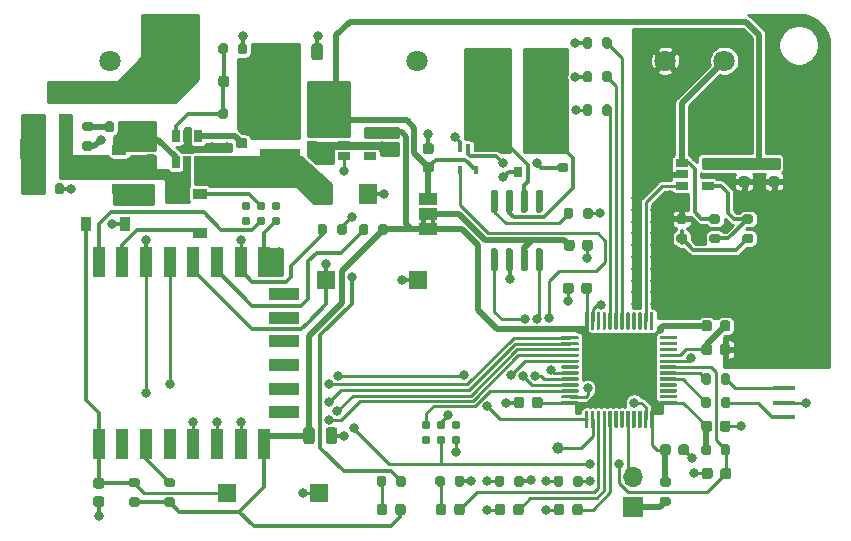
<source format=gbr>
%TF.GenerationSoftware,KiCad,Pcbnew,5.1.10*%
%TF.CreationDate,2021-05-04T20:33:21-04:00*%
%TF.ProjectId,CANalog,43414e61-6c6f-4672-9e6b-696361645f70,rev?*%
%TF.SameCoordinates,PX5b8d800PY848f8c0*%
%TF.FileFunction,Copper,L1,Top*%
%TF.FilePolarity,Positive*%
%FSLAX46Y46*%
G04 Gerber Fmt 4.6, Leading zero omitted, Abs format (unit mm)*
G04 Created by KiCad (PCBNEW 5.1.10) date 2021-05-04 20:33:21*
%MOMM*%
%LPD*%
G01*
G04 APERTURE LIST*
%TA.AperFunction,EtchedComponent*%
%ADD10C,0.100000*%
%TD*%
%TA.AperFunction,SMDPad,CuDef*%
%ADD11R,2.500000X1.100000*%
%TD*%
%TA.AperFunction,SMDPad,CuDef*%
%ADD12R,1.100000X2.500000*%
%TD*%
%TA.AperFunction,ConnectorPad*%
%ADD13C,0.787400*%
%TD*%
%TA.AperFunction,SMDPad,CuDef*%
%ADD14R,1.900000X0.400000*%
%TD*%
%TA.AperFunction,SMDPad,CuDef*%
%ADD15R,0.400000X0.650000*%
%TD*%
%TA.AperFunction,SMDPad,CuDef*%
%ADD16R,1.060000X0.650000*%
%TD*%
%TA.AperFunction,SMDPad,CuDef*%
%ADD17R,0.650000X1.060000*%
%TD*%
%TA.AperFunction,SMDPad,CuDef*%
%ADD18C,1.000000*%
%TD*%
%TA.AperFunction,SMDPad,CuDef*%
%ADD19R,1.500000X1.500000*%
%TD*%
%TA.AperFunction,SMDPad,CuDef*%
%ADD20R,0.800000X0.900000*%
%TD*%
%TA.AperFunction,SMDPad,CuDef*%
%ADD21R,3.500000X1.600000*%
%TD*%
%TA.AperFunction,SMDPad,CuDef*%
%ADD22R,1.500000X1.000000*%
%TD*%
%TA.AperFunction,ComponentPad*%
%ADD23O,1.700000X1.700000*%
%TD*%
%TA.AperFunction,ComponentPad*%
%ADD24R,1.700000X1.700000*%
%TD*%
%TA.AperFunction,ComponentPad*%
%ADD25C,1.800000*%
%TD*%
%TA.AperFunction,SMDPad,CuDef*%
%ADD26R,1.200000X0.900000*%
%TD*%
%TA.AperFunction,SMDPad,CuDef*%
%ADD27R,1.600000X1.800000*%
%TD*%
%TA.AperFunction,SMDPad,CuDef*%
%ADD28R,0.900000X1.200000*%
%TD*%
%TA.AperFunction,SMDPad,CuDef*%
%ADD29R,1.000000X1.700000*%
%TD*%
%TA.AperFunction,ViaPad*%
%ADD30C,0.800000*%
%TD*%
%TA.AperFunction,Conductor*%
%ADD31C,0.500000*%
%TD*%
%TA.AperFunction,Conductor*%
%ADD32C,0.300000*%
%TD*%
%TA.AperFunction,Conductor*%
%ADD33C,0.250000*%
%TD*%
%TA.AperFunction,Conductor*%
%ADD34C,0.254000*%
%TD*%
%TA.AperFunction,Conductor*%
%ADD35C,0.100000*%
%TD*%
G04 APERTURE END LIST*
D10*
%TO.C,JP3*%
G36*
X-35950000Y-19175000D02*
G01*
X-35950000Y-18675000D01*
X-35550000Y-18675000D01*
X-35550000Y-19175000D01*
X-35950000Y-19175000D01*
G37*
G36*
X-35150000Y-19175000D02*
G01*
X-35150000Y-18675000D01*
X-34750000Y-18675000D01*
X-34750000Y-19175000D01*
X-35150000Y-19175000D01*
G37*
%TD*%
D11*
%TO.P,U4,22*%
%TO.N,Net-(U4-Pad22)*%
X-47550000Y-25060000D03*
%TO.P,U4,21*%
%TO.N,Net-(U4-Pad21)*%
X-47550000Y-27060000D03*
%TO.P,U4,20*%
%TO.N,Net-(U4-Pad20)*%
X-47550000Y-29060000D03*
%TO.P,U4,19*%
%TO.N,Net-(U4-Pad19)*%
X-47550000Y-31060000D03*
%TO.P,U4,18*%
%TO.N,Net-(U4-Pad18)*%
X-47550000Y-33060000D03*
%TO.P,U4,17*%
%TO.N,Net-(U4-Pad17)*%
X-47550000Y-35060000D03*
D12*
%TO.P,U4,16*%
%TO.N,/TXD*%
X-63250000Y-22350000D03*
%TO.P,U4,15*%
%TO.N,/RXD*%
X-61250000Y-22350000D03*
%TO.P,U4,14*%
%TO.N,STM_RESET*%
X-59250000Y-22350000D03*
%TO.P,U4,13*%
%TO.N,STM_RDY*%
X-57250000Y-22350000D03*
%TO.P,U4,12*%
%TO.N,GPIO0*%
X-55250000Y-22350000D03*
%TO.P,U4,11*%
%TO.N,GPIO2*%
X-53250000Y-22350000D03*
%TO.P,U4,10*%
%TO.N,STM_CS*%
X-51250000Y-22350000D03*
%TO.P,U4,9*%
%TO.N,GND*%
X-49250000Y-22350000D03*
%TO.P,U4,8*%
%TO.N,+3V3*%
X-49250000Y-37750000D03*
%TO.P,U4,7*%
%TO.N,MOSI*%
X-51250000Y-37750000D03*
%TO.P,U4,6*%
%TO.N,MISO*%
X-53250000Y-37750000D03*
%TO.P,U4,5*%
%TO.N,SCLK*%
X-55250000Y-37750000D03*
%TO.P,U4,4*%
%TO.N,Net-(U4-Pad4)*%
X-57250000Y-37750000D03*
%TO.P,U4,3*%
%TO.N,CH_PD*%
X-59250000Y-37750000D03*
%TO.P,U4,2*%
%TO.N,Net-(U4-Pad2)*%
X-61250000Y-37750000D03*
%TO.P,U4,1*%
%TO.N,ESP_RESET*%
X-63250000Y-37750000D03*
%TD*%
%TO.P,R14,2*%
%TO.N,Net-(R14-Pad2)*%
%TA.AperFunction,SMDPad,CuDef*%
G36*
G01*
X-10575000Y-32525000D02*
X-10575000Y-31975000D01*
G75*
G02*
X-10375000Y-31775000I200000J0D01*
G01*
X-9975000Y-31775000D01*
G75*
G02*
X-9775000Y-31975000I0J-200000D01*
G01*
X-9775000Y-32525000D01*
G75*
G02*
X-9975000Y-32725000I-200000J0D01*
G01*
X-10375000Y-32725000D01*
G75*
G02*
X-10575000Y-32525000I0J200000D01*
G01*
G37*
%TD.AperFunction*%
%TO.P,R14,1*%
%TO.N,/XOUT*%
%TA.AperFunction,SMDPad,CuDef*%
G36*
G01*
X-12225000Y-32525000D02*
X-12225000Y-31975000D01*
G75*
G02*
X-12025000Y-31775000I200000J0D01*
G01*
X-11625000Y-31775000D01*
G75*
G02*
X-11425000Y-31975000I0J-200000D01*
G01*
X-11425000Y-32525000D01*
G75*
G02*
X-11625000Y-32725000I-200000J0D01*
G01*
X-12025000Y-32725000D01*
G75*
G02*
X-12225000Y-32525000I0J200000D01*
G01*
G37*
%TD.AperFunction*%
%TD*%
D13*
%TO.P,J4,6*%
%TO.N,Net-(J4-Pad6)*%
X-32980000Y-36165000D03*
%TO.P,J4,5*%
%TO.N,GND*%
X-32980000Y-37435000D03*
%TO.P,J4,4*%
%TO.N,/SWCLK*%
X-34250000Y-36165000D03*
%TO.P,J4,3*%
%TO.N,STM_RESET*%
X-34250000Y-37435000D03*
%TO.P,J4,2*%
%TO.N,/SWDIO*%
X-35520000Y-36165000D03*
%TO.P,J4,1*%
%TO.N,Net-(J4-Pad1)*%
X-35520000Y-37435000D03*
%TD*%
%TO.P,U3,48*%
%TO.N,+3V3*%
%TA.AperFunction,SMDPad,CuDef*%
G36*
G01*
X-16300000Y-35000000D02*
X-16300000Y-36325000D01*
G75*
G02*
X-16375000Y-36400000I-75000J0D01*
G01*
X-16525000Y-36400000D01*
G75*
G02*
X-16600000Y-36325000I0J75000D01*
G01*
X-16600000Y-35000000D01*
G75*
G02*
X-16525000Y-34925000I75000J0D01*
G01*
X-16375000Y-34925000D01*
G75*
G02*
X-16300000Y-35000000I0J-75000D01*
G01*
G37*
%TD.AperFunction*%
%TO.P,U3,47*%
%TO.N,GND*%
%TA.AperFunction,SMDPad,CuDef*%
G36*
G01*
X-16800000Y-35000000D02*
X-16800000Y-36325000D01*
G75*
G02*
X-16875000Y-36400000I-75000J0D01*
G01*
X-17025000Y-36400000D01*
G75*
G02*
X-17100000Y-36325000I0J75000D01*
G01*
X-17100000Y-35000000D01*
G75*
G02*
X-17025000Y-34925000I75000J0D01*
G01*
X-16875000Y-34925000D01*
G75*
G02*
X-16800000Y-35000000I0J-75000D01*
G01*
G37*
%TD.AperFunction*%
%TO.P,U3,46*%
%TO.N,Net-(U3-Pad46)*%
%TA.AperFunction,SMDPad,CuDef*%
G36*
G01*
X-17300000Y-35000000D02*
X-17300000Y-36325000D01*
G75*
G02*
X-17375000Y-36400000I-75000J0D01*
G01*
X-17525000Y-36400000D01*
G75*
G02*
X-17600000Y-36325000I0J75000D01*
G01*
X-17600000Y-35000000D01*
G75*
G02*
X-17525000Y-34925000I75000J0D01*
G01*
X-17375000Y-34925000D01*
G75*
G02*
X-17300000Y-35000000I0J-75000D01*
G01*
G37*
%TD.AperFunction*%
%TO.P,U3,45*%
%TO.N,Net-(U3-Pad45)*%
%TA.AperFunction,SMDPad,CuDef*%
G36*
G01*
X-17800000Y-35000000D02*
X-17800000Y-36325000D01*
G75*
G02*
X-17875000Y-36400000I-75000J0D01*
G01*
X-18025000Y-36400000D01*
G75*
G02*
X-18100000Y-36325000I0J75000D01*
G01*
X-18100000Y-35000000D01*
G75*
G02*
X-18025000Y-34925000I75000J0D01*
G01*
X-17875000Y-34925000D01*
G75*
G02*
X-17800000Y-35000000I0J-75000D01*
G01*
G37*
%TD.AperFunction*%
%TO.P,U3,44*%
%TO.N,/BOOT0*%
%TA.AperFunction,SMDPad,CuDef*%
G36*
G01*
X-18300000Y-35000000D02*
X-18300000Y-36325000D01*
G75*
G02*
X-18375000Y-36400000I-75000J0D01*
G01*
X-18525000Y-36400000D01*
G75*
G02*
X-18600000Y-36325000I0J75000D01*
G01*
X-18600000Y-35000000D01*
G75*
G02*
X-18525000Y-34925000I75000J0D01*
G01*
X-18375000Y-34925000D01*
G75*
G02*
X-18300000Y-35000000I0J-75000D01*
G01*
G37*
%TD.AperFunction*%
%TO.P,U3,43*%
%TO.N,Net-(U3-Pad43)*%
%TA.AperFunction,SMDPad,CuDef*%
G36*
G01*
X-18800000Y-35000000D02*
X-18800000Y-36325000D01*
G75*
G02*
X-18875000Y-36400000I-75000J0D01*
G01*
X-19025000Y-36400000D01*
G75*
G02*
X-19100000Y-36325000I0J75000D01*
G01*
X-19100000Y-35000000D01*
G75*
G02*
X-19025000Y-34925000I75000J0D01*
G01*
X-18875000Y-34925000D01*
G75*
G02*
X-18800000Y-35000000I0J-75000D01*
G01*
G37*
%TD.AperFunction*%
%TO.P,U3,42*%
%TO.N,Net-(U3-Pad42)*%
%TA.AperFunction,SMDPad,CuDef*%
G36*
G01*
X-19300000Y-35000000D02*
X-19300000Y-36325000D01*
G75*
G02*
X-19375000Y-36400000I-75000J0D01*
G01*
X-19525000Y-36400000D01*
G75*
G02*
X-19600000Y-36325000I0J75000D01*
G01*
X-19600000Y-35000000D01*
G75*
G02*
X-19525000Y-34925000I75000J0D01*
G01*
X-19375000Y-34925000D01*
G75*
G02*
X-19300000Y-35000000I0J-75000D01*
G01*
G37*
%TD.AperFunction*%
%TO.P,U3,41*%
%TO.N,ERROR_LED*%
%TA.AperFunction,SMDPad,CuDef*%
G36*
G01*
X-19800000Y-35000000D02*
X-19800000Y-36325000D01*
G75*
G02*
X-19875000Y-36400000I-75000J0D01*
G01*
X-20025000Y-36400000D01*
G75*
G02*
X-20100000Y-36325000I0J75000D01*
G01*
X-20100000Y-35000000D01*
G75*
G02*
X-20025000Y-34925000I75000J0D01*
G01*
X-19875000Y-34925000D01*
G75*
G02*
X-19800000Y-35000000I0J-75000D01*
G01*
G37*
%TD.AperFunction*%
%TO.P,U3,40*%
%TO.N,SPI_LED*%
%TA.AperFunction,SMDPad,CuDef*%
G36*
G01*
X-20300000Y-35000000D02*
X-20300000Y-36325000D01*
G75*
G02*
X-20375000Y-36400000I-75000J0D01*
G01*
X-20525000Y-36400000D01*
G75*
G02*
X-20600000Y-36325000I0J75000D01*
G01*
X-20600000Y-35000000D01*
G75*
G02*
X-20525000Y-34925000I75000J0D01*
G01*
X-20375000Y-34925000D01*
G75*
G02*
X-20300000Y-35000000I0J-75000D01*
G01*
G37*
%TD.AperFunction*%
%TO.P,U3,39*%
%TO.N,CAN_LED*%
%TA.AperFunction,SMDPad,CuDef*%
G36*
G01*
X-20800000Y-35000000D02*
X-20800000Y-36325000D01*
G75*
G02*
X-20875000Y-36400000I-75000J0D01*
G01*
X-21025000Y-36400000D01*
G75*
G02*
X-21100000Y-36325000I0J75000D01*
G01*
X-21100000Y-35000000D01*
G75*
G02*
X-21025000Y-34925000I75000J0D01*
G01*
X-20875000Y-34925000D01*
G75*
G02*
X-20800000Y-35000000I0J-75000D01*
G01*
G37*
%TD.AperFunction*%
%TO.P,U3,38*%
%TO.N,Net-(TP1-Pad1)*%
%TA.AperFunction,SMDPad,CuDef*%
G36*
G01*
X-21300000Y-35000000D02*
X-21300000Y-36325000D01*
G75*
G02*
X-21375000Y-36400000I-75000J0D01*
G01*
X-21525000Y-36400000D01*
G75*
G02*
X-21600000Y-36325000I0J75000D01*
G01*
X-21600000Y-35000000D01*
G75*
G02*
X-21525000Y-34925000I75000J0D01*
G01*
X-21375000Y-34925000D01*
G75*
G02*
X-21300000Y-35000000I0J-75000D01*
G01*
G37*
%TD.AperFunction*%
%TO.P,U3,37*%
%TO.N,/SWCLK*%
%TA.AperFunction,SMDPad,CuDef*%
G36*
G01*
X-21800000Y-35000000D02*
X-21800000Y-36325000D01*
G75*
G02*
X-21875000Y-36400000I-75000J0D01*
G01*
X-22025000Y-36400000D01*
G75*
G02*
X-22100000Y-36325000I0J75000D01*
G01*
X-22100000Y-35000000D01*
G75*
G02*
X-22025000Y-34925000I75000J0D01*
G01*
X-21875000Y-34925000D01*
G75*
G02*
X-21800000Y-35000000I0J-75000D01*
G01*
G37*
%TD.AperFunction*%
%TO.P,U3,36*%
%TO.N,+3V3*%
%TA.AperFunction,SMDPad,CuDef*%
G36*
G01*
X-22625000Y-34175000D02*
X-22625000Y-34325000D01*
G75*
G02*
X-22700000Y-34400000I-75000J0D01*
G01*
X-24025000Y-34400000D01*
G75*
G02*
X-24100000Y-34325000I0J75000D01*
G01*
X-24100000Y-34175000D01*
G75*
G02*
X-24025000Y-34100000I75000J0D01*
G01*
X-22700000Y-34100000D01*
G75*
G02*
X-22625000Y-34175000I0J-75000D01*
G01*
G37*
%TD.AperFunction*%
%TO.P,U3,35*%
%TO.N,GND*%
%TA.AperFunction,SMDPad,CuDef*%
G36*
G01*
X-22625000Y-33675000D02*
X-22625000Y-33825000D01*
G75*
G02*
X-22700000Y-33900000I-75000J0D01*
G01*
X-24025000Y-33900000D01*
G75*
G02*
X-24100000Y-33825000I0J75000D01*
G01*
X-24100000Y-33675000D01*
G75*
G02*
X-24025000Y-33600000I75000J0D01*
G01*
X-22700000Y-33600000D01*
G75*
G02*
X-22625000Y-33675000I0J-75000D01*
G01*
G37*
%TD.AperFunction*%
%TO.P,U3,34*%
%TO.N,/SWDIO*%
%TA.AperFunction,SMDPad,CuDef*%
G36*
G01*
X-22625000Y-33175000D02*
X-22625000Y-33325000D01*
G75*
G02*
X-22700000Y-33400000I-75000J0D01*
G01*
X-24025000Y-33400000D01*
G75*
G02*
X-24100000Y-33325000I0J75000D01*
G01*
X-24100000Y-33175000D01*
G75*
G02*
X-24025000Y-33100000I75000J0D01*
G01*
X-22700000Y-33100000D01*
G75*
G02*
X-22625000Y-33175000I0J-75000D01*
G01*
G37*
%TD.AperFunction*%
%TO.P,U3,33*%
%TO.N,CAN_TX*%
%TA.AperFunction,SMDPad,CuDef*%
G36*
G01*
X-22625000Y-32675000D02*
X-22625000Y-32825000D01*
G75*
G02*
X-22700000Y-32900000I-75000J0D01*
G01*
X-24025000Y-32900000D01*
G75*
G02*
X-24100000Y-32825000I0J75000D01*
G01*
X-24100000Y-32675000D01*
G75*
G02*
X-24025000Y-32600000I75000J0D01*
G01*
X-22700000Y-32600000D01*
G75*
G02*
X-22625000Y-32675000I0J-75000D01*
G01*
G37*
%TD.AperFunction*%
%TO.P,U3,32*%
%TO.N,CAN_RX*%
%TA.AperFunction,SMDPad,CuDef*%
G36*
G01*
X-22625000Y-32175000D02*
X-22625000Y-32325000D01*
G75*
G02*
X-22700000Y-32400000I-75000J0D01*
G01*
X-24025000Y-32400000D01*
G75*
G02*
X-24100000Y-32325000I0J75000D01*
G01*
X-24100000Y-32175000D01*
G75*
G02*
X-24025000Y-32100000I75000J0D01*
G01*
X-22700000Y-32100000D01*
G75*
G02*
X-22625000Y-32175000I0J-75000D01*
G01*
G37*
%TD.AperFunction*%
%TO.P,U3,31*%
%TO.N,CAN_TERM*%
%TA.AperFunction,SMDPad,CuDef*%
G36*
G01*
X-22625000Y-31675000D02*
X-22625000Y-31825000D01*
G75*
G02*
X-22700000Y-31900000I-75000J0D01*
G01*
X-24025000Y-31900000D01*
G75*
G02*
X-24100000Y-31825000I0J75000D01*
G01*
X-24100000Y-31675000D01*
G75*
G02*
X-24025000Y-31600000I75000J0D01*
G01*
X-22700000Y-31600000D01*
G75*
G02*
X-22625000Y-31675000I0J-75000D01*
G01*
G37*
%TD.AperFunction*%
%TO.P,U3,30*%
%TO.N,Net-(U3-Pad30)*%
%TA.AperFunction,SMDPad,CuDef*%
G36*
G01*
X-22625000Y-31175000D02*
X-22625000Y-31325000D01*
G75*
G02*
X-22700000Y-31400000I-75000J0D01*
G01*
X-24025000Y-31400000D01*
G75*
G02*
X-24100000Y-31325000I0J75000D01*
G01*
X-24100000Y-31175000D01*
G75*
G02*
X-24025000Y-31100000I75000J0D01*
G01*
X-22700000Y-31100000D01*
G75*
G02*
X-22625000Y-31175000I0J-75000D01*
G01*
G37*
%TD.AperFunction*%
%TO.P,U3,29*%
%TO.N,STM_CS*%
%TA.AperFunction,SMDPad,CuDef*%
G36*
G01*
X-22625000Y-30675000D02*
X-22625000Y-30825000D01*
G75*
G02*
X-22700000Y-30900000I-75000J0D01*
G01*
X-24025000Y-30900000D01*
G75*
G02*
X-24100000Y-30825000I0J75000D01*
G01*
X-24100000Y-30675000D01*
G75*
G02*
X-24025000Y-30600000I75000J0D01*
G01*
X-22700000Y-30600000D01*
G75*
G02*
X-22625000Y-30675000I0J-75000D01*
G01*
G37*
%TD.AperFunction*%
%TO.P,U3,28*%
%TO.N,MOSI*%
%TA.AperFunction,SMDPad,CuDef*%
G36*
G01*
X-22625000Y-30175000D02*
X-22625000Y-30325000D01*
G75*
G02*
X-22700000Y-30400000I-75000J0D01*
G01*
X-24025000Y-30400000D01*
G75*
G02*
X-24100000Y-30325000I0J75000D01*
G01*
X-24100000Y-30175000D01*
G75*
G02*
X-24025000Y-30100000I75000J0D01*
G01*
X-22700000Y-30100000D01*
G75*
G02*
X-22625000Y-30175000I0J-75000D01*
G01*
G37*
%TD.AperFunction*%
%TO.P,U3,27*%
%TO.N,MISO*%
%TA.AperFunction,SMDPad,CuDef*%
G36*
G01*
X-22625000Y-29675000D02*
X-22625000Y-29825000D01*
G75*
G02*
X-22700000Y-29900000I-75000J0D01*
G01*
X-24025000Y-29900000D01*
G75*
G02*
X-24100000Y-29825000I0J75000D01*
G01*
X-24100000Y-29675000D01*
G75*
G02*
X-24025000Y-29600000I75000J0D01*
G01*
X-22700000Y-29600000D01*
G75*
G02*
X-22625000Y-29675000I0J-75000D01*
G01*
G37*
%TD.AperFunction*%
%TO.P,U3,26*%
%TO.N,SCLK*%
%TA.AperFunction,SMDPad,CuDef*%
G36*
G01*
X-22625000Y-29175000D02*
X-22625000Y-29325000D01*
G75*
G02*
X-22700000Y-29400000I-75000J0D01*
G01*
X-24025000Y-29400000D01*
G75*
G02*
X-24100000Y-29325000I0J75000D01*
G01*
X-24100000Y-29175000D01*
G75*
G02*
X-24025000Y-29100000I75000J0D01*
G01*
X-22700000Y-29100000D01*
G75*
G02*
X-22625000Y-29175000I0J-75000D01*
G01*
G37*
%TD.AperFunction*%
%TO.P,U3,25*%
%TO.N,STM_RDY*%
%TA.AperFunction,SMDPad,CuDef*%
G36*
G01*
X-22625000Y-28675000D02*
X-22625000Y-28825000D01*
G75*
G02*
X-22700000Y-28900000I-75000J0D01*
G01*
X-24025000Y-28900000D01*
G75*
G02*
X-24100000Y-28825000I0J75000D01*
G01*
X-24100000Y-28675000D01*
G75*
G02*
X-24025000Y-28600000I75000J0D01*
G01*
X-22700000Y-28600000D01*
G75*
G02*
X-22625000Y-28675000I0J-75000D01*
G01*
G37*
%TD.AperFunction*%
%TO.P,U3,24*%
%TO.N,+3V3*%
%TA.AperFunction,SMDPad,CuDef*%
G36*
G01*
X-21800000Y-26675000D02*
X-21800000Y-28000000D01*
G75*
G02*
X-21875000Y-28075000I-75000J0D01*
G01*
X-22025000Y-28075000D01*
G75*
G02*
X-22100000Y-28000000I0J75000D01*
G01*
X-22100000Y-26675000D01*
G75*
G02*
X-22025000Y-26600000I75000J0D01*
G01*
X-21875000Y-26600000D01*
G75*
G02*
X-21800000Y-26675000I0J-75000D01*
G01*
G37*
%TD.AperFunction*%
%TO.P,U3,23*%
%TO.N,GND*%
%TA.AperFunction,SMDPad,CuDef*%
G36*
G01*
X-21300000Y-26675000D02*
X-21300000Y-28000000D01*
G75*
G02*
X-21375000Y-28075000I-75000J0D01*
G01*
X-21525000Y-28075000D01*
G75*
G02*
X-21600000Y-28000000I0J75000D01*
G01*
X-21600000Y-26675000D01*
G75*
G02*
X-21525000Y-26600000I75000J0D01*
G01*
X-21375000Y-26600000D01*
G75*
G02*
X-21300000Y-26675000I0J-75000D01*
G01*
G37*
%TD.AperFunction*%
%TO.P,U3,22*%
%TO.N,Net-(U3-Pad22)*%
%TA.AperFunction,SMDPad,CuDef*%
G36*
G01*
X-20800000Y-26675000D02*
X-20800000Y-28000000D01*
G75*
G02*
X-20875000Y-28075000I-75000J0D01*
G01*
X-21025000Y-28075000D01*
G75*
G02*
X-21100000Y-28000000I0J75000D01*
G01*
X-21100000Y-26675000D01*
G75*
G02*
X-21025000Y-26600000I75000J0D01*
G01*
X-20875000Y-26600000D01*
G75*
G02*
X-20800000Y-26675000I0J-75000D01*
G01*
G37*
%TD.AperFunction*%
%TO.P,U3,21*%
%TO.N,Net-(U3-Pad21)*%
%TA.AperFunction,SMDPad,CuDef*%
G36*
G01*
X-20300000Y-26675000D02*
X-20300000Y-28000000D01*
G75*
G02*
X-20375000Y-28075000I-75000J0D01*
G01*
X-20525000Y-28075000D01*
G75*
G02*
X-20600000Y-28000000I0J75000D01*
G01*
X-20600000Y-26675000D01*
G75*
G02*
X-20525000Y-26600000I75000J0D01*
G01*
X-20375000Y-26600000D01*
G75*
G02*
X-20300000Y-26675000I0J-75000D01*
G01*
G37*
%TD.AperFunction*%
%TO.P,U3,20*%
%TO.N,V_B2*%
%TA.AperFunction,SMDPad,CuDef*%
G36*
G01*
X-19800000Y-26675000D02*
X-19800000Y-28000000D01*
G75*
G02*
X-19875000Y-28075000I-75000J0D01*
G01*
X-20025000Y-28075000D01*
G75*
G02*
X-20100000Y-28000000I0J75000D01*
G01*
X-20100000Y-26675000D01*
G75*
G02*
X-20025000Y-26600000I75000J0D01*
G01*
X-19875000Y-26600000D01*
G75*
G02*
X-19800000Y-26675000I0J-75000D01*
G01*
G37*
%TD.AperFunction*%
%TO.P,U3,19*%
%TO.N,V_B1*%
%TA.AperFunction,SMDPad,CuDef*%
G36*
G01*
X-19300000Y-26675000D02*
X-19300000Y-28000000D01*
G75*
G02*
X-19375000Y-28075000I-75000J0D01*
G01*
X-19525000Y-28075000D01*
G75*
G02*
X-19600000Y-28000000I0J75000D01*
G01*
X-19600000Y-26675000D01*
G75*
G02*
X-19525000Y-26600000I75000J0D01*
G01*
X-19375000Y-26600000D01*
G75*
G02*
X-19300000Y-26675000I0J-75000D01*
G01*
G37*
%TD.AperFunction*%
%TO.P,U3,18*%
%TO.N,V_B0*%
%TA.AperFunction,SMDPad,CuDef*%
G36*
G01*
X-18800000Y-26675000D02*
X-18800000Y-28000000D01*
G75*
G02*
X-18875000Y-28075000I-75000J0D01*
G01*
X-19025000Y-28075000D01*
G75*
G02*
X-19100000Y-28000000I0J75000D01*
G01*
X-19100000Y-26675000D01*
G75*
G02*
X-19025000Y-26600000I75000J0D01*
G01*
X-18875000Y-26600000D01*
G75*
G02*
X-18800000Y-26675000I0J-75000D01*
G01*
G37*
%TD.AperFunction*%
%TO.P,U3,17*%
%TO.N,Net-(U3-Pad17)*%
%TA.AperFunction,SMDPad,CuDef*%
G36*
G01*
X-18300000Y-26675000D02*
X-18300000Y-28000000D01*
G75*
G02*
X-18375000Y-28075000I-75000J0D01*
G01*
X-18525000Y-28075000D01*
G75*
G02*
X-18600000Y-28000000I0J75000D01*
G01*
X-18600000Y-26675000D01*
G75*
G02*
X-18525000Y-26600000I75000J0D01*
G01*
X-18375000Y-26600000D01*
G75*
G02*
X-18300000Y-26675000I0J-75000D01*
G01*
G37*
%TD.AperFunction*%
%TO.P,U3,16*%
%TO.N,Net-(U3-Pad16)*%
%TA.AperFunction,SMDPad,CuDef*%
G36*
G01*
X-17800000Y-26675000D02*
X-17800000Y-28000000D01*
G75*
G02*
X-17875000Y-28075000I-75000J0D01*
G01*
X-18025000Y-28075000D01*
G75*
G02*
X-18100000Y-28000000I0J75000D01*
G01*
X-18100000Y-26675000D01*
G75*
G02*
X-18025000Y-26600000I75000J0D01*
G01*
X-17875000Y-26600000D01*
G75*
G02*
X-17800000Y-26675000I0J-75000D01*
G01*
G37*
%TD.AperFunction*%
%TO.P,U3,15*%
%TO.N,Net-(U3-Pad15)*%
%TA.AperFunction,SMDPad,CuDef*%
G36*
G01*
X-17300000Y-26675000D02*
X-17300000Y-28000000D01*
G75*
G02*
X-17375000Y-28075000I-75000J0D01*
G01*
X-17525000Y-28075000D01*
G75*
G02*
X-17600000Y-28000000I0J75000D01*
G01*
X-17600000Y-26675000D01*
G75*
G02*
X-17525000Y-26600000I75000J0D01*
G01*
X-17375000Y-26600000D01*
G75*
G02*
X-17300000Y-26675000I0J-75000D01*
G01*
G37*
%TD.AperFunction*%
%TO.P,U3,14*%
%TO.N,DAC*%
%TA.AperFunction,SMDPad,CuDef*%
G36*
G01*
X-16800000Y-26675000D02*
X-16800000Y-28000000D01*
G75*
G02*
X-16875000Y-28075000I-75000J0D01*
G01*
X-17025000Y-28075000D01*
G75*
G02*
X-17100000Y-28000000I0J75000D01*
G01*
X-17100000Y-26675000D01*
G75*
G02*
X-17025000Y-26600000I75000J0D01*
G01*
X-16875000Y-26600000D01*
G75*
G02*
X-16800000Y-26675000I0J-75000D01*
G01*
G37*
%TD.AperFunction*%
%TO.P,U3,13*%
%TO.N,Net-(U3-Pad13)*%
%TA.AperFunction,SMDPad,CuDef*%
G36*
G01*
X-16300000Y-26675000D02*
X-16300000Y-28000000D01*
G75*
G02*
X-16375000Y-28075000I-75000J0D01*
G01*
X-16525000Y-28075000D01*
G75*
G02*
X-16600000Y-28000000I0J75000D01*
G01*
X-16600000Y-26675000D01*
G75*
G02*
X-16525000Y-26600000I75000J0D01*
G01*
X-16375000Y-26600000D01*
G75*
G02*
X-16300000Y-26675000I0J-75000D01*
G01*
G37*
%TD.AperFunction*%
%TO.P,U3,12*%
%TO.N,Net-(U3-Pad12)*%
%TA.AperFunction,SMDPad,CuDef*%
G36*
G01*
X-14300000Y-28675000D02*
X-14300000Y-28825000D01*
G75*
G02*
X-14375000Y-28900000I-75000J0D01*
G01*
X-15700000Y-28900000D01*
G75*
G02*
X-15775000Y-28825000I0J75000D01*
G01*
X-15775000Y-28675000D01*
G75*
G02*
X-15700000Y-28600000I75000J0D01*
G01*
X-14375000Y-28600000D01*
G75*
G02*
X-14300000Y-28675000I0J-75000D01*
G01*
G37*
%TD.AperFunction*%
%TO.P,U3,11*%
%TO.N,Net-(U3-Pad11)*%
%TA.AperFunction,SMDPad,CuDef*%
G36*
G01*
X-14300000Y-29175000D02*
X-14300000Y-29325000D01*
G75*
G02*
X-14375000Y-29400000I-75000J0D01*
G01*
X-15700000Y-29400000D01*
G75*
G02*
X-15775000Y-29325000I0J75000D01*
G01*
X-15775000Y-29175000D01*
G75*
G02*
X-15700000Y-29100000I75000J0D01*
G01*
X-14375000Y-29100000D01*
G75*
G02*
X-14300000Y-29175000I0J-75000D01*
G01*
G37*
%TD.AperFunction*%
%TO.P,U3,10*%
%TO.N,Net-(U3-Pad10)*%
%TA.AperFunction,SMDPad,CuDef*%
G36*
G01*
X-14300000Y-29675000D02*
X-14300000Y-29825000D01*
G75*
G02*
X-14375000Y-29900000I-75000J0D01*
G01*
X-15700000Y-29900000D01*
G75*
G02*
X-15775000Y-29825000I0J75000D01*
G01*
X-15775000Y-29675000D01*
G75*
G02*
X-15700000Y-29600000I75000J0D01*
G01*
X-14375000Y-29600000D01*
G75*
G02*
X-14300000Y-29675000I0J-75000D01*
G01*
G37*
%TD.AperFunction*%
%TO.P,U3,9*%
%TO.N,VDDA*%
%TA.AperFunction,SMDPad,CuDef*%
G36*
G01*
X-14300000Y-30175000D02*
X-14300000Y-30325000D01*
G75*
G02*
X-14375000Y-30400000I-75000J0D01*
G01*
X-15700000Y-30400000D01*
G75*
G02*
X-15775000Y-30325000I0J75000D01*
G01*
X-15775000Y-30175000D01*
G75*
G02*
X-15700000Y-30100000I75000J0D01*
G01*
X-14375000Y-30100000D01*
G75*
G02*
X-14300000Y-30175000I0J-75000D01*
G01*
G37*
%TD.AperFunction*%
%TO.P,U3,8*%
%TO.N,GNDA*%
%TA.AperFunction,SMDPad,CuDef*%
G36*
G01*
X-14300000Y-30675000D02*
X-14300000Y-30825000D01*
G75*
G02*
X-14375000Y-30900000I-75000J0D01*
G01*
X-15700000Y-30900000D01*
G75*
G02*
X-15775000Y-30825000I0J75000D01*
G01*
X-15775000Y-30675000D01*
G75*
G02*
X-15700000Y-30600000I75000J0D01*
G01*
X-14375000Y-30600000D01*
G75*
G02*
X-14300000Y-30675000I0J-75000D01*
G01*
G37*
%TD.AperFunction*%
%TO.P,U3,7*%
%TO.N,STM_RESET*%
%TA.AperFunction,SMDPad,CuDef*%
G36*
G01*
X-14300000Y-31175000D02*
X-14300000Y-31325000D01*
G75*
G02*
X-14375000Y-31400000I-75000J0D01*
G01*
X-15700000Y-31400000D01*
G75*
G02*
X-15775000Y-31325000I0J75000D01*
G01*
X-15775000Y-31175000D01*
G75*
G02*
X-15700000Y-31100000I75000J0D01*
G01*
X-14375000Y-31100000D01*
G75*
G02*
X-14300000Y-31175000I0J-75000D01*
G01*
G37*
%TD.AperFunction*%
%TO.P,U3,6*%
%TO.N,/XOUT*%
%TA.AperFunction,SMDPad,CuDef*%
G36*
G01*
X-14300000Y-31675000D02*
X-14300000Y-31825000D01*
G75*
G02*
X-14375000Y-31900000I-75000J0D01*
G01*
X-15700000Y-31900000D01*
G75*
G02*
X-15775000Y-31825000I0J75000D01*
G01*
X-15775000Y-31675000D01*
G75*
G02*
X-15700000Y-31600000I75000J0D01*
G01*
X-14375000Y-31600000D01*
G75*
G02*
X-14300000Y-31675000I0J-75000D01*
G01*
G37*
%TD.AperFunction*%
%TO.P,U3,5*%
%TO.N,/XIN*%
%TA.AperFunction,SMDPad,CuDef*%
G36*
G01*
X-14300000Y-32175000D02*
X-14300000Y-32325000D01*
G75*
G02*
X-14375000Y-32400000I-75000J0D01*
G01*
X-15700000Y-32400000D01*
G75*
G02*
X-15775000Y-32325000I0J75000D01*
G01*
X-15775000Y-32175000D01*
G75*
G02*
X-15700000Y-32100000I75000J0D01*
G01*
X-14375000Y-32100000D01*
G75*
G02*
X-14300000Y-32175000I0J-75000D01*
G01*
G37*
%TD.AperFunction*%
%TO.P,U3,4*%
%TO.N,Net-(U3-Pad4)*%
%TA.AperFunction,SMDPad,CuDef*%
G36*
G01*
X-14300000Y-32675000D02*
X-14300000Y-32825000D01*
G75*
G02*
X-14375000Y-32900000I-75000J0D01*
G01*
X-15700000Y-32900000D01*
G75*
G02*
X-15775000Y-32825000I0J75000D01*
G01*
X-15775000Y-32675000D01*
G75*
G02*
X-15700000Y-32600000I75000J0D01*
G01*
X-14375000Y-32600000D01*
G75*
G02*
X-14300000Y-32675000I0J-75000D01*
G01*
G37*
%TD.AperFunction*%
%TO.P,U3,3*%
%TO.N,Net-(U3-Pad3)*%
%TA.AperFunction,SMDPad,CuDef*%
G36*
G01*
X-14300000Y-33175000D02*
X-14300000Y-33325000D01*
G75*
G02*
X-14375000Y-33400000I-75000J0D01*
G01*
X-15700000Y-33400000D01*
G75*
G02*
X-15775000Y-33325000I0J75000D01*
G01*
X-15775000Y-33175000D01*
G75*
G02*
X-15700000Y-33100000I75000J0D01*
G01*
X-14375000Y-33100000D01*
G75*
G02*
X-14300000Y-33175000I0J-75000D01*
G01*
G37*
%TD.AperFunction*%
%TO.P,U3,2*%
%TO.N,Net-(U3-Pad2)*%
%TA.AperFunction,SMDPad,CuDef*%
G36*
G01*
X-14300000Y-33675000D02*
X-14300000Y-33825000D01*
G75*
G02*
X-14375000Y-33900000I-75000J0D01*
G01*
X-15700000Y-33900000D01*
G75*
G02*
X-15775000Y-33825000I0J75000D01*
G01*
X-15775000Y-33675000D01*
G75*
G02*
X-15700000Y-33600000I75000J0D01*
G01*
X-14375000Y-33600000D01*
G75*
G02*
X-14300000Y-33675000I0J-75000D01*
G01*
G37*
%TD.AperFunction*%
%TO.P,U3,1*%
%TO.N,+3V3*%
%TA.AperFunction,SMDPad,CuDef*%
G36*
G01*
X-14300000Y-34175000D02*
X-14300000Y-34325000D01*
G75*
G02*
X-14375000Y-34400000I-75000J0D01*
G01*
X-15700000Y-34400000D01*
G75*
G02*
X-15775000Y-34325000I0J75000D01*
G01*
X-15775000Y-34175000D01*
G75*
G02*
X-15700000Y-34100000I75000J0D01*
G01*
X-14375000Y-34100000D01*
G75*
G02*
X-14300000Y-34175000I0J-75000D01*
G01*
G37*
%TD.AperFunction*%
%TD*%
%TO.P,FB1,2*%
%TO.N,VDDA*%
%TA.AperFunction,SMDPad,CuDef*%
G36*
G01*
X-10650000Y-28006250D02*
X-10650000Y-27493750D01*
G75*
G02*
X-10431250Y-27275000I218750J0D01*
G01*
X-9993750Y-27275000D01*
G75*
G02*
X-9775000Y-27493750I0J-218750D01*
G01*
X-9775000Y-28006250D01*
G75*
G02*
X-9993750Y-28225000I-218750J0D01*
G01*
X-10431250Y-28225000D01*
G75*
G02*
X-10650000Y-28006250I0J218750D01*
G01*
G37*
%TD.AperFunction*%
%TO.P,FB1,1*%
%TO.N,+3V3*%
%TA.AperFunction,SMDPad,CuDef*%
G36*
G01*
X-12225000Y-28006250D02*
X-12225000Y-27493750D01*
G75*
G02*
X-12006250Y-27275000I218750J0D01*
G01*
X-11568750Y-27275000D01*
G75*
G02*
X-11350000Y-27493750I0J-218750D01*
G01*
X-11350000Y-28006250D01*
G75*
G02*
X-11568750Y-28225000I-218750J0D01*
G01*
X-12006250Y-28225000D01*
G75*
G02*
X-12225000Y-28006250I0J218750D01*
G01*
G37*
%TD.AperFunction*%
%TD*%
%TO.P,J5,6*%
%TO.N,Net-(J5-Pad6)*%
X-48230000Y-17615000D03*
%TO.P,J5,5*%
%TO.N,GND*%
X-48230000Y-18885000D03*
%TO.P,J5,4*%
%TO.N,Net-(D6-Pad1)*%
X-49500000Y-17615000D03*
%TO.P,J5,3*%
%TO.N,/TXD*%
X-49500000Y-18885000D03*
%TO.P,J5,2*%
%TO.N,Net-(J5-Pad2)*%
X-50770000Y-17615000D03*
%TO.P,J5,1*%
%TO.N,Net-(J5-Pad1)*%
X-50770000Y-18885000D03*
%TD*%
D14*
%TO.P,Y1,3*%
%TO.N,Net-(R14-Pad2)*%
X-5200000Y-33050000D03*
%TO.P,Y1,2*%
%TO.N,GND*%
X-5200000Y-34250000D03*
%TO.P,Y1,1*%
%TO.N,Net-(R13-Pad2)*%
X-5200000Y-35450000D03*
%TD*%
D15*
%TO.P,U7,5*%
%TO.N,+5V*%
X-31350000Y-14575000D03*
%TO.P,U7,4*%
%TO.N,CAN_TERM*%
X-32650000Y-14575000D03*
%TO.P,U7,2*%
%TO.N,Net-(R26-Pad2)*%
X-32000000Y-12675000D03*
%TO.P,U7,3*%
%TO.N,GND*%
X-32650000Y-12675000D03*
%TO.P,U7,1*%
%TO.N,/CANL*%
X-31350000Y-12675000D03*
%TD*%
%TO.P,U6,8*%
%TO.N,Net-(R21-Pad1)*%
%TA.AperFunction,SMDPad,CuDef*%
G36*
G01*
X-29605000Y-18175000D02*
X-29905000Y-18175000D01*
G75*
G02*
X-30055000Y-18025000I0J150000D01*
G01*
X-30055000Y-16375000D01*
G75*
G02*
X-29905000Y-16225000I150000J0D01*
G01*
X-29605000Y-16225000D01*
G75*
G02*
X-29455000Y-16375000I0J-150000D01*
G01*
X-29455000Y-18025000D01*
G75*
G02*
X-29605000Y-18175000I-150000J0D01*
G01*
G37*
%TD.AperFunction*%
%TO.P,U6,7*%
%TO.N,/CANH*%
%TA.AperFunction,SMDPad,CuDef*%
G36*
G01*
X-28335000Y-18175000D02*
X-28635000Y-18175000D01*
G75*
G02*
X-28785000Y-18025000I0J150000D01*
G01*
X-28785000Y-16375000D01*
G75*
G02*
X-28635000Y-16225000I150000J0D01*
G01*
X-28335000Y-16225000D01*
G75*
G02*
X-28185000Y-16375000I0J-150000D01*
G01*
X-28185000Y-18025000D01*
G75*
G02*
X-28335000Y-18175000I-150000J0D01*
G01*
G37*
%TD.AperFunction*%
%TO.P,U6,6*%
%TO.N,/CANL*%
%TA.AperFunction,SMDPad,CuDef*%
G36*
G01*
X-27065000Y-18175000D02*
X-27365000Y-18175000D01*
G75*
G02*
X-27515000Y-18025000I0J150000D01*
G01*
X-27515000Y-16375000D01*
G75*
G02*
X-27365000Y-16225000I150000J0D01*
G01*
X-27065000Y-16225000D01*
G75*
G02*
X-26915000Y-16375000I0J-150000D01*
G01*
X-26915000Y-18025000D01*
G75*
G02*
X-27065000Y-18175000I-150000J0D01*
G01*
G37*
%TD.AperFunction*%
%TO.P,U6,5*%
%TO.N,Net-(U6-Pad5)*%
%TA.AperFunction,SMDPad,CuDef*%
G36*
G01*
X-25795000Y-18175000D02*
X-26095000Y-18175000D01*
G75*
G02*
X-26245000Y-18025000I0J150000D01*
G01*
X-26245000Y-16375000D01*
G75*
G02*
X-26095000Y-16225000I150000J0D01*
G01*
X-25795000Y-16225000D01*
G75*
G02*
X-25645000Y-16375000I0J-150000D01*
G01*
X-25645000Y-18025000D01*
G75*
G02*
X-25795000Y-18175000I-150000J0D01*
G01*
G37*
%TD.AperFunction*%
%TO.P,U6,4*%
%TO.N,CAN_RX*%
%TA.AperFunction,SMDPad,CuDef*%
G36*
G01*
X-25795000Y-23125000D02*
X-26095000Y-23125000D01*
G75*
G02*
X-26245000Y-22975000I0J150000D01*
G01*
X-26245000Y-21325000D01*
G75*
G02*
X-26095000Y-21175000I150000J0D01*
G01*
X-25795000Y-21175000D01*
G75*
G02*
X-25645000Y-21325000I0J-150000D01*
G01*
X-25645000Y-22975000D01*
G75*
G02*
X-25795000Y-23125000I-150000J0D01*
G01*
G37*
%TD.AperFunction*%
%TO.P,U6,3*%
%TO.N,/OA_PWR*%
%TA.AperFunction,SMDPad,CuDef*%
G36*
G01*
X-27065000Y-23125000D02*
X-27365000Y-23125000D01*
G75*
G02*
X-27515000Y-22975000I0J150000D01*
G01*
X-27515000Y-21325000D01*
G75*
G02*
X-27365000Y-21175000I150000J0D01*
G01*
X-27065000Y-21175000D01*
G75*
G02*
X-26915000Y-21325000I0J-150000D01*
G01*
X-26915000Y-22975000D01*
G75*
G02*
X-27065000Y-23125000I-150000J0D01*
G01*
G37*
%TD.AperFunction*%
%TO.P,U6,2*%
%TO.N,GND*%
%TA.AperFunction,SMDPad,CuDef*%
G36*
G01*
X-28335000Y-23125000D02*
X-28635000Y-23125000D01*
G75*
G02*
X-28785000Y-22975000I0J150000D01*
G01*
X-28785000Y-21325000D01*
G75*
G02*
X-28635000Y-21175000I150000J0D01*
G01*
X-28335000Y-21175000D01*
G75*
G02*
X-28185000Y-21325000I0J-150000D01*
G01*
X-28185000Y-22975000D01*
G75*
G02*
X-28335000Y-23125000I-150000J0D01*
G01*
G37*
%TD.AperFunction*%
%TO.P,U6,1*%
%TO.N,CAN_TX*%
%TA.AperFunction,SMDPad,CuDef*%
G36*
G01*
X-29605000Y-23125000D02*
X-29905000Y-23125000D01*
G75*
G02*
X-30055000Y-22975000I0J150000D01*
G01*
X-30055000Y-21325000D01*
G75*
G02*
X-29905000Y-21175000I150000J0D01*
G01*
X-29605000Y-21175000D01*
G75*
G02*
X-29455000Y-21325000I0J-150000D01*
G01*
X-29455000Y-22975000D01*
G75*
G02*
X-29605000Y-23125000I-150000J0D01*
G01*
G37*
%TD.AperFunction*%
%TD*%
D16*
%TO.P,U5,5*%
%TO.N,+5V*%
X-11700000Y-13975000D03*
%TO.P,U5,4*%
%TO.N,Net-(R18-Pad1)*%
X-11700000Y-15875000D03*
%TO.P,U5,3*%
%TO.N,DAC*%
X-13900000Y-15875000D03*
%TO.P,U5,2*%
%TO.N,GNDA*%
X-13900000Y-14925000D03*
%TO.P,U5,1*%
%TO.N,Net-(J6-Pad1)*%
X-13900000Y-13975000D03*
%TD*%
%TO.P,U2,5*%
%TO.N,+3V3*%
X-40300000Y-11500000D03*
%TO.P,U2,4*%
%TO.N,Net-(U2-Pad4)*%
X-40300000Y-13400000D03*
%TO.P,U2,3*%
%TO.N,+5V*%
X-42500000Y-13400000D03*
%TO.P,U2,2*%
%TO.N,GND*%
X-42500000Y-12450000D03*
%TO.P,U2,1*%
%TO.N,+5V*%
X-42500000Y-11500000D03*
%TD*%
D17*
%TO.P,U1,5*%
%TO.N,/Vin*%
X-55800000Y-13900000D03*
%TO.P,U1,6*%
%TO.N,Net-(C3-Pad1)*%
X-54850000Y-13900000D03*
%TO.P,U1,4*%
%TO.N,Net-(D2-Pad1)*%
X-56750000Y-13900000D03*
%TO.P,U1,3*%
%TO.N,Net-(C9-Pad2)*%
X-56750000Y-11700000D03*
%TO.P,U1,2*%
%TO.N,GND*%
X-55800000Y-11700000D03*
%TO.P,U1,1*%
%TO.N,Net-(C3-Pad2)*%
X-54850000Y-11700000D03*
%TD*%
D18*
%TO.P,TP1,1*%
%TO.N,Net-(TP1-Pad1)*%
X-24400000Y-38050000D03*
%TD*%
D19*
%TO.P,SW2,2*%
%TO.N,GPIO0*%
X-44000000Y-23900000D03*
%TO.P,SW2,1*%
%TO.N,GND*%
X-36200000Y-23900000D03*
%TD*%
%TO.P,SW1,2*%
%TO.N,ESP_RESET*%
X-52400000Y-41875000D03*
%TO.P,SW1,1*%
%TO.N,GND*%
X-44600000Y-41875000D03*
%TD*%
%TO.P,R26,2*%
%TO.N,Net-(R26-Pad2)*%
%TA.AperFunction,SMDPad,CuDef*%
G36*
G01*
X-24250000Y-13950000D02*
X-23700000Y-13950000D01*
G75*
G02*
X-23500000Y-14150000I0J-200000D01*
G01*
X-23500000Y-14550000D01*
G75*
G02*
X-23700000Y-14750000I-200000J0D01*
G01*
X-24250000Y-14750000D01*
G75*
G02*
X-24450000Y-14550000I0J200000D01*
G01*
X-24450000Y-14150000D01*
G75*
G02*
X-24250000Y-13950000I200000J0D01*
G01*
G37*
%TD.AperFunction*%
%TO.P,R26,1*%
%TO.N,/CANH*%
%TA.AperFunction,SMDPad,CuDef*%
G36*
G01*
X-24250000Y-12300000D02*
X-23700000Y-12300000D01*
G75*
G02*
X-23500000Y-12500000I0J-200000D01*
G01*
X-23500000Y-12900000D01*
G75*
G02*
X-23700000Y-13100000I-200000J0D01*
G01*
X-24250000Y-13100000D01*
G75*
G02*
X-24450000Y-12900000I0J200000D01*
G01*
X-24450000Y-12500000D01*
G75*
G02*
X-24250000Y-12300000I200000J0D01*
G01*
G37*
%TD.AperFunction*%
%TD*%
%TO.P,R25,2*%
%TO.N,Net-(D9-Pad1)*%
%TA.AperFunction,SMDPad,CuDef*%
G36*
G01*
X-23925000Y-40625000D02*
X-23925000Y-41175000D01*
G75*
G02*
X-24125000Y-41375000I-200000J0D01*
G01*
X-24525000Y-41375000D01*
G75*
G02*
X-24725000Y-41175000I0J200000D01*
G01*
X-24725000Y-40625000D01*
G75*
G02*
X-24525000Y-40425000I200000J0D01*
G01*
X-24125000Y-40425000D01*
G75*
G02*
X-23925000Y-40625000I0J-200000D01*
G01*
G37*
%TD.AperFunction*%
%TO.P,R25,1*%
%TO.N,GND*%
%TA.AperFunction,SMDPad,CuDef*%
G36*
G01*
X-22275000Y-40625000D02*
X-22275000Y-41175000D01*
G75*
G02*
X-22475000Y-41375000I-200000J0D01*
G01*
X-22875000Y-41375000D01*
G75*
G02*
X-23075000Y-41175000I0J200000D01*
G01*
X-23075000Y-40625000D01*
G75*
G02*
X-22875000Y-40425000I200000J0D01*
G01*
X-22475000Y-40425000D01*
G75*
G02*
X-22275000Y-40625000I0J-200000D01*
G01*
G37*
%TD.AperFunction*%
%TD*%
%TO.P,R24,2*%
%TO.N,Net-(D8-Pad1)*%
%TA.AperFunction,SMDPad,CuDef*%
G36*
G01*
X-28925000Y-40625000D02*
X-28925000Y-41175000D01*
G75*
G02*
X-29125000Y-41375000I-200000J0D01*
G01*
X-29525000Y-41375000D01*
G75*
G02*
X-29725000Y-41175000I0J200000D01*
G01*
X-29725000Y-40625000D01*
G75*
G02*
X-29525000Y-40425000I200000J0D01*
G01*
X-29125000Y-40425000D01*
G75*
G02*
X-28925000Y-40625000I0J-200000D01*
G01*
G37*
%TD.AperFunction*%
%TO.P,R24,1*%
%TO.N,GND*%
%TA.AperFunction,SMDPad,CuDef*%
G36*
G01*
X-27275000Y-40625000D02*
X-27275000Y-41175000D01*
G75*
G02*
X-27475000Y-41375000I-200000J0D01*
G01*
X-27875000Y-41375000D01*
G75*
G02*
X-28075000Y-41175000I0J200000D01*
G01*
X-28075000Y-40625000D01*
G75*
G02*
X-27875000Y-40425000I200000J0D01*
G01*
X-27475000Y-40425000D01*
G75*
G02*
X-27275000Y-40625000I0J-200000D01*
G01*
G37*
%TD.AperFunction*%
%TD*%
%TO.P,R23,2*%
%TO.N,Net-(D7-Pad1)*%
%TA.AperFunction,SMDPad,CuDef*%
G36*
G01*
X-33950000Y-40625000D02*
X-33950000Y-41175000D01*
G75*
G02*
X-34150000Y-41375000I-200000J0D01*
G01*
X-34550000Y-41375000D01*
G75*
G02*
X-34750000Y-41175000I0J200000D01*
G01*
X-34750000Y-40625000D01*
G75*
G02*
X-34550000Y-40425000I200000J0D01*
G01*
X-34150000Y-40425000D01*
G75*
G02*
X-33950000Y-40625000I0J-200000D01*
G01*
G37*
%TD.AperFunction*%
%TO.P,R23,1*%
%TO.N,GND*%
%TA.AperFunction,SMDPad,CuDef*%
G36*
G01*
X-32300000Y-40625000D02*
X-32300000Y-41175000D01*
G75*
G02*
X-32500000Y-41375000I-200000J0D01*
G01*
X-32900000Y-41375000D01*
G75*
G02*
X-33100000Y-41175000I0J200000D01*
G01*
X-33100000Y-40625000D01*
G75*
G02*
X-32900000Y-40425000I200000J0D01*
G01*
X-32500000Y-40425000D01*
G75*
G02*
X-32300000Y-40625000I0J-200000D01*
G01*
G37*
%TD.AperFunction*%
%TD*%
%TO.P,R22,2*%
%TO.N,GPIO0*%
%TA.AperFunction,SMDPad,CuDef*%
G36*
G01*
X-38075000Y-41175000D02*
X-38075000Y-40625000D01*
G75*
G02*
X-37875000Y-40425000I200000J0D01*
G01*
X-37475000Y-40425000D01*
G75*
G02*
X-37275000Y-40625000I0J-200000D01*
G01*
X-37275000Y-41175000D01*
G75*
G02*
X-37475000Y-41375000I-200000J0D01*
G01*
X-37875000Y-41375000D01*
G75*
G02*
X-38075000Y-41175000I0J200000D01*
G01*
G37*
%TD.AperFunction*%
%TO.P,R22,1*%
%TO.N,Net-(D10-Pad1)*%
%TA.AperFunction,SMDPad,CuDef*%
G36*
G01*
X-39725000Y-41175000D02*
X-39725000Y-40625000D01*
G75*
G02*
X-39525000Y-40425000I200000J0D01*
G01*
X-39125000Y-40425000D01*
G75*
G02*
X-38925000Y-40625000I0J-200000D01*
G01*
X-38925000Y-41175000D01*
G75*
G02*
X-39125000Y-41375000I-200000J0D01*
G01*
X-39525000Y-41375000D01*
G75*
G02*
X-39725000Y-41175000I0J200000D01*
G01*
G37*
%TD.AperFunction*%
%TD*%
%TO.P,R21,2*%
%TO.N,GND*%
%TA.AperFunction,SMDPad,CuDef*%
G36*
G01*
X-22225000Y-18500000D02*
X-22225000Y-17950000D01*
G75*
G02*
X-22025000Y-17750000I200000J0D01*
G01*
X-21625000Y-17750000D01*
G75*
G02*
X-21425000Y-17950000I0J-200000D01*
G01*
X-21425000Y-18500000D01*
G75*
G02*
X-21625000Y-18700000I-200000J0D01*
G01*
X-22025000Y-18700000D01*
G75*
G02*
X-22225000Y-18500000I0J200000D01*
G01*
G37*
%TD.AperFunction*%
%TO.P,R21,1*%
%TO.N,Net-(R21-Pad1)*%
%TA.AperFunction,SMDPad,CuDef*%
G36*
G01*
X-23875000Y-18500000D02*
X-23875000Y-17950000D01*
G75*
G02*
X-23675000Y-17750000I200000J0D01*
G01*
X-23275000Y-17750000D01*
G75*
G02*
X-23075000Y-17950000I0J-200000D01*
G01*
X-23075000Y-18500000D01*
G75*
G02*
X-23275000Y-18700000I-200000J0D01*
G01*
X-23675000Y-18700000D01*
G75*
G02*
X-23875000Y-18500000I0J200000D01*
G01*
G37*
%TD.AperFunction*%
%TD*%
%TO.P,R20,2*%
%TO.N,Net-(R18-Pad1)*%
%TA.AperFunction,SMDPad,CuDef*%
G36*
G01*
X-11375000Y-19950000D02*
X-10825000Y-19950000D01*
G75*
G02*
X-10625000Y-20150000I0J-200000D01*
G01*
X-10625000Y-20550000D01*
G75*
G02*
X-10825000Y-20750000I-200000J0D01*
G01*
X-11375000Y-20750000D01*
G75*
G02*
X-11575000Y-20550000I0J200000D01*
G01*
X-11575000Y-20150000D01*
G75*
G02*
X-11375000Y-19950000I200000J0D01*
G01*
G37*
%TD.AperFunction*%
%TO.P,R20,1*%
%TO.N,Net-(J6-Pad1)*%
%TA.AperFunction,SMDPad,CuDef*%
G36*
G01*
X-11375000Y-18300000D02*
X-10825000Y-18300000D01*
G75*
G02*
X-10625000Y-18500000I0J-200000D01*
G01*
X-10625000Y-18900000D01*
G75*
G02*
X-10825000Y-19100000I-200000J0D01*
G01*
X-11375000Y-19100000D01*
G75*
G02*
X-11575000Y-18900000I0J200000D01*
G01*
X-11575000Y-18500000D01*
G75*
G02*
X-11375000Y-18300000I200000J0D01*
G01*
G37*
%TD.AperFunction*%
%TD*%
%TO.P,R19,2*%
%TO.N,GNDA*%
%TA.AperFunction,SMDPad,CuDef*%
G36*
G01*
X-13625000Y-19100000D02*
X-14175000Y-19100000D01*
G75*
G02*
X-14375000Y-18900000I0J200000D01*
G01*
X-14375000Y-18500000D01*
G75*
G02*
X-14175000Y-18300000I200000J0D01*
G01*
X-13625000Y-18300000D01*
G75*
G02*
X-13425000Y-18500000I0J-200000D01*
G01*
X-13425000Y-18900000D01*
G75*
G02*
X-13625000Y-19100000I-200000J0D01*
G01*
G37*
%TD.AperFunction*%
%TO.P,R19,1*%
%TO.N,Net-(R18-Pad2)*%
%TA.AperFunction,SMDPad,CuDef*%
G36*
G01*
X-13625000Y-20750000D02*
X-14175000Y-20750000D01*
G75*
G02*
X-14375000Y-20550000I0J200000D01*
G01*
X-14375000Y-20150000D01*
G75*
G02*
X-14175000Y-19950000I200000J0D01*
G01*
X-13625000Y-19950000D01*
G75*
G02*
X-13425000Y-20150000I0J-200000D01*
G01*
X-13425000Y-20550000D01*
G75*
G02*
X-13625000Y-20750000I-200000J0D01*
G01*
G37*
%TD.AperFunction*%
%TD*%
%TO.P,R18,2*%
%TO.N,Net-(R18-Pad2)*%
%TA.AperFunction,SMDPad,CuDef*%
G36*
G01*
X-8575000Y-19950000D02*
X-8025000Y-19950000D01*
G75*
G02*
X-7825000Y-20150000I0J-200000D01*
G01*
X-7825000Y-20550000D01*
G75*
G02*
X-8025000Y-20750000I-200000J0D01*
G01*
X-8575000Y-20750000D01*
G75*
G02*
X-8775000Y-20550000I0J200000D01*
G01*
X-8775000Y-20150000D01*
G75*
G02*
X-8575000Y-19950000I200000J0D01*
G01*
G37*
%TD.AperFunction*%
%TO.P,R18,1*%
%TO.N,Net-(R18-Pad1)*%
%TA.AperFunction,SMDPad,CuDef*%
G36*
G01*
X-8575000Y-18300000D02*
X-8025000Y-18300000D01*
G75*
G02*
X-7825000Y-18500000I0J-200000D01*
G01*
X-7825000Y-18900000D01*
G75*
G02*
X-8025000Y-19100000I-200000J0D01*
G01*
X-8575000Y-19100000D01*
G75*
G02*
X-8775000Y-18900000I0J200000D01*
G01*
X-8775000Y-18500000D01*
G75*
G02*
X-8575000Y-18300000I200000J0D01*
G01*
G37*
%TD.AperFunction*%
%TD*%
%TO.P,R17,2*%
%TO.N,GND*%
%TA.AperFunction,SMDPad,CuDef*%
G36*
G01*
X-43075000Y-19875000D02*
X-43075000Y-19325000D01*
G75*
G02*
X-42875000Y-19125000I200000J0D01*
G01*
X-42475000Y-19125000D01*
G75*
G02*
X-42275000Y-19325000I0J-200000D01*
G01*
X-42275000Y-19875000D01*
G75*
G02*
X-42475000Y-20075000I-200000J0D01*
G01*
X-42875000Y-20075000D01*
G75*
G02*
X-43075000Y-19875000I0J200000D01*
G01*
G37*
%TD.AperFunction*%
%TO.P,R17,1*%
%TO.N,STM_CS*%
%TA.AperFunction,SMDPad,CuDef*%
G36*
G01*
X-44725000Y-19875000D02*
X-44725000Y-19325000D01*
G75*
G02*
X-44525000Y-19125000I200000J0D01*
G01*
X-44125000Y-19125000D01*
G75*
G02*
X-43925000Y-19325000I0J-200000D01*
G01*
X-43925000Y-19875000D01*
G75*
G02*
X-44125000Y-20075000I-200000J0D01*
G01*
X-44525000Y-20075000D01*
G75*
G02*
X-44725000Y-19875000I0J200000D01*
G01*
G37*
%TD.AperFunction*%
%TD*%
%TO.P,R16,2*%
%TO.N,STM_RESET*%
%TA.AperFunction,SMDPad,CuDef*%
G36*
G01*
X-10575000Y-38525000D02*
X-10575000Y-37975000D01*
G75*
G02*
X-10375000Y-37775000I200000J0D01*
G01*
X-9975000Y-37775000D01*
G75*
G02*
X-9775000Y-37975000I0J-200000D01*
G01*
X-9775000Y-38525000D01*
G75*
G02*
X-9975000Y-38725000I-200000J0D01*
G01*
X-10375000Y-38725000D01*
G75*
G02*
X-10575000Y-38525000I0J200000D01*
G01*
G37*
%TD.AperFunction*%
%TO.P,R16,1*%
%TO.N,+3V3*%
%TA.AperFunction,SMDPad,CuDef*%
G36*
G01*
X-12225000Y-38525000D02*
X-12225000Y-37975000D01*
G75*
G02*
X-12025000Y-37775000I200000J0D01*
G01*
X-11625000Y-37775000D01*
G75*
G02*
X-11425000Y-37975000I0J-200000D01*
G01*
X-11425000Y-38525000D01*
G75*
G02*
X-11625000Y-38725000I-200000J0D01*
G01*
X-12025000Y-38725000D01*
G75*
G02*
X-12225000Y-38525000I0J200000D01*
G01*
G37*
%TD.AperFunction*%
%TD*%
%TO.P,R15,2*%
%TO.N,CH_PD*%
%TA.AperFunction,SMDPad,CuDef*%
G36*
G01*
X-56975000Y-41425000D02*
X-57525000Y-41425000D01*
G75*
G02*
X-57725000Y-41225000I0J200000D01*
G01*
X-57725000Y-40825000D01*
G75*
G02*
X-57525000Y-40625000I200000J0D01*
G01*
X-56975000Y-40625000D01*
G75*
G02*
X-56775000Y-40825000I0J-200000D01*
G01*
X-56775000Y-41225000D01*
G75*
G02*
X-56975000Y-41425000I-200000J0D01*
G01*
G37*
%TD.AperFunction*%
%TO.P,R15,1*%
%TO.N,+3V3*%
%TA.AperFunction,SMDPad,CuDef*%
G36*
G01*
X-56975000Y-43075000D02*
X-57525000Y-43075000D01*
G75*
G02*
X-57725000Y-42875000I0J200000D01*
G01*
X-57725000Y-42475000D01*
G75*
G02*
X-57525000Y-42275000I200000J0D01*
G01*
X-56975000Y-42275000D01*
G75*
G02*
X-56775000Y-42475000I0J-200000D01*
G01*
X-56775000Y-42875000D01*
G75*
G02*
X-56975000Y-43075000I-200000J0D01*
G01*
G37*
%TD.AperFunction*%
%TD*%
%TO.P,R13,2*%
%TO.N,Net-(R13-Pad2)*%
%TA.AperFunction,SMDPad,CuDef*%
G36*
G01*
X-10575000Y-34525000D02*
X-10575000Y-33975000D01*
G75*
G02*
X-10375000Y-33775000I200000J0D01*
G01*
X-9975000Y-33775000D01*
G75*
G02*
X-9775000Y-33975000I0J-200000D01*
G01*
X-9775000Y-34525000D01*
G75*
G02*
X-9975000Y-34725000I-200000J0D01*
G01*
X-10375000Y-34725000D01*
G75*
G02*
X-10575000Y-34525000I0J200000D01*
G01*
G37*
%TD.AperFunction*%
%TO.P,R13,1*%
%TO.N,/XIN*%
%TA.AperFunction,SMDPad,CuDef*%
G36*
G01*
X-12225000Y-34525000D02*
X-12225000Y-33975000D01*
G75*
G02*
X-12025000Y-33775000I200000J0D01*
G01*
X-11625000Y-33775000D01*
G75*
G02*
X-11425000Y-33975000I0J-200000D01*
G01*
X-11425000Y-34525000D01*
G75*
G02*
X-11625000Y-34725000I-200000J0D01*
G01*
X-12025000Y-34725000D01*
G75*
G02*
X-12225000Y-34525000I0J200000D01*
G01*
G37*
%TD.AperFunction*%
%TD*%
%TO.P,R12,2*%
%TO.N,V_B0*%
%TA.AperFunction,SMDPad,CuDef*%
G36*
G01*
X-20625000Y-4075000D02*
X-20625000Y-3525000D01*
G75*
G02*
X-20425000Y-3325000I200000J0D01*
G01*
X-20025000Y-3325000D01*
G75*
G02*
X-19825000Y-3525000I0J-200000D01*
G01*
X-19825000Y-4075000D01*
G75*
G02*
X-20025000Y-4275000I-200000J0D01*
G01*
X-20425000Y-4275000D01*
G75*
G02*
X-20625000Y-4075000I0J200000D01*
G01*
G37*
%TD.AperFunction*%
%TO.P,R12,1*%
%TO.N,GND*%
%TA.AperFunction,SMDPad,CuDef*%
G36*
G01*
X-22275000Y-4075000D02*
X-22275000Y-3525000D01*
G75*
G02*
X-22075000Y-3325000I200000J0D01*
G01*
X-21675000Y-3325000D01*
G75*
G02*
X-21475000Y-3525000I0J-200000D01*
G01*
X-21475000Y-4075000D01*
G75*
G02*
X-21675000Y-4275000I-200000J0D01*
G01*
X-22075000Y-4275000D01*
G75*
G02*
X-22275000Y-4075000I0J200000D01*
G01*
G37*
%TD.AperFunction*%
%TD*%
%TO.P,R11,2*%
%TO.N,V_B1*%
%TA.AperFunction,SMDPad,CuDef*%
G36*
G01*
X-20625000Y-6925000D02*
X-20625000Y-6375000D01*
G75*
G02*
X-20425000Y-6175000I200000J0D01*
G01*
X-20025000Y-6175000D01*
G75*
G02*
X-19825000Y-6375000I0J-200000D01*
G01*
X-19825000Y-6925000D01*
G75*
G02*
X-20025000Y-7125000I-200000J0D01*
G01*
X-20425000Y-7125000D01*
G75*
G02*
X-20625000Y-6925000I0J200000D01*
G01*
G37*
%TD.AperFunction*%
%TO.P,R11,1*%
%TO.N,GND*%
%TA.AperFunction,SMDPad,CuDef*%
G36*
G01*
X-22275000Y-6925000D02*
X-22275000Y-6375000D01*
G75*
G02*
X-22075000Y-6175000I200000J0D01*
G01*
X-21675000Y-6175000D01*
G75*
G02*
X-21475000Y-6375000I0J-200000D01*
G01*
X-21475000Y-6925000D01*
G75*
G02*
X-21675000Y-7125000I-200000J0D01*
G01*
X-22075000Y-7125000D01*
G75*
G02*
X-22275000Y-6925000I0J200000D01*
G01*
G37*
%TD.AperFunction*%
%TD*%
%TO.P,R10,2*%
%TO.N,V_B2*%
%TA.AperFunction,SMDPad,CuDef*%
G36*
G01*
X-20625000Y-9750000D02*
X-20625000Y-9200000D01*
G75*
G02*
X-20425000Y-9000000I200000J0D01*
G01*
X-20025000Y-9000000D01*
G75*
G02*
X-19825000Y-9200000I0J-200000D01*
G01*
X-19825000Y-9750000D01*
G75*
G02*
X-20025000Y-9950000I-200000J0D01*
G01*
X-20425000Y-9950000D01*
G75*
G02*
X-20625000Y-9750000I0J200000D01*
G01*
G37*
%TD.AperFunction*%
%TO.P,R10,1*%
%TO.N,GND*%
%TA.AperFunction,SMDPad,CuDef*%
G36*
G01*
X-22275000Y-9750000D02*
X-22275000Y-9200000D01*
G75*
G02*
X-22075000Y-9000000I200000J0D01*
G01*
X-21675000Y-9000000D01*
G75*
G02*
X-21475000Y-9200000I0J-200000D01*
G01*
X-21475000Y-9750000D01*
G75*
G02*
X-21675000Y-9950000I-200000J0D01*
G01*
X-22075000Y-9950000D01*
G75*
G02*
X-22275000Y-9750000I0J200000D01*
G01*
G37*
%TD.AperFunction*%
%TD*%
%TO.P,R9,2*%
%TO.N,GPIO2*%
%TA.AperFunction,SMDPad,CuDef*%
G36*
G01*
X-40425000Y-19325000D02*
X-40425000Y-19875000D01*
G75*
G02*
X-40625000Y-20075000I-200000J0D01*
G01*
X-41025000Y-20075000D01*
G75*
G02*
X-41225000Y-19875000I0J200000D01*
G01*
X-41225000Y-19325000D01*
G75*
G02*
X-41025000Y-19125000I200000J0D01*
G01*
X-40625000Y-19125000D01*
G75*
G02*
X-40425000Y-19325000I0J-200000D01*
G01*
G37*
%TD.AperFunction*%
%TO.P,R9,1*%
%TO.N,+3V3*%
%TA.AperFunction,SMDPad,CuDef*%
G36*
G01*
X-38775000Y-19325000D02*
X-38775000Y-19875000D01*
G75*
G02*
X-38975000Y-20075000I-200000J0D01*
G01*
X-39375000Y-20075000D01*
G75*
G02*
X-39575000Y-19875000I0J200000D01*
G01*
X-39575000Y-19325000D01*
G75*
G02*
X-39375000Y-19125000I200000J0D01*
G01*
X-38975000Y-19125000D01*
G75*
G02*
X-38775000Y-19325000I0J-200000D01*
G01*
G37*
%TD.AperFunction*%
%TD*%
%TO.P,R8,2*%
%TO.N,Net-(JP2-Pad1)*%
%TA.AperFunction,SMDPad,CuDef*%
G36*
G01*
X-15575000Y-42225000D02*
X-15025000Y-42225000D01*
G75*
G02*
X-14825000Y-42425000I0J-200000D01*
G01*
X-14825000Y-42825000D01*
G75*
G02*
X-15025000Y-43025000I-200000J0D01*
G01*
X-15575000Y-43025000D01*
G75*
G02*
X-15775000Y-42825000I0J200000D01*
G01*
X-15775000Y-42425000D01*
G75*
G02*
X-15575000Y-42225000I200000J0D01*
G01*
G37*
%TD.AperFunction*%
%TO.P,R8,1*%
%TO.N,+3V3*%
%TA.AperFunction,SMDPad,CuDef*%
G36*
G01*
X-15575000Y-40575000D02*
X-15025000Y-40575000D01*
G75*
G02*
X-14825000Y-40775000I0J-200000D01*
G01*
X-14825000Y-41175000D01*
G75*
G02*
X-15025000Y-41375000I-200000J0D01*
G01*
X-15575000Y-41375000D01*
G75*
G02*
X-15775000Y-41175000I0J200000D01*
G01*
X-15775000Y-40775000D01*
G75*
G02*
X-15575000Y-40575000I200000J0D01*
G01*
G37*
%TD.AperFunction*%
%TD*%
%TO.P,R7,2*%
%TO.N,Net-(C9-Pad2)*%
%TA.AperFunction,SMDPad,CuDef*%
G36*
G01*
X-52325000Y-4025000D02*
X-52325000Y-4575000D01*
G75*
G02*
X-52525000Y-4775000I-200000J0D01*
G01*
X-52925000Y-4775000D01*
G75*
G02*
X-53125000Y-4575000I0J200000D01*
G01*
X-53125000Y-4025000D01*
G75*
G02*
X-52925000Y-3825000I200000J0D01*
G01*
X-52525000Y-3825000D01*
G75*
G02*
X-52325000Y-4025000I0J-200000D01*
G01*
G37*
%TD.AperFunction*%
%TO.P,R7,1*%
%TO.N,GND*%
%TA.AperFunction,SMDPad,CuDef*%
G36*
G01*
X-50675000Y-4025000D02*
X-50675000Y-4575000D01*
G75*
G02*
X-50875000Y-4775000I-200000J0D01*
G01*
X-51275000Y-4775000D01*
G75*
G02*
X-51475000Y-4575000I0J200000D01*
G01*
X-51475000Y-4025000D01*
G75*
G02*
X-51275000Y-3825000I200000J0D01*
G01*
X-50875000Y-3825000D01*
G75*
G02*
X-50675000Y-4025000I0J-200000D01*
G01*
G37*
%TD.AperFunction*%
%TD*%
%TO.P,R6,2*%
%TO.N,Net-(C9-Pad2)*%
%TA.AperFunction,SMDPad,CuDef*%
G36*
G01*
X-52325000Y-9525000D02*
X-52325000Y-10075000D01*
G75*
G02*
X-52525000Y-10275000I-200000J0D01*
G01*
X-52925000Y-10275000D01*
G75*
G02*
X-53125000Y-10075000I0J200000D01*
G01*
X-53125000Y-9525000D01*
G75*
G02*
X-52925000Y-9325000I200000J0D01*
G01*
X-52525000Y-9325000D01*
G75*
G02*
X-52325000Y-9525000I0J-200000D01*
G01*
G37*
%TD.AperFunction*%
%TO.P,R6,1*%
%TO.N,/5V5*%
%TA.AperFunction,SMDPad,CuDef*%
G36*
G01*
X-50675000Y-9525000D02*
X-50675000Y-10075000D01*
G75*
G02*
X-50875000Y-10275000I-200000J0D01*
G01*
X-51275000Y-10275000D01*
G75*
G02*
X-51475000Y-10075000I0J200000D01*
G01*
X-51475000Y-9525000D01*
G75*
G02*
X-51275000Y-9325000I200000J0D01*
G01*
X-50875000Y-9325000D01*
G75*
G02*
X-50675000Y-9525000I0J-200000D01*
G01*
G37*
%TD.AperFunction*%
%TD*%
%TO.P,R5,2*%
%TO.N,ESP_RESET*%
%TA.AperFunction,SMDPad,CuDef*%
G36*
G01*
X-59975000Y-41425000D02*
X-60525000Y-41425000D01*
G75*
G02*
X-60725000Y-41225000I0J200000D01*
G01*
X-60725000Y-40825000D01*
G75*
G02*
X-60525000Y-40625000I200000J0D01*
G01*
X-59975000Y-40625000D01*
G75*
G02*
X-59775000Y-40825000I0J-200000D01*
G01*
X-59775000Y-41225000D01*
G75*
G02*
X-59975000Y-41425000I-200000J0D01*
G01*
G37*
%TD.AperFunction*%
%TO.P,R5,1*%
%TO.N,+3V3*%
%TA.AperFunction,SMDPad,CuDef*%
G36*
G01*
X-59975000Y-43075000D02*
X-60525000Y-43075000D01*
G75*
G02*
X-60725000Y-42875000I0J200000D01*
G01*
X-60725000Y-42475000D01*
G75*
G02*
X-60525000Y-42275000I200000J0D01*
G01*
X-59975000Y-42275000D01*
G75*
G02*
X-59775000Y-42475000I0J-200000D01*
G01*
X-59775000Y-42875000D01*
G75*
G02*
X-59975000Y-43075000I-200000J0D01*
G01*
G37*
%TD.AperFunction*%
%TD*%
%TO.P,R4,2*%
%TO.N,Net-(R3-Pad1)*%
%TA.AperFunction,SMDPad,CuDef*%
G36*
G01*
X-63925000Y-11275000D02*
X-64475000Y-11275000D01*
G75*
G02*
X-64675000Y-11075000I0J200000D01*
G01*
X-64675000Y-10675000D01*
G75*
G02*
X-64475000Y-10475000I200000J0D01*
G01*
X-63925000Y-10475000D01*
G75*
G02*
X-63725000Y-10675000I0J-200000D01*
G01*
X-63725000Y-11075000D01*
G75*
G02*
X-63925000Y-11275000I-200000J0D01*
G01*
G37*
%TD.AperFunction*%
%TO.P,R4,1*%
%TO.N,GND*%
%TA.AperFunction,SMDPad,CuDef*%
G36*
G01*
X-63925000Y-12925000D02*
X-64475000Y-12925000D01*
G75*
G02*
X-64675000Y-12725000I0J200000D01*
G01*
X-64675000Y-12325000D01*
G75*
G02*
X-64475000Y-12125000I200000J0D01*
G01*
X-63925000Y-12125000D01*
G75*
G02*
X-63725000Y-12325000I0J-200000D01*
G01*
X-63725000Y-12725000D01*
G75*
G02*
X-63925000Y-12925000I-200000J0D01*
G01*
G37*
%TD.AperFunction*%
%TD*%
%TO.P,R3,2*%
%TO.N,Net-(D2-Pad1)*%
%TA.AperFunction,SMDPad,CuDef*%
G36*
G01*
X-61075000Y-11175000D02*
X-61075000Y-10625000D01*
G75*
G02*
X-60875000Y-10425000I200000J0D01*
G01*
X-60475000Y-10425000D01*
G75*
G02*
X-60275000Y-10625000I0J-200000D01*
G01*
X-60275000Y-11175000D01*
G75*
G02*
X-60475000Y-11375000I-200000J0D01*
G01*
X-60875000Y-11375000D01*
G75*
G02*
X-61075000Y-11175000I0J200000D01*
G01*
G37*
%TD.AperFunction*%
%TO.P,R3,1*%
%TO.N,Net-(R3-Pad1)*%
%TA.AperFunction,SMDPad,CuDef*%
G36*
G01*
X-62725000Y-11175000D02*
X-62725000Y-10625000D01*
G75*
G02*
X-62525000Y-10425000I200000J0D01*
G01*
X-62125000Y-10425000D01*
G75*
G02*
X-61925000Y-10625000I0J-200000D01*
G01*
X-61925000Y-11175000D01*
G75*
G02*
X-62125000Y-11375000I-200000J0D01*
G01*
X-62525000Y-11375000D01*
G75*
G02*
X-62725000Y-11175000I0J200000D01*
G01*
G37*
%TD.AperFunction*%
%TD*%
%TO.P,R2,2*%
%TO.N,/Vin*%
%TA.AperFunction,SMDPad,CuDef*%
G36*
G01*
X-59175000Y-13225000D02*
X-58625000Y-13225000D01*
G75*
G02*
X-58425000Y-13425000I0J-200000D01*
G01*
X-58425000Y-13825000D01*
G75*
G02*
X-58625000Y-14025000I-200000J0D01*
G01*
X-59175000Y-14025000D01*
G75*
G02*
X-59375000Y-13825000I0J200000D01*
G01*
X-59375000Y-13425000D01*
G75*
G02*
X-59175000Y-13225000I200000J0D01*
G01*
G37*
%TD.AperFunction*%
%TO.P,R2,1*%
%TO.N,Net-(D2-Pad1)*%
%TA.AperFunction,SMDPad,CuDef*%
G36*
G01*
X-59175000Y-11575000D02*
X-58625000Y-11575000D01*
G75*
G02*
X-58425000Y-11775000I0J-200000D01*
G01*
X-58425000Y-12175000D01*
G75*
G02*
X-58625000Y-12375000I-200000J0D01*
G01*
X-59175000Y-12375000D01*
G75*
G02*
X-59375000Y-12175000I0J200000D01*
G01*
X-59375000Y-11775000D01*
G75*
G02*
X-59175000Y-11575000I200000J0D01*
G01*
G37*
%TD.AperFunction*%
%TD*%
%TO.P,R1,2*%
%TO.N,GND*%
%TA.AperFunction,SMDPad,CuDef*%
G36*
G01*
X-66975000Y-16425000D02*
X-66975000Y-15875000D01*
G75*
G02*
X-66775000Y-15675000I200000J0D01*
G01*
X-66375000Y-15675000D01*
G75*
G02*
X-66175000Y-15875000I0J-200000D01*
G01*
X-66175000Y-16425000D01*
G75*
G02*
X-66375000Y-16625000I-200000J0D01*
G01*
X-66775000Y-16625000D01*
G75*
G02*
X-66975000Y-16425000I0J200000D01*
G01*
G37*
%TD.AperFunction*%
%TO.P,R1,1*%
%TO.N,Net-(D1-Pad2)*%
%TA.AperFunction,SMDPad,CuDef*%
G36*
G01*
X-68625000Y-16425000D02*
X-68625000Y-15875000D01*
G75*
G02*
X-68425000Y-15675000I200000J0D01*
G01*
X-68025000Y-15675000D01*
G75*
G02*
X-67825000Y-15875000I0J-200000D01*
G01*
X-67825000Y-16425000D01*
G75*
G02*
X-68025000Y-16625000I-200000J0D01*
G01*
X-68425000Y-16625000D01*
G75*
G02*
X-68625000Y-16425000I0J200000D01*
G01*
G37*
%TD.AperFunction*%
%TD*%
D20*
%TO.P,Q1,3*%
%TO.N,Net-(J1-Pad1)*%
X-67250000Y-8250000D03*
%TO.P,Q1,2*%
%TO.N,/Vin*%
X-66300000Y-10250000D03*
%TO.P,Q1,1*%
%TO.N,Net-(D1-Pad2)*%
X-68200000Y-10250000D03*
%TD*%
D21*
%TO.P,L1,2*%
%TO.N,/5V5*%
X-47900000Y-11150000D03*
%TO.P,L1,1*%
%TO.N,Net-(C3-Pad1)*%
X-47900000Y-13550000D03*
%TD*%
D22*
%TO.P,JP3,2*%
%TO.N,/OA_PWR*%
X-35350000Y-18275000D03*
%TO.P,JP3,3*%
%TO.N,+5V*%
X-35350000Y-16975000D03*
%TO.P,JP3,1*%
%TO.N,+3V3*%
X-35350000Y-19575000D03*
%TD*%
D23*
%TO.P,JP2,2*%
%TO.N,/BOOT0*%
X-18000000Y-40510000D03*
D24*
%TO.P,JP2,1*%
%TO.N,Net-(JP2-Pad1)*%
X-18000000Y-43050000D03*
%TD*%
D25*
%TO.P,J7,2*%
%TO.N,/CANL*%
X-31300000Y-5300000D03*
%TO.P,J7,1*%
%TO.N,/CANH*%
X-26300000Y-5300000D03*
%TO.P,J7,3*%
%TO.N,GND*%
X-36300000Y-5300000D03*
%TD*%
%TO.P,J6,2*%
%TO.N,GNDA*%
X-15300000Y-5300000D03*
%TO.P,J6,1*%
%TO.N,Net-(J6-Pad1)*%
X-10300000Y-5300000D03*
%TD*%
%TO.P,J1,2*%
%TO.N,GND*%
X-62300000Y-5300000D03*
%TO.P,J1,1*%
%TO.N,Net-(J1-Pad1)*%
X-57300000Y-5300000D03*
%TD*%
D20*
%TO.P,D11,3*%
%TO.N,GND*%
X-27800000Y-14725000D03*
%TO.P,D11,2*%
%TO.N,/CANL*%
X-28750000Y-12725000D03*
%TO.P,D11,1*%
%TO.N,/CANH*%
X-26850000Y-12725000D03*
%TD*%
%TO.P,D10,2*%
%TO.N,+3V3*%
%TA.AperFunction,SMDPad,CuDef*%
G36*
G01*
X-38150000Y-43556250D02*
X-38150000Y-43043750D01*
G75*
G02*
X-37931250Y-42825000I218750J0D01*
G01*
X-37493750Y-42825000D01*
G75*
G02*
X-37275000Y-43043750I0J-218750D01*
G01*
X-37275000Y-43556250D01*
G75*
G02*
X-37493750Y-43775000I-218750J0D01*
G01*
X-37931250Y-43775000D01*
G75*
G02*
X-38150000Y-43556250I0J218750D01*
G01*
G37*
%TD.AperFunction*%
%TO.P,D10,1*%
%TO.N,Net-(D10-Pad1)*%
%TA.AperFunction,SMDPad,CuDef*%
G36*
G01*
X-39725000Y-43556250D02*
X-39725000Y-43043750D01*
G75*
G02*
X-39506250Y-42825000I218750J0D01*
G01*
X-39068750Y-42825000D01*
G75*
G02*
X-38850000Y-43043750I0J-218750D01*
G01*
X-38850000Y-43556250D01*
G75*
G02*
X-39068750Y-43775000I-218750J0D01*
G01*
X-39506250Y-43775000D01*
G75*
G02*
X-39725000Y-43556250I0J218750D01*
G01*
G37*
%TD.AperFunction*%
%TD*%
%TO.P,D9,2*%
%TO.N,ERROR_LED*%
%TA.AperFunction,SMDPad,CuDef*%
G36*
G01*
X-23150000Y-43556250D02*
X-23150000Y-43043750D01*
G75*
G02*
X-22931250Y-42825000I218750J0D01*
G01*
X-22493750Y-42825000D01*
G75*
G02*
X-22275000Y-43043750I0J-218750D01*
G01*
X-22275000Y-43556250D01*
G75*
G02*
X-22493750Y-43775000I-218750J0D01*
G01*
X-22931250Y-43775000D01*
G75*
G02*
X-23150000Y-43556250I0J218750D01*
G01*
G37*
%TD.AperFunction*%
%TO.P,D9,1*%
%TO.N,Net-(D9-Pad1)*%
%TA.AperFunction,SMDPad,CuDef*%
G36*
G01*
X-24725000Y-43556250D02*
X-24725000Y-43043750D01*
G75*
G02*
X-24506250Y-42825000I218750J0D01*
G01*
X-24068750Y-42825000D01*
G75*
G02*
X-23850000Y-43043750I0J-218750D01*
G01*
X-23850000Y-43556250D01*
G75*
G02*
X-24068750Y-43775000I-218750J0D01*
G01*
X-24506250Y-43775000D01*
G75*
G02*
X-24725000Y-43556250I0J218750D01*
G01*
G37*
%TD.AperFunction*%
%TD*%
%TO.P,D8,2*%
%TO.N,SPI_LED*%
%TA.AperFunction,SMDPad,CuDef*%
G36*
G01*
X-28150000Y-43556250D02*
X-28150000Y-43043750D01*
G75*
G02*
X-27931250Y-42825000I218750J0D01*
G01*
X-27493750Y-42825000D01*
G75*
G02*
X-27275000Y-43043750I0J-218750D01*
G01*
X-27275000Y-43556250D01*
G75*
G02*
X-27493750Y-43775000I-218750J0D01*
G01*
X-27931250Y-43775000D01*
G75*
G02*
X-28150000Y-43556250I0J218750D01*
G01*
G37*
%TD.AperFunction*%
%TO.P,D8,1*%
%TO.N,Net-(D8-Pad1)*%
%TA.AperFunction,SMDPad,CuDef*%
G36*
G01*
X-29725000Y-43556250D02*
X-29725000Y-43043750D01*
G75*
G02*
X-29506250Y-42825000I218750J0D01*
G01*
X-29068750Y-42825000D01*
G75*
G02*
X-28850000Y-43043750I0J-218750D01*
G01*
X-28850000Y-43556250D01*
G75*
G02*
X-29068750Y-43775000I-218750J0D01*
G01*
X-29506250Y-43775000D01*
G75*
G02*
X-29725000Y-43556250I0J218750D01*
G01*
G37*
%TD.AperFunction*%
%TD*%
%TO.P,D7,2*%
%TO.N,CAN_LED*%
%TA.AperFunction,SMDPad,CuDef*%
G36*
G01*
X-33150000Y-43556250D02*
X-33150000Y-43043750D01*
G75*
G02*
X-32931250Y-42825000I218750J0D01*
G01*
X-32493750Y-42825000D01*
G75*
G02*
X-32275000Y-43043750I0J-218750D01*
G01*
X-32275000Y-43556250D01*
G75*
G02*
X-32493750Y-43775000I-218750J0D01*
G01*
X-32931250Y-43775000D01*
G75*
G02*
X-33150000Y-43556250I0J218750D01*
G01*
G37*
%TD.AperFunction*%
%TO.P,D7,1*%
%TO.N,Net-(D7-Pad1)*%
%TA.AperFunction,SMDPad,CuDef*%
G36*
G01*
X-34725000Y-43556250D02*
X-34725000Y-43043750D01*
G75*
G02*
X-34506250Y-42825000I218750J0D01*
G01*
X-34068750Y-42825000D01*
G75*
G02*
X-33850000Y-43043750I0J-218750D01*
G01*
X-33850000Y-43556250D01*
G75*
G02*
X-34068750Y-43775000I-218750J0D01*
G01*
X-34506250Y-43775000D01*
G75*
G02*
X-34725000Y-43556250I0J218750D01*
G01*
G37*
%TD.AperFunction*%
%TD*%
D26*
%TO.P,D6,2*%
%TO.N,/RXD*%
X-54700000Y-19900000D03*
%TO.P,D6,1*%
%TO.N,Net-(D6-Pad1)*%
X-54700000Y-16600000D03*
%TD*%
D27*
%TO.P,D5,1*%
%TO.N,+5V*%
X-43150000Y-7850000D03*
%TO.P,D5,2*%
%TO.N,/5V5*%
X-46950000Y-7850000D03*
%TD*%
D28*
%TO.P,D4,2*%
%TO.N,STM_RESET*%
X-61050000Y-19100000D03*
%TO.P,D4,1*%
%TO.N,ESP_RESET*%
X-64350000Y-19100000D03*
%TD*%
D27*
%TO.P,D3,1*%
%TO.N,Net-(C3-Pad1)*%
X-44300000Y-16550000D03*
%TO.P,D3,2*%
%TO.N,GND*%
X-40500000Y-16550000D03*
%TD*%
D26*
%TO.P,D2,2*%
%TO.N,GND*%
X-61500000Y-16150000D03*
%TO.P,D2,1*%
%TO.N,Net-(D2-Pad1)*%
X-61500000Y-12850000D03*
%TD*%
D29*
%TO.P,D1,2*%
%TO.N,Net-(D1-Pad2)*%
X-69400000Y-12750000D03*
%TO.P,D1,1*%
%TO.N,/Vin*%
X-66100000Y-12750000D03*
%TD*%
%TO.P,C18,2*%
%TO.N,+5V*%
%TA.AperFunction,SMDPad,CuDef*%
G36*
G01*
X-35600000Y-13850000D02*
X-35100000Y-13850000D01*
G75*
G02*
X-34875000Y-14075000I0J-225000D01*
G01*
X-34875000Y-14525000D01*
G75*
G02*
X-35100000Y-14750000I-225000J0D01*
G01*
X-35600000Y-14750000D01*
G75*
G02*
X-35825000Y-14525000I0J225000D01*
G01*
X-35825000Y-14075000D01*
G75*
G02*
X-35600000Y-13850000I225000J0D01*
G01*
G37*
%TD.AperFunction*%
%TO.P,C18,1*%
%TO.N,GND*%
%TA.AperFunction,SMDPad,CuDef*%
G36*
G01*
X-35600000Y-12300000D02*
X-35100000Y-12300000D01*
G75*
G02*
X-34875000Y-12525000I0J-225000D01*
G01*
X-34875000Y-12975000D01*
G75*
G02*
X-35100000Y-13200000I-225000J0D01*
G01*
X-35600000Y-13200000D01*
G75*
G02*
X-35825000Y-12975000I0J225000D01*
G01*
X-35825000Y-12525000D01*
G75*
G02*
X-35600000Y-12300000I225000J0D01*
G01*
G37*
%TD.AperFunction*%
%TD*%
%TO.P,C17,2*%
%TO.N,GNDA*%
%TA.AperFunction,SMDPad,CuDef*%
G36*
G01*
X-6325000Y-15100000D02*
X-5825000Y-15100000D01*
G75*
G02*
X-5600000Y-15325000I0J-225000D01*
G01*
X-5600000Y-15775000D01*
G75*
G02*
X-5825000Y-16000000I-225000J0D01*
G01*
X-6325000Y-16000000D01*
G75*
G02*
X-6550000Y-15775000I0J225000D01*
G01*
X-6550000Y-15325000D01*
G75*
G02*
X-6325000Y-15100000I225000J0D01*
G01*
G37*
%TD.AperFunction*%
%TO.P,C17,1*%
%TO.N,+5V*%
%TA.AperFunction,SMDPad,CuDef*%
G36*
G01*
X-6325000Y-13550000D02*
X-5825000Y-13550000D01*
G75*
G02*
X-5600000Y-13775000I0J-225000D01*
G01*
X-5600000Y-14225000D01*
G75*
G02*
X-5825000Y-14450000I-225000J0D01*
G01*
X-6325000Y-14450000D01*
G75*
G02*
X-6550000Y-14225000I0J225000D01*
G01*
X-6550000Y-13775000D01*
G75*
G02*
X-6325000Y-13550000I225000J0D01*
G01*
G37*
%TD.AperFunction*%
%TD*%
%TO.P,C16,2*%
%TO.N,GNDA*%
%TA.AperFunction,SMDPad,CuDef*%
G36*
G01*
X-8850000Y-15100000D02*
X-8350000Y-15100000D01*
G75*
G02*
X-8125000Y-15325000I0J-225000D01*
G01*
X-8125000Y-15775000D01*
G75*
G02*
X-8350000Y-16000000I-225000J0D01*
G01*
X-8850000Y-16000000D01*
G75*
G02*
X-9075000Y-15775000I0J225000D01*
G01*
X-9075000Y-15325000D01*
G75*
G02*
X-8850000Y-15100000I225000J0D01*
G01*
G37*
%TD.AperFunction*%
%TO.P,C16,1*%
%TO.N,+5V*%
%TA.AperFunction,SMDPad,CuDef*%
G36*
G01*
X-8850000Y-13550000D02*
X-8350000Y-13550000D01*
G75*
G02*
X-8125000Y-13775000I0J-225000D01*
G01*
X-8125000Y-14225000D01*
G75*
G02*
X-8350000Y-14450000I-225000J0D01*
G01*
X-8850000Y-14450000D01*
G75*
G02*
X-9075000Y-14225000I0J225000D01*
G01*
X-9075000Y-13775000D01*
G75*
G02*
X-8850000Y-13550000I225000J0D01*
G01*
G37*
%TD.AperFunction*%
%TD*%
%TO.P,C15,2*%
%TO.N,/OA_PWR*%
%TA.AperFunction,SMDPad,CuDef*%
G36*
G01*
X-22975000Y-20675000D02*
X-22975000Y-21175000D01*
G75*
G02*
X-23200000Y-21400000I-225000J0D01*
G01*
X-23650000Y-21400000D01*
G75*
G02*
X-23875000Y-21175000I0J225000D01*
G01*
X-23875000Y-20675000D01*
G75*
G02*
X-23650000Y-20450000I225000J0D01*
G01*
X-23200000Y-20450000D01*
G75*
G02*
X-22975000Y-20675000I0J-225000D01*
G01*
G37*
%TD.AperFunction*%
%TO.P,C15,1*%
%TO.N,GND*%
%TA.AperFunction,SMDPad,CuDef*%
G36*
G01*
X-21425000Y-20675000D02*
X-21425000Y-21175000D01*
G75*
G02*
X-21650000Y-21400000I-225000J0D01*
G01*
X-22100000Y-21400000D01*
G75*
G02*
X-22325000Y-21175000I0J225000D01*
G01*
X-22325000Y-20675000D01*
G75*
G02*
X-22100000Y-20450000I225000J0D01*
G01*
X-21650000Y-20450000D01*
G75*
G02*
X-21425000Y-20675000I0J-225000D01*
G01*
G37*
%TD.AperFunction*%
%TD*%
%TO.P,C14,2*%
%TO.N,GND*%
%TA.AperFunction,SMDPad,CuDef*%
G36*
G01*
X-38500000Y-12475000D02*
X-38000000Y-12475000D01*
G75*
G02*
X-37775000Y-12700000I0J-225000D01*
G01*
X-37775000Y-13150000D01*
G75*
G02*
X-38000000Y-13375000I-225000J0D01*
G01*
X-38500000Y-13375000D01*
G75*
G02*
X-38725000Y-13150000I0J225000D01*
G01*
X-38725000Y-12700000D01*
G75*
G02*
X-38500000Y-12475000I225000J0D01*
G01*
G37*
%TD.AperFunction*%
%TO.P,C14,1*%
%TO.N,+3V3*%
%TA.AperFunction,SMDPad,CuDef*%
G36*
G01*
X-38500000Y-10925000D02*
X-38000000Y-10925000D01*
G75*
G02*
X-37775000Y-11150000I0J-225000D01*
G01*
X-37775000Y-11600000D01*
G75*
G02*
X-38000000Y-11825000I-225000J0D01*
G01*
X-38500000Y-11825000D01*
G75*
G02*
X-38725000Y-11600000I0J225000D01*
G01*
X-38725000Y-11150000D01*
G75*
G02*
X-38500000Y-10925000I225000J0D01*
G01*
G37*
%TD.AperFunction*%
%TD*%
%TO.P,C13,2*%
%TO.N,GND*%
%TA.AperFunction,SMDPad,CuDef*%
G36*
G01*
X-44050000Y-37525000D02*
X-44050000Y-36575000D01*
G75*
G02*
X-43800000Y-36325000I250000J0D01*
G01*
X-43300000Y-36325000D01*
G75*
G02*
X-43050000Y-36575000I0J-250000D01*
G01*
X-43050000Y-37525000D01*
G75*
G02*
X-43300000Y-37775000I-250000J0D01*
G01*
X-43800000Y-37775000D01*
G75*
G02*
X-44050000Y-37525000I0J250000D01*
G01*
G37*
%TD.AperFunction*%
%TO.P,C13,1*%
%TO.N,+3V3*%
%TA.AperFunction,SMDPad,CuDef*%
G36*
G01*
X-45950000Y-37525000D02*
X-45950000Y-36575000D01*
G75*
G02*
X-45700000Y-36325000I250000J0D01*
G01*
X-45200000Y-36325000D01*
G75*
G02*
X-44950000Y-36575000I0J-250000D01*
G01*
X-44950000Y-37525000D01*
G75*
G02*
X-45200000Y-37775000I-250000J0D01*
G01*
X-45700000Y-37775000D01*
G75*
G02*
X-45950000Y-37525000I0J250000D01*
G01*
G37*
%TD.AperFunction*%
%TD*%
%TO.P,C12,2*%
%TO.N,STM_RESET*%
%TA.AperFunction,SMDPad,CuDef*%
G36*
G01*
X-10625000Y-40500000D02*
X-10625000Y-40000000D01*
G75*
G02*
X-10400000Y-39775000I225000J0D01*
G01*
X-9950000Y-39775000D01*
G75*
G02*
X-9725000Y-40000000I0J-225000D01*
G01*
X-9725000Y-40500000D01*
G75*
G02*
X-9950000Y-40725000I-225000J0D01*
G01*
X-10400000Y-40725000D01*
G75*
G02*
X-10625000Y-40500000I0J225000D01*
G01*
G37*
%TD.AperFunction*%
%TO.P,C12,1*%
%TO.N,GND*%
%TA.AperFunction,SMDPad,CuDef*%
G36*
G01*
X-12175000Y-40500000D02*
X-12175000Y-40000000D01*
G75*
G02*
X-11950000Y-39775000I225000J0D01*
G01*
X-11500000Y-39775000D01*
G75*
G02*
X-11275000Y-40000000I0J-225000D01*
G01*
X-11275000Y-40500000D01*
G75*
G02*
X-11500000Y-40725000I-225000J0D01*
G01*
X-11950000Y-40725000D01*
G75*
G02*
X-12175000Y-40500000I0J225000D01*
G01*
G37*
%TD.AperFunction*%
%TD*%
%TO.P,C11,2*%
%TO.N,GND*%
%TA.AperFunction,SMDPad,CuDef*%
G36*
G01*
X-45425000Y-12075000D02*
X-44925000Y-12075000D01*
G75*
G02*
X-44700000Y-12300000I0J-225000D01*
G01*
X-44700000Y-12750000D01*
G75*
G02*
X-44925000Y-12975000I-225000J0D01*
G01*
X-45425000Y-12975000D01*
G75*
G02*
X-45650000Y-12750000I0J225000D01*
G01*
X-45650000Y-12300000D01*
G75*
G02*
X-45425000Y-12075000I225000J0D01*
G01*
G37*
%TD.AperFunction*%
%TO.P,C11,1*%
%TO.N,+5V*%
%TA.AperFunction,SMDPad,CuDef*%
G36*
G01*
X-45425000Y-10525000D02*
X-44925000Y-10525000D01*
G75*
G02*
X-44700000Y-10750000I0J-225000D01*
G01*
X-44700000Y-11200000D01*
G75*
G02*
X-44925000Y-11425000I-225000J0D01*
G01*
X-45425000Y-11425000D01*
G75*
G02*
X-45650000Y-11200000I0J225000D01*
G01*
X-45650000Y-10750000D01*
G75*
G02*
X-45425000Y-10525000I225000J0D01*
G01*
G37*
%TD.AperFunction*%
%TD*%
%TO.P,C10,2*%
%TO.N,GNDA*%
%TA.AperFunction,SMDPad,CuDef*%
G36*
G01*
X-10675000Y-30000000D02*
X-10675000Y-29500000D01*
G75*
G02*
X-10450000Y-29275000I225000J0D01*
G01*
X-10000000Y-29275000D01*
G75*
G02*
X-9775000Y-29500000I0J-225000D01*
G01*
X-9775000Y-30000000D01*
G75*
G02*
X-10000000Y-30225000I-225000J0D01*
G01*
X-10450000Y-30225000D01*
G75*
G02*
X-10675000Y-30000000I0J225000D01*
G01*
G37*
%TD.AperFunction*%
%TO.P,C10,1*%
%TO.N,VDDA*%
%TA.AperFunction,SMDPad,CuDef*%
G36*
G01*
X-12225000Y-30000000D02*
X-12225000Y-29500000D01*
G75*
G02*
X-12000000Y-29275000I225000J0D01*
G01*
X-11550000Y-29275000D01*
G75*
G02*
X-11325000Y-29500000I0J-225000D01*
G01*
X-11325000Y-30000000D01*
G75*
G02*
X-11550000Y-30225000I-225000J0D01*
G01*
X-12000000Y-30225000D01*
G75*
G02*
X-12225000Y-30000000I0J225000D01*
G01*
G37*
%TD.AperFunction*%
%TD*%
%TO.P,C9,2*%
%TO.N,Net-(C9-Pad2)*%
%TA.AperFunction,SMDPad,CuDef*%
G36*
G01*
X-52225000Y-6800000D02*
X-52225000Y-7300000D01*
G75*
G02*
X-52450000Y-7525000I-225000J0D01*
G01*
X-52900000Y-7525000D01*
G75*
G02*
X-53125000Y-7300000I0J225000D01*
G01*
X-53125000Y-6800000D01*
G75*
G02*
X-52900000Y-6575000I225000J0D01*
G01*
X-52450000Y-6575000D01*
G75*
G02*
X-52225000Y-6800000I0J-225000D01*
G01*
G37*
%TD.AperFunction*%
%TO.P,C9,1*%
%TO.N,/5V5*%
%TA.AperFunction,SMDPad,CuDef*%
G36*
G01*
X-50675000Y-6800000D02*
X-50675000Y-7300000D01*
G75*
G02*
X-50900000Y-7525000I-225000J0D01*
G01*
X-51350000Y-7525000D01*
G75*
G02*
X-51575000Y-7300000I0J225000D01*
G01*
X-51575000Y-6800000D01*
G75*
G02*
X-51350000Y-6575000I225000J0D01*
G01*
X-50900000Y-6575000D01*
G75*
G02*
X-50675000Y-6800000I0J-225000D01*
G01*
G37*
%TD.AperFunction*%
%TD*%
%TO.P,C8,2*%
%TO.N,GND*%
%TA.AperFunction,SMDPad,CuDef*%
G36*
G01*
X-14175000Y-38500000D02*
X-14175000Y-38000000D01*
G75*
G02*
X-13950000Y-37775000I225000J0D01*
G01*
X-13500000Y-37775000D01*
G75*
G02*
X-13275000Y-38000000I0J-225000D01*
G01*
X-13275000Y-38500000D01*
G75*
G02*
X-13500000Y-38725000I-225000J0D01*
G01*
X-13950000Y-38725000D01*
G75*
G02*
X-14175000Y-38500000I0J225000D01*
G01*
G37*
%TD.AperFunction*%
%TO.P,C8,1*%
%TO.N,+3V3*%
%TA.AperFunction,SMDPad,CuDef*%
G36*
G01*
X-15725000Y-38500000D02*
X-15725000Y-38000000D01*
G75*
G02*
X-15500000Y-37775000I225000J0D01*
G01*
X-15050000Y-37775000D01*
G75*
G02*
X-14825000Y-38000000I0J-225000D01*
G01*
X-14825000Y-38500000D01*
G75*
G02*
X-15050000Y-38725000I-225000J0D01*
G01*
X-15500000Y-38725000D01*
G75*
G02*
X-15725000Y-38500000I0J225000D01*
G01*
G37*
%TD.AperFunction*%
%TD*%
%TO.P,C7,2*%
%TO.N,GND*%
%TA.AperFunction,SMDPad,CuDef*%
G36*
G01*
X-45250000Y-5025000D02*
X-45250000Y-4075000D01*
G75*
G02*
X-45000000Y-3825000I250000J0D01*
G01*
X-44500000Y-3825000D01*
G75*
G02*
X-44250000Y-4075000I0J-250000D01*
G01*
X-44250000Y-5025000D01*
G75*
G02*
X-44500000Y-5275000I-250000J0D01*
G01*
X-45000000Y-5275000D01*
G75*
G02*
X-45250000Y-5025000I0J250000D01*
G01*
G37*
%TD.AperFunction*%
%TO.P,C7,1*%
%TO.N,/5V5*%
%TA.AperFunction,SMDPad,CuDef*%
G36*
G01*
X-47150000Y-5025000D02*
X-47150000Y-4075000D01*
G75*
G02*
X-46900000Y-3825000I250000J0D01*
G01*
X-46400000Y-3825000D01*
G75*
G02*
X-46150000Y-4075000I0J-250000D01*
G01*
X-46150000Y-5025000D01*
G75*
G02*
X-46400000Y-5275000I-250000J0D01*
G01*
X-46900000Y-5275000D01*
G75*
G02*
X-47150000Y-5025000I0J250000D01*
G01*
G37*
%TD.AperFunction*%
%TD*%
%TO.P,C6,2*%
%TO.N,GND*%
%TA.AperFunction,SMDPad,CuDef*%
G36*
G01*
X-27225000Y-34000000D02*
X-27225000Y-34500000D01*
G75*
G02*
X-27450000Y-34725000I-225000J0D01*
G01*
X-27900000Y-34725000D01*
G75*
G02*
X-28125000Y-34500000I0J225000D01*
G01*
X-28125000Y-34000000D01*
G75*
G02*
X-27900000Y-33775000I225000J0D01*
G01*
X-27450000Y-33775000D01*
G75*
G02*
X-27225000Y-34000000I0J-225000D01*
G01*
G37*
%TD.AperFunction*%
%TO.P,C6,1*%
%TO.N,+3V3*%
%TA.AperFunction,SMDPad,CuDef*%
G36*
G01*
X-25675000Y-34000000D02*
X-25675000Y-34500000D01*
G75*
G02*
X-25900000Y-34725000I-225000J0D01*
G01*
X-26350000Y-34725000D01*
G75*
G02*
X-26575000Y-34500000I0J225000D01*
G01*
X-26575000Y-34000000D01*
G75*
G02*
X-26350000Y-33775000I225000J0D01*
G01*
X-25900000Y-33775000D01*
G75*
G02*
X-25675000Y-34000000I0J-225000D01*
G01*
G37*
%TD.AperFunction*%
%TD*%
%TO.P,C5,2*%
%TO.N,GND*%
%TA.AperFunction,SMDPad,CuDef*%
G36*
G01*
X-63500000Y-42175000D02*
X-63000000Y-42175000D01*
G75*
G02*
X-62775000Y-42400000I0J-225000D01*
G01*
X-62775000Y-42850000D01*
G75*
G02*
X-63000000Y-43075000I-225000J0D01*
G01*
X-63500000Y-43075000D01*
G75*
G02*
X-63725000Y-42850000I0J225000D01*
G01*
X-63725000Y-42400000D01*
G75*
G02*
X-63500000Y-42175000I225000J0D01*
G01*
G37*
%TD.AperFunction*%
%TO.P,C5,1*%
%TO.N,ESP_RESET*%
%TA.AperFunction,SMDPad,CuDef*%
G36*
G01*
X-63500000Y-40625000D02*
X-63000000Y-40625000D01*
G75*
G02*
X-62775000Y-40850000I0J-225000D01*
G01*
X-62775000Y-41300000D01*
G75*
G02*
X-63000000Y-41525000I-225000J0D01*
G01*
X-63500000Y-41525000D01*
G75*
G02*
X-63725000Y-41300000I0J225000D01*
G01*
X-63725000Y-40850000D01*
G75*
G02*
X-63500000Y-40625000I225000J0D01*
G01*
G37*
%TD.AperFunction*%
%TD*%
%TO.P,C4,2*%
%TO.N,GND*%
%TA.AperFunction,SMDPad,CuDef*%
G36*
G01*
X-23050000Y-24325000D02*
X-23050000Y-24825000D01*
G75*
G02*
X-23275000Y-25050000I-225000J0D01*
G01*
X-23725000Y-25050000D01*
G75*
G02*
X-23950000Y-24825000I0J225000D01*
G01*
X-23950000Y-24325000D01*
G75*
G02*
X-23725000Y-24100000I225000J0D01*
G01*
X-23275000Y-24100000D01*
G75*
G02*
X-23050000Y-24325000I0J-225000D01*
G01*
G37*
%TD.AperFunction*%
%TO.P,C4,1*%
%TO.N,+3V3*%
%TA.AperFunction,SMDPad,CuDef*%
G36*
G01*
X-21500000Y-24325000D02*
X-21500000Y-24825000D01*
G75*
G02*
X-21725000Y-25050000I-225000J0D01*
G01*
X-22175000Y-25050000D01*
G75*
G02*
X-22400000Y-24825000I0J225000D01*
G01*
X-22400000Y-24325000D01*
G75*
G02*
X-22175000Y-24100000I225000J0D01*
G01*
X-21725000Y-24100000D01*
G75*
G02*
X-21500000Y-24325000I0J-225000D01*
G01*
G37*
%TD.AperFunction*%
%TD*%
%TO.P,C3,2*%
%TO.N,Net-(C3-Pad2)*%
%TA.AperFunction,SMDPad,CuDef*%
G36*
G01*
X-50900000Y-12725000D02*
X-51400000Y-12725000D01*
G75*
G02*
X-51625000Y-12500000I0J225000D01*
G01*
X-51625000Y-12050000D01*
G75*
G02*
X-51400000Y-11825000I225000J0D01*
G01*
X-50900000Y-11825000D01*
G75*
G02*
X-50675000Y-12050000I0J-225000D01*
G01*
X-50675000Y-12500000D01*
G75*
G02*
X-50900000Y-12725000I-225000J0D01*
G01*
G37*
%TD.AperFunction*%
%TO.P,C3,1*%
%TO.N,Net-(C3-Pad1)*%
%TA.AperFunction,SMDPad,CuDef*%
G36*
G01*
X-50900000Y-14275000D02*
X-51400000Y-14275000D01*
G75*
G02*
X-51625000Y-14050000I0J225000D01*
G01*
X-51625000Y-13600000D01*
G75*
G02*
X-51400000Y-13375000I225000J0D01*
G01*
X-50900000Y-13375000D01*
G75*
G02*
X-50675000Y-13600000I0J-225000D01*
G01*
X-50675000Y-14050000D01*
G75*
G02*
X-50900000Y-14275000I-225000J0D01*
G01*
G37*
%TD.AperFunction*%
%TD*%
%TO.P,C2,2*%
%TO.N,GND*%
%TA.AperFunction,SMDPad,CuDef*%
G36*
G01*
X-10675000Y-36500000D02*
X-10675000Y-36000000D01*
G75*
G02*
X-10450000Y-35775000I225000J0D01*
G01*
X-10000000Y-35775000D01*
G75*
G02*
X-9775000Y-36000000I0J-225000D01*
G01*
X-9775000Y-36500000D01*
G75*
G02*
X-10000000Y-36725000I-225000J0D01*
G01*
X-10450000Y-36725000D01*
G75*
G02*
X-10675000Y-36500000I0J225000D01*
G01*
G37*
%TD.AperFunction*%
%TO.P,C2,1*%
%TO.N,+3V3*%
%TA.AperFunction,SMDPad,CuDef*%
G36*
G01*
X-12225000Y-36500000D02*
X-12225000Y-36000000D01*
G75*
G02*
X-12000000Y-35775000I225000J0D01*
G01*
X-11550000Y-35775000D01*
G75*
G02*
X-11325000Y-36000000I0J-225000D01*
G01*
X-11325000Y-36500000D01*
G75*
G02*
X-11550000Y-36725000I-225000J0D01*
G01*
X-12000000Y-36725000D01*
G75*
G02*
X-12225000Y-36500000I0J225000D01*
G01*
G37*
%TD.AperFunction*%
%TD*%
%TO.P,C1,2*%
%TO.N,GND*%
%TA.AperFunction,SMDPad,CuDef*%
G36*
G01*
X-58550000Y-16125000D02*
X-58550000Y-17075000D01*
G75*
G02*
X-58800000Y-17325000I-250000J0D01*
G01*
X-59300000Y-17325000D01*
G75*
G02*
X-59550000Y-17075000I0J250000D01*
G01*
X-59550000Y-16125000D01*
G75*
G02*
X-59300000Y-15875000I250000J0D01*
G01*
X-58800000Y-15875000D01*
G75*
G02*
X-58550000Y-16125000I0J-250000D01*
G01*
G37*
%TD.AperFunction*%
%TO.P,C1,1*%
%TO.N,/Vin*%
%TA.AperFunction,SMDPad,CuDef*%
G36*
G01*
X-56650000Y-16125000D02*
X-56650000Y-17075000D01*
G75*
G02*
X-56900000Y-17325000I-250000J0D01*
G01*
X-57400000Y-17325000D01*
G75*
G02*
X-57650000Y-17075000I0J250000D01*
G01*
X-57650000Y-16125000D01*
G75*
G02*
X-57400000Y-15875000I250000J0D01*
G01*
X-56900000Y-15875000D01*
G75*
G02*
X-56650000Y-16125000I0J-250000D01*
G01*
G37*
%TD.AperFunction*%
%TD*%
D30*
%TO.N,GND*%
X-63100000Y-12000000D03*
X-52375000Y-12625000D03*
X-53675000Y-12625000D03*
X-44700000Y-13650000D03*
X-43700000Y-13650000D03*
X-39300000Y-12500000D03*
X-60500000Y-17200000D03*
X-61500000Y-17200000D03*
X-48000000Y-21500000D03*
X-48000000Y-23200000D03*
X-35350000Y-11475000D03*
X-29000000Y-15175000D03*
X-63250000Y-43850000D03*
X-41850000Y-18550000D03*
X-42450010Y-37050000D03*
X-39100000Y-16550000D03*
X-33100000Y-11774998D03*
X-28750000Y-34250000D03*
X-21850000Y-33000000D03*
X-17950000Y-34250000D03*
X-20700000Y-25950000D03*
X-21699994Y-40899994D03*
X-13050000Y-38950000D03*
X-22900000Y-3800000D03*
X-22900000Y-6650000D03*
X-31700000Y-40900000D03*
X-12850000Y-40250000D03*
X-3350000Y-34250000D03*
X-8900000Y-36250000D03*
X-26622938Y-40829513D03*
X-33000000Y-38450000D03*
X-45975000Y-41875000D03*
X-20825000Y-18225000D03*
X-22875000Y-9475000D03*
X-28475000Y-23750000D03*
X-37550000Y-23900000D03*
X-21875000Y-22000000D03*
X-23500000Y-25650000D03*
X-51075000Y-3225000D03*
X-65575000Y-16150000D03*
X-44725000Y-3225000D03*
%TO.N,GNDA*%
X-14850000Y-13050000D03*
X-14850000Y-12050000D03*
X-12950000Y-13050000D03*
X-12950000Y-12050000D03*
X-13900000Y-17675000D03*
X-8600000Y-16625000D03*
X-8900000Y-29750000D03*
X-17750000Y-25925000D03*
X-17750000Y-24925000D03*
X-17750000Y-23925000D03*
X-17750000Y-22925000D03*
X-17750000Y-21925000D03*
X-17750000Y-20925000D03*
X-17750000Y-19925000D03*
X-17750000Y-17925000D03*
X-17750000Y-16925000D03*
X-17750000Y-18925000D03*
X-17000000Y-16175000D03*
X-16250000Y-15425000D03*
X-15250000Y-15025000D03*
X-16150000Y-25925000D03*
X-16150000Y-24925000D03*
X-16150000Y-23925000D03*
X-16150000Y-22925000D03*
X-16150000Y-21925000D03*
X-16150000Y-20925000D03*
X-16150000Y-19925000D03*
X-16150000Y-18925000D03*
X-16150000Y-17925000D03*
X-15650000Y-17175000D03*
X-14850000Y-16675000D03*
X-14850000Y-11050000D03*
X-14850000Y-10050000D03*
X-14850000Y-9050000D03*
X-14350000Y-8000000D03*
X-13600000Y-7250000D03*
X-12850000Y-6500000D03*
X-12050000Y-5700000D03*
X-12950000Y-11050000D03*
X-12950000Y-10050000D03*
X-12700000Y-9150000D03*
X-12050000Y-8450000D03*
X-11350000Y-7800000D03*
X-10600000Y-7050000D03*
X-5800000Y-16625000D03*
X-9475000Y-6900000D03*
X-8700000Y-6150000D03*
X-8500000Y-5050000D03*
X-9050000Y-3975000D03*
X-10025000Y-3475000D03*
X-11150000Y-3675000D03*
X-11950000Y-4525000D03*
X-13100000Y-30500000D03*
%TO.N,+5V*%
X-42550000Y-10350000D03*
X-42500000Y-14649980D03*
%TO.N,STM_RESET*%
X-59250000Y-33450000D03*
X-41650000Y-36425000D03*
X-19225000Y-39450000D03*
X-21675000Y-39450000D03*
X-59250000Y-20499992D03*
X-62100000Y-19100000D03*
%TO.N,Net-(D8-Pad1)*%
X-30350000Y-43300000D03*
X-30350000Y-40900000D03*
%TO.N,Net-(D9-Pad1)*%
X-25350000Y-43300000D03*
X-25350000Y-40900000D03*
%TO.N,/SWCLK*%
X-33650000Y-35275019D03*
X-30381645Y-34568355D03*
%TO.N,STM_CS*%
X-42969130Y-31975000D03*
X-51250000Y-20500000D03*
X-32360953Y-31951396D03*
X-28375000Y-31950000D03*
%TO.N,GPIO0*%
X-44000000Y-22550000D03*
X-41849990Y-23600000D03*
%TO.N,CAN_TX*%
X-27350000Y-32000000D03*
X-27150000Y-27200000D03*
%TO.N,CAN_RX*%
X-26300000Y-32000000D03*
X-26150000Y-27150000D03*
%TO.N,CAN_TERM*%
X-25000000Y-31500000D03*
X-25125000Y-27125000D03*
%TO.N,MOSI*%
X-51250000Y-35850000D03*
X-43750000Y-35700000D03*
%TO.N,MISO*%
X-43050000Y-34950000D03*
X-53250000Y-35850000D03*
%TO.N,SCLK*%
X-55250000Y-35850000D03*
X-43750000Y-34200000D03*
%TO.N,STM_RDY*%
X-43750000Y-32700000D03*
X-57250000Y-32700000D03*
%TO.N,Net-(R26-Pad2)*%
X-26182024Y-13971104D03*
X-29000000Y-13975000D03*
%TD*%
D31*
%TO.N,GND*%
X-63625000Y-12525000D02*
X-63100000Y-12000000D01*
X-64200000Y-12525000D02*
X-63625000Y-12525000D01*
D32*
X-49250000Y-19905000D02*
X-49250000Y-23050000D01*
X-48230000Y-18885000D02*
X-49250000Y-19905000D01*
X-35350000Y-12750000D02*
X-35350000Y-11475000D01*
X-28550000Y-14725000D02*
X-29000000Y-15175000D01*
X-27800000Y-14725000D02*
X-28550000Y-14725000D01*
X-63250000Y-42625000D02*
X-63250000Y-43850000D01*
X-42675000Y-19375000D02*
X-41850000Y-18550000D01*
X-42675000Y-19600000D02*
X-42675000Y-19375000D01*
X-43550000Y-37050000D02*
X-42450010Y-37050000D01*
X-40500000Y-16550000D02*
X-39100000Y-16550000D01*
X-32650000Y-12675000D02*
X-32650000Y-12224998D01*
X-32650000Y-12224998D02*
X-33100000Y-11774998D01*
X-27675000Y-34250000D02*
X-28750000Y-34250000D01*
D33*
X-21850000Y-33565685D02*
X-21850000Y-33000000D01*
X-23362500Y-33750000D02*
X-22034315Y-33750000D01*
X-22034315Y-33750000D02*
X-21850000Y-33565685D01*
X-17350000Y-34250000D02*
X-17950000Y-34250000D01*
X-16950000Y-34650000D02*
X-17350000Y-34250000D01*
X-16950000Y-35662500D02*
X-16950000Y-34650000D01*
X-21100000Y-25950000D02*
X-20700000Y-25950000D01*
X-21450000Y-26300000D02*
X-21100000Y-25950000D01*
X-21450000Y-27337500D02*
X-21450000Y-26300000D01*
X-22675000Y-40900000D02*
X-21700000Y-40900000D01*
X-21700000Y-40900000D02*
X-21699994Y-40899994D01*
X-13725000Y-38275000D02*
X-13050000Y-38950000D01*
X-13725000Y-38250000D02*
X-13725000Y-38275000D01*
D32*
X-21875000Y-3800000D02*
X-22900000Y-3800000D01*
X-21875000Y-6650000D02*
X-22900000Y-6650000D01*
X-32700000Y-40900000D02*
X-31700000Y-40900000D01*
D33*
X-11725000Y-40250000D02*
X-12850000Y-40250000D01*
X-5200000Y-34250000D02*
X-3350000Y-34250000D01*
X-10225000Y-36250000D02*
X-8900000Y-36250000D01*
D32*
X-26693425Y-40900000D02*
X-26622938Y-40829513D01*
X-27675000Y-40900000D02*
X-26693425Y-40900000D01*
D33*
X-32980000Y-38430000D02*
X-33000000Y-38450000D01*
X-32980000Y-37435000D02*
X-32980000Y-38430000D01*
X-44600000Y-41875000D02*
X-45975000Y-41875000D01*
X-21825000Y-18225000D02*
X-20825000Y-18225000D01*
X-21875000Y-9475000D02*
X-22875000Y-9475000D01*
D32*
X-28475000Y-22160000D02*
X-28485000Y-22150000D01*
X-28475000Y-23750000D02*
X-28475000Y-22160000D01*
X-36200000Y-23900000D02*
X-37550000Y-23900000D01*
D33*
X-21875000Y-20925000D02*
X-21875000Y-22000000D01*
X-23500000Y-24575000D02*
X-23500000Y-25650000D01*
D32*
X-51075000Y-4300000D02*
X-51075000Y-3225000D01*
X-66575000Y-16150000D02*
X-65575000Y-16150000D01*
X-44750000Y-3250000D02*
X-44750000Y-4550000D01*
X-44725000Y-3225000D02*
X-44750000Y-3250000D01*
D31*
%TO.N,Net-(C3-Pad2)*%
X-51725000Y-11700000D02*
X-51150000Y-12275000D01*
X-54850000Y-11700000D02*
X-51725000Y-11700000D01*
D32*
%TO.N,+3V3*%
X-60250000Y-42675000D02*
X-57250000Y-42675000D01*
D31*
X-49250000Y-37050000D02*
X-45450000Y-37050000D01*
D32*
X-49250000Y-41380002D02*
X-49250000Y-37050000D01*
X-51369999Y-43500001D02*
X-49250000Y-41380002D01*
X-56424999Y-43500001D02*
X-51369999Y-43500001D01*
X-57250000Y-42675000D02*
X-56424999Y-43500001D01*
X-50144990Y-44725010D02*
X-51369999Y-43500001D01*
X-38537510Y-44725010D02*
X-50144990Y-44725010D01*
D31*
X-45450000Y-28600000D02*
X-45450000Y-37050000D01*
X-42700000Y-23125000D02*
X-42700000Y-25850000D01*
X-39175000Y-19600000D02*
X-42700000Y-23125000D01*
X-42700000Y-25850000D02*
X-45450000Y-28600000D01*
D33*
X-15037500Y-34250000D02*
X-16150000Y-34250000D01*
X-16450000Y-34550000D02*
X-16450000Y-35662500D01*
X-16150000Y-34250000D02*
X-16450000Y-34550000D01*
D31*
X-11787500Y-27750000D02*
X-15450000Y-27750000D01*
X-15450000Y-27750000D02*
X-15750000Y-28050000D01*
X-29500000Y-28050000D02*
X-22800000Y-28050000D01*
X-31150000Y-26400000D02*
X-29500000Y-28050000D01*
X-32500000Y-19575000D02*
X-31150000Y-20925000D01*
D33*
X-21897905Y-34250000D02*
X-23362500Y-34250000D01*
X-21124999Y-33477094D02*
X-21897905Y-34250000D01*
X-21124999Y-32651999D02*
X-21124999Y-33477094D01*
X-21950000Y-31826998D02*
X-21124999Y-32651999D01*
X-21950000Y-27337500D02*
X-21950000Y-31826998D01*
X-23362500Y-34250000D02*
X-26125000Y-34250000D01*
X-13775000Y-34250000D02*
X-11775000Y-36250000D01*
X-15037500Y-34250000D02*
X-13775000Y-34250000D01*
D31*
X-11825000Y-36300000D02*
X-11775000Y-36250000D01*
X-11825000Y-38250000D02*
X-11825000Y-36300000D01*
D33*
X-16450000Y-35662500D02*
X-16450000Y-37800000D01*
X-16000000Y-38250000D02*
X-15275000Y-38250000D01*
X-16450000Y-37800000D02*
X-16000000Y-38250000D01*
D31*
X-15275000Y-40950000D02*
X-15300000Y-40975000D01*
X-15275000Y-38250000D02*
X-15275000Y-40950000D01*
D32*
X-37712500Y-43900000D02*
X-38537510Y-44725010D01*
X-37712500Y-43300000D02*
X-37712500Y-43900000D01*
D31*
X-39150000Y-19575000D02*
X-39175000Y-19600000D01*
X-36800000Y-19575000D02*
X-39150000Y-19575000D01*
X-31150000Y-20925000D02*
X-31150000Y-26400000D01*
D33*
X-21950000Y-27337500D02*
X-21950000Y-24575000D01*
D31*
X-37225000Y-19150000D02*
X-36800000Y-19575000D01*
X-37225000Y-11725000D02*
X-37225000Y-19150000D01*
X-37575000Y-11375000D02*
X-37225000Y-11725000D01*
X-38250000Y-11375000D02*
X-37575000Y-11375000D01*
X-36800000Y-19575000D02*
X-35350000Y-19575000D01*
X-35350000Y-19575000D02*
X-32500000Y-19575000D01*
D32*
%TO.N,ESP_RESET*%
X-63250000Y-39750000D02*
X-63250000Y-41075000D01*
X-63250000Y-37050000D02*
X-63250000Y-39750000D01*
X-64350000Y-19100000D02*
X-64350000Y-34000000D01*
X-63250000Y-35100000D02*
X-63250000Y-37050000D01*
X-64350000Y-34000000D02*
X-63250000Y-35100000D01*
X-60300000Y-41075000D02*
X-60250000Y-41025000D01*
X-63250000Y-41075000D02*
X-60300000Y-41075000D01*
D33*
X-59400000Y-41875000D02*
X-60250000Y-41025000D01*
X-52400000Y-41875000D02*
X-59400000Y-41875000D01*
D32*
%TO.N,Net-(C9-Pad2)*%
X-56750000Y-10870000D02*
X-56750000Y-11700000D01*
X-55680000Y-9800000D02*
X-56750000Y-10870000D01*
X-52725000Y-9800000D02*
X-55680000Y-9800000D01*
X-52725000Y-7100000D02*
X-52675000Y-7050000D01*
X-52725000Y-9800000D02*
X-52725000Y-7100000D01*
X-52675000Y-4350000D02*
X-52725000Y-4300000D01*
X-52675000Y-7050000D02*
X-52675000Y-4350000D01*
D33*
%TO.N,GNDA*%
X-13350000Y-30750000D02*
X-13100000Y-30500000D01*
X-15037500Y-30750000D02*
X-13350000Y-30750000D01*
%TO.N,VDDA*%
X-13550000Y-29750000D02*
X-11775000Y-29750000D01*
X-15012510Y-30225010D02*
X-14025010Y-30225010D01*
X-14025010Y-30225010D02*
X-13550000Y-29750000D01*
X-15037500Y-30250000D02*
X-15012510Y-30225010D01*
D31*
X-11775000Y-29275000D02*
X-11775000Y-29750000D01*
X-10250000Y-27750000D02*
X-11775000Y-29275000D01*
X-10212500Y-27750000D02*
X-10250000Y-27750000D01*
D33*
%TO.N,+5V*%
X-42500000Y-13400000D02*
X-42500000Y-14649980D01*
D31*
X-42000000Y-2000000D02*
X-43150000Y-3150000D01*
X-8450000Y-2000000D02*
X-42000000Y-2000000D01*
X-43150000Y-3150000D02*
X-43150000Y-7850000D01*
X-8450000Y-2000000D02*
X-7350000Y-3100000D01*
X-7350000Y-3100000D02*
X-7350000Y-13700000D01*
X-7650000Y-14000000D02*
X-8600000Y-14000000D01*
X-7350000Y-13700000D02*
X-7650000Y-14000000D01*
D32*
X-35350000Y-14300000D02*
X-34725000Y-13675000D01*
X-32250000Y-13675000D02*
X-31350000Y-14575000D01*
X-34725000Y-13675000D02*
X-32250000Y-13675000D01*
D31*
X-36525000Y-13125000D02*
X-35350000Y-14300000D01*
X-36525000Y-11000000D02*
X-36525000Y-13125000D01*
X-37175000Y-10350000D02*
X-36525000Y-11000000D01*
X-42550000Y-10350000D02*
X-37175000Y-10350000D01*
X-35350000Y-16975000D02*
X-35350000Y-14300000D01*
D33*
%TO.N,STM_RESET*%
X-59250000Y-33450000D02*
X-59250000Y-23050000D01*
X-11000000Y-37425000D02*
X-10175000Y-38250000D01*
X-11407542Y-31250000D02*
X-11000000Y-31657542D01*
X-11000000Y-31657542D02*
X-11000000Y-37425000D01*
X-15037500Y-31250000D02*
X-11407542Y-31250000D01*
X-10175000Y-38250000D02*
X-10175000Y-40250000D01*
X-19225000Y-41024002D02*
X-19225000Y-39450000D01*
X-18448992Y-41800010D02*
X-19225000Y-41024002D01*
X-11725010Y-41800010D02*
X-18448992Y-41800010D01*
X-10175000Y-40250000D02*
X-11725010Y-41800010D01*
X-41650000Y-36450000D02*
X-38650000Y-39450000D01*
X-41650000Y-36425000D02*
X-41650000Y-36450000D01*
X-34250000Y-37435000D02*
X-34250000Y-39450000D01*
X-34250000Y-39450000D02*
X-21675000Y-39450000D01*
X-38650000Y-39450000D02*
X-34250000Y-39450000D01*
D32*
X-59250000Y-23050000D02*
X-59250000Y-20499992D01*
X-61050000Y-19100000D02*
X-62100000Y-19100000D01*
D31*
%TO.N,/OA_PWR*%
X-27215000Y-21175000D02*
X-27215000Y-22150000D01*
X-26557210Y-20517210D02*
X-27215000Y-21175000D01*
X-23425000Y-20925000D02*
X-23832790Y-20517210D01*
X-23832790Y-20517210D02*
X-26557210Y-20517210D01*
X-30532790Y-20517210D02*
X-26557210Y-20517210D01*
X-32775000Y-18275000D02*
X-30532790Y-20517210D01*
X-35350000Y-18275000D02*
X-32775000Y-18275000D01*
D32*
%TO.N,Net-(D1-Pad2)*%
X-69400000Y-11450000D02*
X-68200000Y-10250000D01*
X-69400000Y-12750000D02*
X-69400000Y-11450000D01*
D31*
%TO.N,Net-(D2-Pad1)*%
X-56750000Y-13900000D02*
X-56750000Y-13450000D01*
X-58225000Y-11975000D02*
X-58900000Y-11975000D01*
X-56750000Y-13450000D02*
X-58225000Y-11975000D01*
D32*
%TO.N,/RXD*%
X-61250000Y-20900000D02*
X-61250000Y-23050000D01*
X-54950000Y-19650000D02*
X-60000000Y-19650000D01*
X-60000000Y-19650000D02*
X-61250000Y-20900000D01*
X-54700000Y-19900000D02*
X-54950000Y-19650000D01*
%TO.N,Net-(D6-Pad1)*%
X-50515000Y-16600000D02*
X-49500000Y-17615000D01*
X-54700000Y-16600000D02*
X-50515000Y-16600000D01*
D33*
%TO.N,CAN_LED*%
X-31262500Y-41850000D02*
X-32712500Y-43300000D01*
X-21350000Y-41850000D02*
X-31262500Y-41850000D01*
X-20950000Y-41450000D02*
X-21350000Y-41850000D01*
X-20950000Y-35662500D02*
X-20950000Y-41450000D01*
%TO.N,Net-(D7-Pad1)*%
X-34287500Y-40962500D02*
X-34350000Y-40900000D01*
X-34287500Y-43300000D02*
X-34287500Y-40962500D01*
%TO.N,SPI_LED*%
X-26712500Y-42300000D02*
X-27712500Y-43300000D01*
X-21086410Y-42300000D02*
X-26712500Y-42300000D01*
X-20450000Y-41663590D02*
X-21086410Y-42300000D01*
X-20450000Y-35662500D02*
X-20450000Y-41663590D01*
%TO.N,Net-(D8-Pad1)*%
X-29287500Y-43300000D02*
X-30350000Y-43300000D01*
X-30350000Y-40900000D02*
X-29325000Y-40900000D01*
%TO.N,ERROR_LED*%
X-19950000Y-35662500D02*
X-19950000Y-41800000D01*
X-21450000Y-43300000D02*
X-19950000Y-41800000D01*
X-22712500Y-43300000D02*
X-21450000Y-43300000D01*
%TO.N,Net-(D9-Pad1)*%
X-24287500Y-43300000D02*
X-25350000Y-43300000D01*
X-25350000Y-40900000D02*
X-24325000Y-40900000D01*
D32*
%TO.N,Net-(D10-Pad1)*%
X-39325000Y-43262500D02*
X-39287500Y-43300000D01*
D33*
X-39287500Y-40937500D02*
X-39325000Y-40900000D01*
X-39287500Y-43300000D02*
X-39287500Y-40937500D01*
D32*
%TO.N,/CANL*%
X-27215000Y-17200000D02*
X-27215000Y-15840000D01*
X-27215000Y-15840000D02*
X-26950000Y-15575000D01*
X-26950000Y-14094998D02*
X-28319998Y-12725000D01*
X-28319998Y-12725000D02*
X-28750000Y-12725000D01*
X-26950000Y-15575000D02*
X-26950000Y-14094998D01*
%TO.N,/CANH*%
X-23125000Y-16100000D02*
X-23125000Y-13550000D01*
X-25550010Y-18525010D02*
X-23125000Y-16100000D01*
X-28134990Y-18525010D02*
X-25550010Y-18525010D01*
X-23125000Y-13550000D02*
X-23975000Y-12700000D01*
X-28485000Y-18175000D02*
X-28134990Y-18525010D01*
X-28485000Y-17200000D02*
X-28485000Y-18175000D01*
D33*
%TO.N,/SWCLK*%
X-34250000Y-35875019D02*
X-33650000Y-35275019D01*
X-34250000Y-36165000D02*
X-34250000Y-35875019D01*
X-29287500Y-35662500D02*
X-21950000Y-35662500D01*
X-30381645Y-34568355D02*
X-29287500Y-35662500D01*
%TO.N,/SWDIO*%
X-30088596Y-33250000D02*
X-31388615Y-34550019D01*
X-23362500Y-33250000D02*
X-30088596Y-33250000D01*
X-31388615Y-34550019D02*
X-34900019Y-34550019D01*
X-35520000Y-35170000D02*
X-35520000Y-36165000D01*
X-34900019Y-34550019D02*
X-35520000Y-35170000D01*
D32*
%TO.N,/TXD*%
X-63250000Y-19150000D02*
X-63250000Y-23050000D01*
X-62249999Y-18149999D02*
X-63250000Y-19150000D01*
X-54375001Y-18149999D02*
X-62249999Y-18149999D01*
X-52896299Y-19628701D02*
X-54375001Y-18149999D01*
X-50243701Y-19628701D02*
X-52896299Y-19628701D01*
X-49500000Y-18885000D02*
X-50243701Y-19628701D01*
D33*
%TO.N,/BOOT0*%
X-18450000Y-40060000D02*
X-18000000Y-40510000D01*
X-18450000Y-35662500D02*
X-18450000Y-40060000D01*
D32*
%TO.N,GPIO2*%
X-46109998Y-26050000D02*
X-50250000Y-26050000D01*
X-45500000Y-22269998D02*
X-45500000Y-25440002D01*
X-44780002Y-21550000D02*
X-45500000Y-22269998D01*
X-50250000Y-26050000D02*
X-53250000Y-23050000D01*
X-45500000Y-25440002D02*
X-46109998Y-26050000D01*
X-42775000Y-21550000D02*
X-44780002Y-21550000D01*
X-40825000Y-19600000D02*
X-42775000Y-21550000D01*
D33*
%TO.N,V_B2*%
X-19950000Y-9750000D02*
X-20225000Y-9475000D01*
X-19950000Y-27337500D02*
X-19950000Y-9750000D01*
%TO.N,V_B1*%
X-19450000Y-7425000D02*
X-20225000Y-6650000D01*
X-19450000Y-27337500D02*
X-19450000Y-7425000D01*
%TO.N,V_B0*%
X-18925010Y-5099990D02*
X-20225000Y-3800000D01*
X-18937500Y-27337500D02*
X-18925010Y-27325010D01*
X-18925010Y-27325010D02*
X-18925010Y-5099990D01*
X-18950000Y-27337500D02*
X-18937500Y-27337500D01*
%TO.N,/XIN*%
X-14900000Y-32250000D02*
X-14875010Y-32274990D01*
X-15037500Y-32250000D02*
X-14900000Y-32250000D01*
X-13825000Y-32250000D02*
X-11825000Y-34250000D01*
X-15037500Y-32250000D02*
X-13825000Y-32250000D01*
%TO.N,/XOUT*%
X-12325000Y-31750000D02*
X-11825000Y-32250000D01*
X-15037500Y-31750000D02*
X-12325000Y-31750000D01*
D32*
%TO.N,CH_PD*%
X-59250000Y-39025000D02*
X-57250000Y-41025000D01*
X-59250000Y-37050000D02*
X-59250000Y-39025000D01*
%TO.N,STM_CS*%
X-50250000Y-24050000D02*
X-51250000Y-23050000D01*
X-47400000Y-24050000D02*
X-50250000Y-24050000D01*
X-47000000Y-23650000D02*
X-47400000Y-24050000D01*
X-47000000Y-22700000D02*
X-47000000Y-23650000D01*
X-44325000Y-20025000D02*
X-47000000Y-22700000D01*
X-44325000Y-19600000D02*
X-44325000Y-20025000D01*
D33*
X-51250000Y-23050000D02*
X-51250000Y-20500000D01*
X-32384557Y-31975000D02*
X-32360953Y-31951396D01*
X-42969130Y-31975000D02*
X-32384557Y-31975000D01*
X-23362956Y-30749544D02*
X-23362500Y-30750000D01*
X-27174544Y-30749544D02*
X-23362956Y-30749544D01*
X-28375000Y-31950000D02*
X-27174544Y-30749544D01*
D32*
%TO.N,GPIO0*%
X-50250000Y-28050000D02*
X-46109998Y-28050000D01*
X-55250000Y-23050000D02*
X-50250000Y-28050000D01*
X-46109998Y-28050000D02*
X-45554999Y-27495001D01*
X-44000000Y-25940002D02*
X-44000000Y-23900000D01*
X-45554999Y-27495001D02*
X-44000000Y-25940002D01*
X-44000000Y-23900000D02*
X-44000000Y-22550000D01*
X-37675000Y-40900000D02*
X-38500010Y-40074990D01*
X-38500010Y-40074990D02*
X-42475010Y-40074990D01*
X-42475010Y-40074990D02*
X-44500000Y-38050000D01*
X-44500000Y-38050000D02*
X-44500000Y-28515685D01*
X-44500000Y-28515685D02*
X-41849990Y-25865675D01*
X-41849990Y-25865675D02*
X-41849990Y-23600000D01*
D33*
%TO.N,CAN_TX*%
X-26600000Y-32750000D02*
X-23362500Y-32750000D01*
X-27350000Y-32000000D02*
X-26600000Y-32750000D01*
X-29150000Y-27200000D02*
X-29755000Y-26595000D01*
X-27150000Y-27200000D02*
X-29150000Y-27200000D01*
X-29755000Y-26595000D02*
X-29755000Y-22150000D01*
%TO.N,CAN_RX*%
X-25575637Y-32250000D02*
X-23362500Y-32250000D01*
X-25825637Y-32000000D02*
X-25575637Y-32250000D01*
X-26300000Y-32000000D02*
X-25825637Y-32000000D01*
X-26150000Y-27150000D02*
X-25945000Y-26945000D01*
X-25945000Y-26945000D02*
X-25945000Y-22150000D01*
%TO.N,CAN_TERM*%
X-24750000Y-31750000D02*
X-23362500Y-31750000D01*
X-25000000Y-31500000D02*
X-24750000Y-31750000D01*
X-30275000Y-19925000D02*
X-32650000Y-17550000D01*
X-32650000Y-17550000D02*
X-32650000Y-14575000D01*
X-21000000Y-19925000D02*
X-30275000Y-19925000D01*
X-20400000Y-20525000D02*
X-21000000Y-19925000D01*
X-20400000Y-22350000D02*
X-20400000Y-20525000D01*
X-21125000Y-23075000D02*
X-20400000Y-22350000D01*
X-24250000Y-23075000D02*
X-21125000Y-23075000D01*
X-25125000Y-23950000D02*
X-24250000Y-23075000D01*
X-25125000Y-27125000D02*
X-25125000Y-23950000D01*
%TO.N,MOSI*%
X-51250000Y-35850000D02*
X-51250000Y-37050000D01*
X-23362500Y-30250000D02*
X-27725006Y-30250000D01*
X-42726998Y-35700000D02*
X-41126998Y-34100000D01*
X-43750000Y-35700000D02*
X-42726998Y-35700000D01*
X-31575015Y-34100009D02*
X-27725006Y-30250000D01*
X-41126989Y-34100009D02*
X-31575015Y-34100009D01*
X-41126998Y-34100000D02*
X-41126989Y-34100009D01*
%TO.N,MISO*%
X-53250000Y-35850000D02*
X-53250000Y-37050000D01*
X-41750000Y-33650000D02*
X-43050000Y-34950000D01*
X-31761417Y-33650000D02*
X-41750000Y-33650000D01*
X-27861417Y-29750000D02*
X-31761417Y-33650000D01*
X-23362500Y-29750000D02*
X-27861417Y-29750000D01*
%TO.N,SCLK*%
X-55250000Y-35850000D02*
X-55250000Y-37050000D01*
X-27997828Y-29250000D02*
X-23362500Y-29250000D01*
X-31947828Y-33200000D02*
X-27997828Y-29250000D01*
X-42750000Y-33200000D02*
X-31947828Y-33200000D01*
X-43750000Y-34200000D02*
X-42750000Y-33200000D01*
%TO.N,STM_RDY*%
X-57250000Y-32700000D02*
X-57250000Y-23050000D01*
X-23362500Y-28750000D02*
X-28134239Y-28750000D01*
X-32084238Y-32700000D02*
X-43750000Y-32700000D01*
X-28134239Y-28750000D02*
X-32084238Y-32700000D01*
%TO.N,DAC*%
X-15550000Y-15875000D02*
X-16950000Y-17275000D01*
X-13900000Y-15875000D02*
X-15550000Y-15875000D01*
X-16950000Y-17275000D02*
X-16950000Y-27337500D01*
D32*
%TO.N,Net-(J6-Pad1)*%
X-12225000Y-18700000D02*
X-11100000Y-18700000D01*
X-12800000Y-18125000D02*
X-12225000Y-18700000D01*
X-12800000Y-14475000D02*
X-12800000Y-18125000D01*
X-13300000Y-13975000D02*
X-12800000Y-14475000D01*
X-13900000Y-13975000D02*
X-13300000Y-13975000D01*
D31*
X-13900000Y-8900000D02*
X-10300000Y-5300000D01*
X-13900000Y-13975000D02*
X-13900000Y-8900000D01*
%TO.N,Net-(JP2-Pad1)*%
X-15725000Y-43050000D02*
X-15300000Y-42625000D01*
X-18000000Y-43050000D02*
X-15725000Y-43050000D01*
%TO.N,Net-(R3-Pad1)*%
X-62350000Y-10875000D02*
X-62325000Y-10900000D01*
X-64200000Y-10875000D02*
X-62350000Y-10875000D01*
D32*
%TO.N,Net-(R13-Pad2)*%
X-9975000Y-34450000D02*
X-10175000Y-34250000D01*
D33*
X-7450000Y-34250000D02*
X-10175000Y-34250000D01*
X-6250000Y-35450000D02*
X-7450000Y-34250000D01*
X-5200000Y-35450000D02*
X-6250000Y-35450000D01*
%TO.N,Net-(R14-Pad2)*%
X-9375000Y-33050000D02*
X-10175000Y-32250000D01*
X-5200000Y-33050000D02*
X-9375000Y-33050000D01*
D32*
%TO.N,Net-(R18-Pad2)*%
X-13900000Y-20725000D02*
X-13900000Y-19700000D01*
X-8300000Y-20350000D02*
X-9275000Y-21325000D01*
X-12925000Y-21325000D02*
X-13900000Y-20350000D01*
X-9275000Y-21325000D02*
X-12925000Y-21325000D01*
%TO.N,Net-(R18-Pad1)*%
X-11700000Y-15875000D02*
X-10600000Y-15875000D01*
X-10600000Y-15875000D02*
X-10000000Y-16475000D01*
X-10000000Y-16475000D02*
X-10000000Y-18175000D01*
X-9475000Y-18700000D02*
X-8300000Y-18700000D01*
X-10000000Y-18175000D02*
X-9475000Y-18700000D01*
X-9950000Y-20350000D02*
X-8300000Y-18700000D01*
X-11100000Y-20350000D02*
X-9950000Y-20350000D01*
D33*
%TO.N,Net-(R21-Pad1)*%
X-28800000Y-19025000D02*
X-24275000Y-19025000D01*
X-24275000Y-19025000D02*
X-23475000Y-18225000D01*
X-29755000Y-18070000D02*
X-28800000Y-19025000D01*
X-29755000Y-17200000D02*
X-29755000Y-18070000D01*
D32*
%TO.N,Net-(R26-Pad2)*%
X-29000000Y-13975000D02*
X-29624999Y-13350001D01*
X-32000000Y-13180002D02*
X-32000000Y-12675000D01*
X-31830001Y-13350001D02*
X-32000000Y-13180002D01*
X-29624999Y-13350001D02*
X-31830001Y-13350001D01*
X-25803128Y-14350000D02*
X-26182024Y-13971104D01*
X-23975000Y-14350000D02*
X-25803128Y-14350000D01*
D33*
%TO.N,Net-(TP1-Pad1)*%
X-21450000Y-35662500D02*
X-21450000Y-37100000D01*
X-22400000Y-38050000D02*
X-24400000Y-38050000D01*
X-21450000Y-37100000D02*
X-22400000Y-38050000D01*
%TD*%
D34*
%TO.N,Net-(J1-Pad1)*%
X-54877000Y-6847394D02*
X-56802606Y-8773000D01*
X-67523000Y-8773000D01*
X-67523000Y-7127000D01*
X-61750000Y-7127000D01*
X-61725224Y-7124560D01*
X-61701399Y-7117333D01*
X-61679443Y-7105597D01*
X-61660197Y-7089803D01*
X-59660197Y-5089803D01*
X-59644403Y-5070557D01*
X-59632667Y-5048601D01*
X-59625440Y-5024776D01*
X-59623000Y-5000000D01*
X-59623000Y-1402000D01*
X-54877000Y-1402000D01*
X-54877000Y-6847394D01*
%TA.AperFunction,Conductor*%
D35*
G36*
X-54877000Y-6847394D02*
G01*
X-56802606Y-8773000D01*
X-67523000Y-8773000D01*
X-67523000Y-7127000D01*
X-61750000Y-7127000D01*
X-61725224Y-7124560D01*
X-61701399Y-7117333D01*
X-61679443Y-7105597D01*
X-61660197Y-7089803D01*
X-59660197Y-5089803D01*
X-59644403Y-5070557D01*
X-59632667Y-5048601D01*
X-59625440Y-5024776D01*
X-59623000Y-5000000D01*
X-59623000Y-1402000D01*
X-54877000Y-1402000D01*
X-54877000Y-6847394D01*
G37*
%TD.AperFunction*%
%TD*%
D34*
%TO.N,/Vin*%
X-65627000Y-13250000D02*
X-65624560Y-13274776D01*
X-65617333Y-13298601D01*
X-65605597Y-13320557D01*
X-65589803Y-13339803D01*
X-65570557Y-13355597D01*
X-65548601Y-13367333D01*
X-65524776Y-13374560D01*
X-65500000Y-13377000D01*
X-62470606Y-13377000D01*
X-62449988Y-13444970D01*
X-62414981Y-13510463D01*
X-62367869Y-13567869D01*
X-62310463Y-13614981D01*
X-62244970Y-13649988D01*
X-62173905Y-13671545D01*
X-62100000Y-13678824D01*
X-60900000Y-13678824D01*
X-60826095Y-13671545D01*
X-60755030Y-13649988D01*
X-60689537Y-13614981D01*
X-60632131Y-13567869D01*
X-60585019Y-13510463D01*
X-60550012Y-13444970D01*
X-60529394Y-13377000D01*
X-58527000Y-13377000D01*
X-58527000Y-14400000D01*
X-58524560Y-14424776D01*
X-58517333Y-14448601D01*
X-58505597Y-14470557D01*
X-58489803Y-14489803D01*
X-58470557Y-14505597D01*
X-58448601Y-14517333D01*
X-58424776Y-14524560D01*
X-58400000Y-14527000D01*
X-57439539Y-14527000D01*
X-57424988Y-14574970D01*
X-57389981Y-14640463D01*
X-57342869Y-14697869D01*
X-57285463Y-14744981D01*
X-57219970Y-14779988D01*
X-57148905Y-14801545D01*
X-57075000Y-14808824D01*
X-56425000Y-14808824D01*
X-56351095Y-14801545D01*
X-56280030Y-14779988D01*
X-56214537Y-14744981D01*
X-56157131Y-14697869D01*
X-56110019Y-14640463D01*
X-56075012Y-14574970D01*
X-56053811Y-14505078D01*
X-56035197Y-14489803D01*
X-56019403Y-14470557D01*
X-56007667Y-14448601D01*
X-56000440Y-14424776D01*
X-55998000Y-14400000D01*
X-55998000Y-13502000D01*
X-55602000Y-13502000D01*
X-55602000Y-15923720D01*
X-55614981Y-15939537D01*
X-55649988Y-16005030D01*
X-55671545Y-16076095D01*
X-55678824Y-16150000D01*
X-55678824Y-17050000D01*
X-55671545Y-17123905D01*
X-55649988Y-17194970D01*
X-55614981Y-17260463D01*
X-55604692Y-17273000D01*
X-57573000Y-17273000D01*
X-57573000Y-15400000D01*
X-57575440Y-15375224D01*
X-57582667Y-15351399D01*
X-57594403Y-15329443D01*
X-57610197Y-15310197D01*
X-57629443Y-15294403D01*
X-57651399Y-15282667D01*
X-57675224Y-15275440D01*
X-57700000Y-15273000D01*
X-66573000Y-15273000D01*
X-66573000Y-9927000D01*
X-65627000Y-9927000D01*
X-65627000Y-13250000D01*
%TA.AperFunction,Conductor*%
D35*
G36*
X-65627000Y-13250000D02*
G01*
X-65624560Y-13274776D01*
X-65617333Y-13298601D01*
X-65605597Y-13320557D01*
X-65589803Y-13339803D01*
X-65570557Y-13355597D01*
X-65548601Y-13367333D01*
X-65524776Y-13374560D01*
X-65500000Y-13377000D01*
X-62470606Y-13377000D01*
X-62449988Y-13444970D01*
X-62414981Y-13510463D01*
X-62367869Y-13567869D01*
X-62310463Y-13614981D01*
X-62244970Y-13649988D01*
X-62173905Y-13671545D01*
X-62100000Y-13678824D01*
X-60900000Y-13678824D01*
X-60826095Y-13671545D01*
X-60755030Y-13649988D01*
X-60689537Y-13614981D01*
X-60632131Y-13567869D01*
X-60585019Y-13510463D01*
X-60550012Y-13444970D01*
X-60529394Y-13377000D01*
X-58527000Y-13377000D01*
X-58527000Y-14400000D01*
X-58524560Y-14424776D01*
X-58517333Y-14448601D01*
X-58505597Y-14470557D01*
X-58489803Y-14489803D01*
X-58470557Y-14505597D01*
X-58448601Y-14517333D01*
X-58424776Y-14524560D01*
X-58400000Y-14527000D01*
X-57439539Y-14527000D01*
X-57424988Y-14574970D01*
X-57389981Y-14640463D01*
X-57342869Y-14697869D01*
X-57285463Y-14744981D01*
X-57219970Y-14779988D01*
X-57148905Y-14801545D01*
X-57075000Y-14808824D01*
X-56425000Y-14808824D01*
X-56351095Y-14801545D01*
X-56280030Y-14779988D01*
X-56214537Y-14744981D01*
X-56157131Y-14697869D01*
X-56110019Y-14640463D01*
X-56075012Y-14574970D01*
X-56053811Y-14505078D01*
X-56035197Y-14489803D01*
X-56019403Y-14470557D01*
X-56007667Y-14448601D01*
X-56000440Y-14424776D01*
X-55998000Y-14400000D01*
X-55998000Y-13502000D01*
X-55602000Y-13502000D01*
X-55602000Y-15923720D01*
X-55614981Y-15939537D01*
X-55649988Y-16005030D01*
X-55671545Y-16076095D01*
X-55678824Y-16150000D01*
X-55678824Y-17050000D01*
X-55671545Y-17123905D01*
X-55649988Y-17194970D01*
X-55614981Y-17260463D01*
X-55604692Y-17273000D01*
X-57573000Y-17273000D01*
X-57573000Y-15400000D01*
X-57575440Y-15375224D01*
X-57582667Y-15351399D01*
X-57594403Y-15329443D01*
X-57610197Y-15310197D01*
X-57629443Y-15294403D01*
X-57651399Y-15282667D01*
X-57675224Y-15275440D01*
X-57700000Y-15273000D01*
X-66573000Y-15273000D01*
X-66573000Y-9927000D01*
X-65627000Y-9927000D01*
X-65627000Y-13250000D01*
G37*
%TD.AperFunction*%
%TD*%
D34*
%TO.N,Net-(D2-Pad1)*%
X-58527000Y-12855828D02*
X-58625000Y-12846176D01*
X-59175000Y-12846176D01*
X-59287923Y-12857298D01*
X-59339686Y-12873000D01*
X-61973000Y-12873000D01*
X-61973000Y-11730848D01*
X-61903494Y-11709764D01*
X-61803423Y-11656275D01*
X-61715710Y-11584290D01*
X-61643725Y-11496577D01*
X-61590236Y-11396506D01*
X-61557298Y-11287923D01*
X-61546176Y-11175000D01*
X-61546176Y-10625000D01*
X-61555828Y-10527000D01*
X-58527000Y-10527000D01*
X-58527000Y-12855828D01*
%TA.AperFunction,Conductor*%
D35*
G36*
X-58527000Y-12855828D02*
G01*
X-58625000Y-12846176D01*
X-59175000Y-12846176D01*
X-59287923Y-12857298D01*
X-59339686Y-12873000D01*
X-61973000Y-12873000D01*
X-61973000Y-11730848D01*
X-61903494Y-11709764D01*
X-61803423Y-11656275D01*
X-61715710Y-11584290D01*
X-61643725Y-11496577D01*
X-61590236Y-11396506D01*
X-61557298Y-11287923D01*
X-61546176Y-11175000D01*
X-61546176Y-10625000D01*
X-61555828Y-10527000D01*
X-58527000Y-10527000D01*
X-58527000Y-12855828D01*
G37*
%TD.AperFunction*%
%TD*%
D34*
%TO.N,GND*%
X-55527000Y-11031663D02*
X-55546545Y-11096095D01*
X-55553824Y-11170000D01*
X-55553824Y-12230000D01*
X-55546545Y-12303905D01*
X-55524988Y-12374970D01*
X-55489981Y-12440463D01*
X-55442869Y-12497869D01*
X-55385463Y-12544981D01*
X-55319970Y-12579988D01*
X-55248905Y-12601545D01*
X-55175000Y-12608824D01*
X-54525000Y-12608824D01*
X-54451095Y-12601545D01*
X-54380030Y-12579988D01*
X-54314537Y-12544981D01*
X-54257131Y-12497869D01*
X-54210019Y-12440463D01*
X-54175012Y-12374970D01*
X-54160461Y-12327000D01*
X-52027000Y-12327000D01*
X-52027000Y-12973000D01*
X-55200000Y-12973000D01*
X-55273549Y-12980244D01*
X-55332084Y-12998000D01*
X-55405715Y-12998000D01*
X-55475000Y-12991176D01*
X-56125000Y-12991176D01*
X-56194285Y-12998000D01*
X-56312418Y-12998000D01*
X-56328422Y-12984866D01*
X-56704464Y-12608824D01*
X-56425000Y-12608824D01*
X-56351095Y-12601545D01*
X-56280030Y-12579988D01*
X-56214537Y-12544981D01*
X-56157131Y-12497869D01*
X-56110019Y-12440463D01*
X-56102823Y-12427000D01*
X-56100000Y-12427000D01*
X-56075224Y-12424560D01*
X-56051399Y-12417333D01*
X-56029443Y-12405597D01*
X-56010197Y-12389803D01*
X-55994403Y-12370557D01*
X-55982667Y-12348601D01*
X-55975440Y-12324776D01*
X-55973000Y-12300000D01*
X-55973000Y-11027000D01*
X-55527000Y-11027000D01*
X-55527000Y-11031663D01*
%TA.AperFunction,Conductor*%
D35*
G36*
X-55527000Y-11031663D02*
G01*
X-55546545Y-11096095D01*
X-55553824Y-11170000D01*
X-55553824Y-12230000D01*
X-55546545Y-12303905D01*
X-55524988Y-12374970D01*
X-55489981Y-12440463D01*
X-55442869Y-12497869D01*
X-55385463Y-12544981D01*
X-55319970Y-12579988D01*
X-55248905Y-12601545D01*
X-55175000Y-12608824D01*
X-54525000Y-12608824D01*
X-54451095Y-12601545D01*
X-54380030Y-12579988D01*
X-54314537Y-12544981D01*
X-54257131Y-12497869D01*
X-54210019Y-12440463D01*
X-54175012Y-12374970D01*
X-54160461Y-12327000D01*
X-52027000Y-12327000D01*
X-52027000Y-12973000D01*
X-55200000Y-12973000D01*
X-55273549Y-12980244D01*
X-55332084Y-12998000D01*
X-55405715Y-12998000D01*
X-55475000Y-12991176D01*
X-56125000Y-12991176D01*
X-56194285Y-12998000D01*
X-56312418Y-12998000D01*
X-56328422Y-12984866D01*
X-56704464Y-12608824D01*
X-56425000Y-12608824D01*
X-56351095Y-12601545D01*
X-56280030Y-12579988D01*
X-56214537Y-12544981D01*
X-56157131Y-12497869D01*
X-56110019Y-12440463D01*
X-56102823Y-12427000D01*
X-56100000Y-12427000D01*
X-56075224Y-12424560D01*
X-56051399Y-12417333D01*
X-56029443Y-12405597D01*
X-56010197Y-12389803D01*
X-55994403Y-12370557D01*
X-55982667Y-12348601D01*
X-55975440Y-12324776D01*
X-55973000Y-12300000D01*
X-55973000Y-11027000D01*
X-55527000Y-11027000D01*
X-55527000Y-11031663D01*
G37*
%TD.AperFunction*%
%TD*%
D34*
%TO.N,Net-(C3-Pad1)*%
X-43627000Y-15707215D02*
X-43627000Y-17323000D01*
X-45047394Y-17323000D01*
X-46410197Y-15960197D01*
X-46429443Y-15944403D01*
X-46451399Y-15932667D01*
X-46475224Y-15925440D01*
X-46500000Y-15923000D01*
X-53798591Y-15923000D01*
X-53832131Y-15882131D01*
X-53889537Y-15835019D01*
X-53955030Y-15800012D01*
X-54026095Y-15778455D01*
X-54100000Y-15771176D01*
X-55073000Y-15771176D01*
X-55073000Y-13477000D01*
X-46148112Y-13477000D01*
X-43627000Y-15707215D01*
%TA.AperFunction,Conductor*%
D35*
G36*
X-43627000Y-15707215D02*
G01*
X-43627000Y-17323000D01*
X-45047394Y-17323000D01*
X-46410197Y-15960197D01*
X-46429443Y-15944403D01*
X-46451399Y-15932667D01*
X-46475224Y-15925440D01*
X-46500000Y-15923000D01*
X-53798591Y-15923000D01*
X-53832131Y-15882131D01*
X-53889537Y-15835019D01*
X-53955030Y-15800012D01*
X-54026095Y-15778455D01*
X-54100000Y-15771176D01*
X-55073000Y-15771176D01*
X-55073000Y-13477000D01*
X-46148112Y-13477000D01*
X-43627000Y-15707215D01*
G37*
%TD.AperFunction*%
%TD*%
D34*
%TO.N,/5V5*%
X-46277000Y-11823000D02*
X-50340903Y-11823000D01*
X-50342139Y-11818927D01*
X-50397939Y-11714533D01*
X-50473032Y-11623032D01*
X-50564533Y-11547939D01*
X-50668927Y-11492139D01*
X-50782200Y-11457778D01*
X-50900000Y-11446176D01*
X-51092113Y-11446176D01*
X-51259862Y-11278427D01*
X-51279499Y-11254499D01*
X-51374972Y-11176147D01*
X-51473000Y-11123750D01*
X-51473000Y-5116894D01*
X-51387923Y-5142702D01*
X-51275000Y-5153824D01*
X-50875000Y-5153824D01*
X-50762077Y-5142702D01*
X-50653494Y-5109764D01*
X-50553423Y-5056275D01*
X-50465710Y-4984290D01*
X-50393725Y-4896577D01*
X-50340236Y-4796506D01*
X-50307298Y-4687923D01*
X-50296176Y-4575000D01*
X-50296176Y-4025000D01*
X-50305828Y-3927000D01*
X-46277000Y-3927000D01*
X-46277000Y-11823000D01*
%TA.AperFunction,Conductor*%
D35*
G36*
X-46277000Y-11823000D02*
G01*
X-50340903Y-11823000D01*
X-50342139Y-11818927D01*
X-50397939Y-11714533D01*
X-50473032Y-11623032D01*
X-50564533Y-11547939D01*
X-50668927Y-11492139D01*
X-50782200Y-11457778D01*
X-50900000Y-11446176D01*
X-51092113Y-11446176D01*
X-51259862Y-11278427D01*
X-51279499Y-11254499D01*
X-51374972Y-11176147D01*
X-51473000Y-11123750D01*
X-51473000Y-5116894D01*
X-51387923Y-5142702D01*
X-51275000Y-5153824D01*
X-50875000Y-5153824D01*
X-50762077Y-5142702D01*
X-50653494Y-5109764D01*
X-50553423Y-5056275D01*
X-50465710Y-4984290D01*
X-50393725Y-4896577D01*
X-50340236Y-4796506D01*
X-50307298Y-4687923D01*
X-50296176Y-4575000D01*
X-50296176Y-4025000D01*
X-50305828Y-3927000D01*
X-46277000Y-3927000D01*
X-46277000Y-11823000D01*
G37*
%TD.AperFunction*%
%TD*%
D34*
%TO.N,+5V*%
X-42077000Y-11673000D02*
X-45523000Y-11673000D01*
X-45523000Y-7077000D01*
X-42077000Y-7077000D01*
X-42077000Y-11673000D01*
%TA.AperFunction,Conductor*%
D35*
G36*
X-42077000Y-11673000D02*
G01*
X-45523000Y-11673000D01*
X-45523000Y-7077000D01*
X-42077000Y-7077000D01*
X-42077000Y-11673000D01*
G37*
%TD.AperFunction*%
%TD*%
D34*
%TO.N,GND*%
X-37877000Y-13273000D02*
X-39391176Y-13273000D01*
X-39391176Y-13075000D01*
X-39398455Y-13001095D01*
X-39420012Y-12930030D01*
X-39423000Y-12924440D01*
X-39423000Y-12800000D01*
X-39425440Y-12775224D01*
X-39432667Y-12751399D01*
X-39444403Y-12729443D01*
X-39460197Y-12710197D01*
X-39479443Y-12694403D01*
X-39501399Y-12682667D01*
X-39525224Y-12675440D01*
X-39550000Y-12673000D01*
X-43300000Y-12673000D01*
X-43324776Y-12675440D01*
X-43348601Y-12682667D01*
X-43370557Y-12694403D01*
X-43389803Y-12710197D01*
X-43405597Y-12729443D01*
X-43417333Y-12751399D01*
X-43424560Y-12775224D01*
X-43427000Y-12800000D01*
X-43427000Y-13923000D01*
X-44883268Y-13923000D01*
X-45523000Y-13357083D01*
X-45523000Y-12251598D01*
X-37877000Y-12227402D01*
X-37877000Y-13273000D01*
%TA.AperFunction,Conductor*%
D35*
G36*
X-37877000Y-13273000D02*
G01*
X-39391176Y-13273000D01*
X-39391176Y-13075000D01*
X-39398455Y-13001095D01*
X-39420012Y-12930030D01*
X-39423000Y-12924440D01*
X-39423000Y-12800000D01*
X-39425440Y-12775224D01*
X-39432667Y-12751399D01*
X-39444403Y-12729443D01*
X-39460197Y-12710197D01*
X-39479443Y-12694403D01*
X-39501399Y-12682667D01*
X-39525224Y-12675440D01*
X-39550000Y-12673000D01*
X-43300000Y-12673000D01*
X-43324776Y-12675440D01*
X-43348601Y-12682667D01*
X-43370557Y-12694403D01*
X-43389803Y-12710197D01*
X-43405597Y-12729443D01*
X-43417333Y-12751399D01*
X-43424560Y-12775224D01*
X-43427000Y-12800000D01*
X-43427000Y-13923000D01*
X-44883268Y-13923000D01*
X-45523000Y-13357083D01*
X-45523000Y-12251598D01*
X-37877000Y-12227402D01*
X-37877000Y-13273000D01*
G37*
%TD.AperFunction*%
%TD*%
D34*
%TO.N,+3V3*%
X-37877000Y-11723000D02*
X-40723000Y-11723000D01*
X-40723000Y-11027000D01*
X-37877000Y-11027000D01*
X-37877000Y-11723000D01*
%TA.AperFunction,Conductor*%
D35*
G36*
X-37877000Y-11723000D02*
G01*
X-40723000Y-11723000D01*
X-40723000Y-11027000D01*
X-37877000Y-11027000D01*
X-37877000Y-11723000D01*
G37*
%TD.AperFunction*%
%TD*%
D34*
%TO.N,GND*%
X-58627000Y-17473000D02*
X-61973000Y-17473000D01*
X-61973000Y-15827000D01*
X-58627000Y-15827000D01*
X-58627000Y-17473000D01*
%TA.AperFunction,Conductor*%
D35*
G36*
X-58627000Y-17473000D02*
G01*
X-61973000Y-17473000D01*
X-61973000Y-15827000D01*
X-58627000Y-15827000D01*
X-58627000Y-17473000D01*
G37*
%TD.AperFunction*%
%TD*%
D34*
%TO.N,Net-(D1-Pad2)*%
X-67927000Y-16523000D02*
X-69773000Y-16523000D01*
X-69773000Y-9927000D01*
X-67927000Y-9927000D01*
X-67927000Y-16523000D01*
%TA.AperFunction,Conductor*%
D35*
G36*
X-67927000Y-16523000D02*
G01*
X-69773000Y-16523000D01*
X-69773000Y-9927000D01*
X-67927000Y-9927000D01*
X-67927000Y-16523000D01*
G37*
%TD.AperFunction*%
%TD*%
D34*
%TO.N,GND*%
X-47727000Y-23473000D02*
X-49673000Y-23473000D01*
X-49673000Y-21227000D01*
X-47727000Y-21227000D01*
X-47727000Y-23473000D01*
%TA.AperFunction,Conductor*%
D35*
G36*
X-47727000Y-23473000D02*
G01*
X-49673000Y-23473000D01*
X-49673000Y-21227000D01*
X-47727000Y-21227000D01*
X-47727000Y-23473000D01*
G37*
%TD.AperFunction*%
%TD*%
D34*
%TO.N,/CANH*%
X-23627000Y-6374732D02*
X-23647141Y-6423357D01*
X-23677000Y-6573472D01*
X-23677000Y-6726528D01*
X-23647141Y-6876643D01*
X-23627000Y-6925268D01*
X-23627000Y-9272785D01*
X-23652000Y-9398472D01*
X-23652000Y-9551528D01*
X-23627000Y-9677215D01*
X-23627000Y-13048000D01*
X-27251708Y-13048000D01*
X-27273000Y-13026708D01*
X-27273000Y-4327000D01*
X-23627000Y-4327000D01*
X-23627000Y-6374732D01*
%TA.AperFunction,Conductor*%
D35*
G36*
X-23627000Y-6374732D02*
G01*
X-23647141Y-6423357D01*
X-23677000Y-6573472D01*
X-23677000Y-6726528D01*
X-23647141Y-6876643D01*
X-23627000Y-6925268D01*
X-23627000Y-9272785D01*
X-23652000Y-9398472D01*
X-23652000Y-9551528D01*
X-23627000Y-9677215D01*
X-23627000Y-13048000D01*
X-27251708Y-13048000D01*
X-27273000Y-13026708D01*
X-27273000Y-4327000D01*
X-23627000Y-4327000D01*
X-23627000Y-6374732D01*
G37*
%TD.AperFunction*%
%TD*%
D34*
%TO.N,/CANL*%
X-28477000Y-13048000D02*
X-29181711Y-13048000D01*
X-29234044Y-12995667D01*
X-29250551Y-12975553D01*
X-29330797Y-12909697D01*
X-29422349Y-12860762D01*
X-29521689Y-12830627D01*
X-29599118Y-12823001D01*
X-29624999Y-12820452D01*
X-29650880Y-12823001D01*
X-31421176Y-12823001D01*
X-31421176Y-12350000D01*
X-31428455Y-12276095D01*
X-31450012Y-12205030D01*
X-31485019Y-12139537D01*
X-31532131Y-12082131D01*
X-31589537Y-12035019D01*
X-31655030Y-12000012D01*
X-31726095Y-11978455D01*
X-31800000Y-11971176D01*
X-32188113Y-11971176D01*
X-32209696Y-11930796D01*
X-32273000Y-11853660D01*
X-32273000Y-4327000D01*
X-28477000Y-4327000D01*
X-28477000Y-13048000D01*
%TA.AperFunction,Conductor*%
D35*
G36*
X-28477000Y-13048000D02*
G01*
X-29181711Y-13048000D01*
X-29234044Y-12995667D01*
X-29250551Y-12975553D01*
X-29330797Y-12909697D01*
X-29422349Y-12860762D01*
X-29521689Y-12830627D01*
X-29599118Y-12823001D01*
X-29624999Y-12820452D01*
X-29650880Y-12823001D01*
X-31421176Y-12823001D01*
X-31421176Y-12350000D01*
X-31428455Y-12276095D01*
X-31450012Y-12205030D01*
X-31485019Y-12139537D01*
X-31532131Y-12082131D01*
X-31589537Y-12035019D01*
X-31655030Y-12000012D01*
X-31726095Y-11978455D01*
X-31800000Y-11971176D01*
X-32188113Y-11971176D01*
X-32209696Y-11930796D01*
X-32273000Y-11853660D01*
X-32273000Y-4327000D01*
X-28477000Y-4327000D01*
X-28477000Y-13048000D01*
G37*
%TD.AperFunction*%
%TD*%
D34*
%TO.N,+5V*%
X-5702000Y-14348000D02*
X-12123000Y-14348000D01*
X-12123000Y-13652000D01*
X-5702000Y-13652000D01*
X-5702000Y-14348000D01*
%TA.AperFunction,Conductor*%
D35*
G36*
X-5702000Y-14348000D02*
G01*
X-12123000Y-14348000D01*
X-12123000Y-13652000D01*
X-5702000Y-13652000D01*
X-5702000Y-14348000D01*
G37*
%TD.AperFunction*%
%TD*%
D34*
%TO.N,+3V3*%
X-21978824Y-28000000D02*
X-21970104Y-28088537D01*
X-21944279Y-28173671D01*
X-21902341Y-28252131D01*
X-21845902Y-28320902D01*
X-21777131Y-28377341D01*
X-21698671Y-28419279D01*
X-21613537Y-28445104D01*
X-21525000Y-28453824D01*
X-21375000Y-28453824D01*
X-21286463Y-28445104D01*
X-21201329Y-28419279D01*
X-21200000Y-28418569D01*
X-21198671Y-28419279D01*
X-21113537Y-28445104D01*
X-21025000Y-28453824D01*
X-20875000Y-28453824D01*
X-20786463Y-28445104D01*
X-20701329Y-28419279D01*
X-20700000Y-28418569D01*
X-20698671Y-28419279D01*
X-20613537Y-28445104D01*
X-20525000Y-28453824D01*
X-20375000Y-28453824D01*
X-20286463Y-28445104D01*
X-20201329Y-28419279D01*
X-20200000Y-28418569D01*
X-20198671Y-28419279D01*
X-20113537Y-28445104D01*
X-20025000Y-28453824D01*
X-19875000Y-28453824D01*
X-19786463Y-28445104D01*
X-19701329Y-28419279D01*
X-19700000Y-28418569D01*
X-19698671Y-28419279D01*
X-19613537Y-28445104D01*
X-19525000Y-28453824D01*
X-19375000Y-28453824D01*
X-19286463Y-28445104D01*
X-19201329Y-28419279D01*
X-19200000Y-28418569D01*
X-19198671Y-28419279D01*
X-19113537Y-28445104D01*
X-19025000Y-28453824D01*
X-18875000Y-28453824D01*
X-18786463Y-28445104D01*
X-18701329Y-28419279D01*
X-18700000Y-28418569D01*
X-18698671Y-28419279D01*
X-18613537Y-28445104D01*
X-18525000Y-28453824D01*
X-18375000Y-28453824D01*
X-18286463Y-28445104D01*
X-18201329Y-28419279D01*
X-18200000Y-28418569D01*
X-18198671Y-28419279D01*
X-18113537Y-28445104D01*
X-18025000Y-28453824D01*
X-17875000Y-28453824D01*
X-17786463Y-28445104D01*
X-17701329Y-28419279D01*
X-17700000Y-28418569D01*
X-17698671Y-28419279D01*
X-17613537Y-28445104D01*
X-17525000Y-28453824D01*
X-17375000Y-28453824D01*
X-17286463Y-28445104D01*
X-17201329Y-28419279D01*
X-17200000Y-28418569D01*
X-17198671Y-28419279D01*
X-17113537Y-28445104D01*
X-17025000Y-28453824D01*
X-16875000Y-28453824D01*
X-16786463Y-28445104D01*
X-16701329Y-28419279D01*
X-16700000Y-28418569D01*
X-16698671Y-28419279D01*
X-16613537Y-28445104D01*
X-16525000Y-28453824D01*
X-16375000Y-28453824D01*
X-16286463Y-28445104D01*
X-16201329Y-28419279D01*
X-16122869Y-28377341D01*
X-16054098Y-28320902D01*
X-15997659Y-28252131D01*
X-15955721Y-28173671D01*
X-15929896Y-28088537D01*
X-15921176Y-28000000D01*
X-15921176Y-27877000D01*
X-15577000Y-27877000D01*
X-15577000Y-28221176D01*
X-15700000Y-28221176D01*
X-15788537Y-28229896D01*
X-15873671Y-28255721D01*
X-15952131Y-28297659D01*
X-16020902Y-28354098D01*
X-16077341Y-28422869D01*
X-16119279Y-28501329D01*
X-16145104Y-28586463D01*
X-16153824Y-28675000D01*
X-16153824Y-28825000D01*
X-16145104Y-28913537D01*
X-16119279Y-28998671D01*
X-16118569Y-29000000D01*
X-16119279Y-29001329D01*
X-16145104Y-29086463D01*
X-16153824Y-29175000D01*
X-16153824Y-29325000D01*
X-16145104Y-29413537D01*
X-16119279Y-29498671D01*
X-16118569Y-29500000D01*
X-16119279Y-29501329D01*
X-16145104Y-29586463D01*
X-16153824Y-29675000D01*
X-16153824Y-29825000D01*
X-16145104Y-29913537D01*
X-16119279Y-29998671D01*
X-16118569Y-30000000D01*
X-16119279Y-30001329D01*
X-16145104Y-30086463D01*
X-16153824Y-30175000D01*
X-16153824Y-30325000D01*
X-16145104Y-30413537D01*
X-16119279Y-30498671D01*
X-16118569Y-30500000D01*
X-16119279Y-30501329D01*
X-16145104Y-30586463D01*
X-16153824Y-30675000D01*
X-16153824Y-30825000D01*
X-16145104Y-30913537D01*
X-16119279Y-30998671D01*
X-16118569Y-31000000D01*
X-16119279Y-31001329D01*
X-16145104Y-31086463D01*
X-16153824Y-31175000D01*
X-16153824Y-31325000D01*
X-16145104Y-31413537D01*
X-16119279Y-31498671D01*
X-16118569Y-31500000D01*
X-16119279Y-31501329D01*
X-16145104Y-31586463D01*
X-16153824Y-31675000D01*
X-16153824Y-31825000D01*
X-16145104Y-31913537D01*
X-16119279Y-31998671D01*
X-16118569Y-32000000D01*
X-16119279Y-32001329D01*
X-16145104Y-32086463D01*
X-16153824Y-32175000D01*
X-16153824Y-32325000D01*
X-16145104Y-32413537D01*
X-16119279Y-32498671D01*
X-16118569Y-32500000D01*
X-16119279Y-32501329D01*
X-16145104Y-32586463D01*
X-16153824Y-32675000D01*
X-16153824Y-32825000D01*
X-16145104Y-32913537D01*
X-16119279Y-32998671D01*
X-16118569Y-33000000D01*
X-16119279Y-33001329D01*
X-16145104Y-33086463D01*
X-16153824Y-33175000D01*
X-16153824Y-33325000D01*
X-16145104Y-33413537D01*
X-16119279Y-33498671D01*
X-16118569Y-33500000D01*
X-16119279Y-33501329D01*
X-16145104Y-33586463D01*
X-16153824Y-33675000D01*
X-16153824Y-33825000D01*
X-16145104Y-33913537D01*
X-16119279Y-33998671D01*
X-16077341Y-34077131D01*
X-16020902Y-34145902D01*
X-15952131Y-34202341D01*
X-15873671Y-34244279D01*
X-15788537Y-34270104D01*
X-15700000Y-34278824D01*
X-15577000Y-34278824D01*
X-15577000Y-35123000D01*
X-16421176Y-35123000D01*
X-16421176Y-35000000D01*
X-16429896Y-34911463D01*
X-16448000Y-34851782D01*
X-16448000Y-34674642D01*
X-16445573Y-34649999D01*
X-16448000Y-34625356D01*
X-16448000Y-34625347D01*
X-16455264Y-34551591D01*
X-16483969Y-34456964D01*
X-16530583Y-34369755D01*
X-16593316Y-34293316D01*
X-16612462Y-34277603D01*
X-16977599Y-33912467D01*
X-16993316Y-33893316D01*
X-17069755Y-33830583D01*
X-17156964Y-33783969D01*
X-17251591Y-33755264D01*
X-17325347Y-33748000D01*
X-17325357Y-33748000D01*
X-17350000Y-33745573D01*
X-17355082Y-33746073D01*
X-17454691Y-33646464D01*
X-17581952Y-33561431D01*
X-17723357Y-33502859D01*
X-17873472Y-33473000D01*
X-18026528Y-33473000D01*
X-18176643Y-33502859D01*
X-18318048Y-33561431D01*
X-18445309Y-33646464D01*
X-18553536Y-33754691D01*
X-18638569Y-33881952D01*
X-18697141Y-34023357D01*
X-18727000Y-34173472D01*
X-18727000Y-34326528D01*
X-18697141Y-34476643D01*
X-18659013Y-34568691D01*
X-18698671Y-34580721D01*
X-18700000Y-34581431D01*
X-18701329Y-34580721D01*
X-18786463Y-34554896D01*
X-18875000Y-34546176D01*
X-19025000Y-34546176D01*
X-19113537Y-34554896D01*
X-19198671Y-34580721D01*
X-19200000Y-34581431D01*
X-19201329Y-34580721D01*
X-19286463Y-34554896D01*
X-19375000Y-34546176D01*
X-19525000Y-34546176D01*
X-19613537Y-34554896D01*
X-19698671Y-34580721D01*
X-19700000Y-34581431D01*
X-19701329Y-34580721D01*
X-19786463Y-34554896D01*
X-19875000Y-34546176D01*
X-20025000Y-34546176D01*
X-20113537Y-34554896D01*
X-20198671Y-34580721D01*
X-20200000Y-34581431D01*
X-20201329Y-34580721D01*
X-20286463Y-34554896D01*
X-20375000Y-34546176D01*
X-20525000Y-34546176D01*
X-20613537Y-34554896D01*
X-20698671Y-34580721D01*
X-20700000Y-34581431D01*
X-20701329Y-34580721D01*
X-20786463Y-34554896D01*
X-20875000Y-34546176D01*
X-21025000Y-34546176D01*
X-21113537Y-34554896D01*
X-21198671Y-34580721D01*
X-21200000Y-34581431D01*
X-21201329Y-34580721D01*
X-21286463Y-34554896D01*
X-21375000Y-34546176D01*
X-21525000Y-34546176D01*
X-21613537Y-34554896D01*
X-21698671Y-34580721D01*
X-21700000Y-34581431D01*
X-21701329Y-34580721D01*
X-21786463Y-34554896D01*
X-21875000Y-34546176D01*
X-22025000Y-34546176D01*
X-22113537Y-34554896D01*
X-22198671Y-34580721D01*
X-22277131Y-34622659D01*
X-22345902Y-34679098D01*
X-22402341Y-34747869D01*
X-22444279Y-34826329D01*
X-22470104Y-34911463D01*
X-22478824Y-35000000D01*
X-22478824Y-35123000D01*
X-22823000Y-35123000D01*
X-22823000Y-34278824D01*
X-22700000Y-34278824D01*
X-22611463Y-34270104D01*
X-22551782Y-34252000D01*
X-22058958Y-34252000D01*
X-22034315Y-34254427D01*
X-22009672Y-34252000D01*
X-22009662Y-34252000D01*
X-21935906Y-34244736D01*
X-21841279Y-34216031D01*
X-21754070Y-34169417D01*
X-21677631Y-34106684D01*
X-21661914Y-34087533D01*
X-21512463Y-33938083D01*
X-21493316Y-33922369D01*
X-21477603Y-33903223D01*
X-21477600Y-33903220D01*
X-21430583Y-33845930D01*
X-21383969Y-33758721D01*
X-21355264Y-33664094D01*
X-21348711Y-33597556D01*
X-21246464Y-33495309D01*
X-21161431Y-33368048D01*
X-21102859Y-33226643D01*
X-21073000Y-33076528D01*
X-21073000Y-32923472D01*
X-21102859Y-32773357D01*
X-21161431Y-32631952D01*
X-21246464Y-32504691D01*
X-21354691Y-32396464D01*
X-21481952Y-32311431D01*
X-21623357Y-32252859D01*
X-21773472Y-32223000D01*
X-21926528Y-32223000D01*
X-22076643Y-32252859D01*
X-22218048Y-32311431D01*
X-22246727Y-32330594D01*
X-22246176Y-32325000D01*
X-22246176Y-32175000D01*
X-22254896Y-32086463D01*
X-22280721Y-32001329D01*
X-22281431Y-32000000D01*
X-22280721Y-31998671D01*
X-22254896Y-31913537D01*
X-22246176Y-31825000D01*
X-22246176Y-31675000D01*
X-22254896Y-31586463D01*
X-22280721Y-31501329D01*
X-22281431Y-31500000D01*
X-22280721Y-31498671D01*
X-22254896Y-31413537D01*
X-22246176Y-31325000D01*
X-22246176Y-31175000D01*
X-22254896Y-31086463D01*
X-22280721Y-31001329D01*
X-22281431Y-31000000D01*
X-22280721Y-30998671D01*
X-22254896Y-30913537D01*
X-22246176Y-30825000D01*
X-22246176Y-30675000D01*
X-22254896Y-30586463D01*
X-22280721Y-30501329D01*
X-22281431Y-30500000D01*
X-22280721Y-30498671D01*
X-22254896Y-30413537D01*
X-22246176Y-30325000D01*
X-22246176Y-30175000D01*
X-22254896Y-30086463D01*
X-22280721Y-30001329D01*
X-22281431Y-30000000D01*
X-22280721Y-29998671D01*
X-22254896Y-29913537D01*
X-22246176Y-29825000D01*
X-22246176Y-29675000D01*
X-22254896Y-29586463D01*
X-22280721Y-29501329D01*
X-22281431Y-29500000D01*
X-22280721Y-29498671D01*
X-22254896Y-29413537D01*
X-22246176Y-29325000D01*
X-22246176Y-29175000D01*
X-22254896Y-29086463D01*
X-22280721Y-29001329D01*
X-22281431Y-29000000D01*
X-22280721Y-28998671D01*
X-22254896Y-28913537D01*
X-22246176Y-28825000D01*
X-22246176Y-28675000D01*
X-22254896Y-28586463D01*
X-22280721Y-28501329D01*
X-22322659Y-28422869D01*
X-22379098Y-28354098D01*
X-22447869Y-28297659D01*
X-22526329Y-28255721D01*
X-22611463Y-28229896D01*
X-22700000Y-28221176D01*
X-22823000Y-28221176D01*
X-22823000Y-27877000D01*
X-21978824Y-27877000D01*
X-21978824Y-28000000D01*
%TA.AperFunction,Conductor*%
D35*
G36*
X-21978824Y-28000000D02*
G01*
X-21970104Y-28088537D01*
X-21944279Y-28173671D01*
X-21902341Y-28252131D01*
X-21845902Y-28320902D01*
X-21777131Y-28377341D01*
X-21698671Y-28419279D01*
X-21613537Y-28445104D01*
X-21525000Y-28453824D01*
X-21375000Y-28453824D01*
X-21286463Y-28445104D01*
X-21201329Y-28419279D01*
X-21200000Y-28418569D01*
X-21198671Y-28419279D01*
X-21113537Y-28445104D01*
X-21025000Y-28453824D01*
X-20875000Y-28453824D01*
X-20786463Y-28445104D01*
X-20701329Y-28419279D01*
X-20700000Y-28418569D01*
X-20698671Y-28419279D01*
X-20613537Y-28445104D01*
X-20525000Y-28453824D01*
X-20375000Y-28453824D01*
X-20286463Y-28445104D01*
X-20201329Y-28419279D01*
X-20200000Y-28418569D01*
X-20198671Y-28419279D01*
X-20113537Y-28445104D01*
X-20025000Y-28453824D01*
X-19875000Y-28453824D01*
X-19786463Y-28445104D01*
X-19701329Y-28419279D01*
X-19700000Y-28418569D01*
X-19698671Y-28419279D01*
X-19613537Y-28445104D01*
X-19525000Y-28453824D01*
X-19375000Y-28453824D01*
X-19286463Y-28445104D01*
X-19201329Y-28419279D01*
X-19200000Y-28418569D01*
X-19198671Y-28419279D01*
X-19113537Y-28445104D01*
X-19025000Y-28453824D01*
X-18875000Y-28453824D01*
X-18786463Y-28445104D01*
X-18701329Y-28419279D01*
X-18700000Y-28418569D01*
X-18698671Y-28419279D01*
X-18613537Y-28445104D01*
X-18525000Y-28453824D01*
X-18375000Y-28453824D01*
X-18286463Y-28445104D01*
X-18201329Y-28419279D01*
X-18200000Y-28418569D01*
X-18198671Y-28419279D01*
X-18113537Y-28445104D01*
X-18025000Y-28453824D01*
X-17875000Y-28453824D01*
X-17786463Y-28445104D01*
X-17701329Y-28419279D01*
X-17700000Y-28418569D01*
X-17698671Y-28419279D01*
X-17613537Y-28445104D01*
X-17525000Y-28453824D01*
X-17375000Y-28453824D01*
X-17286463Y-28445104D01*
X-17201329Y-28419279D01*
X-17200000Y-28418569D01*
X-17198671Y-28419279D01*
X-17113537Y-28445104D01*
X-17025000Y-28453824D01*
X-16875000Y-28453824D01*
X-16786463Y-28445104D01*
X-16701329Y-28419279D01*
X-16700000Y-28418569D01*
X-16698671Y-28419279D01*
X-16613537Y-28445104D01*
X-16525000Y-28453824D01*
X-16375000Y-28453824D01*
X-16286463Y-28445104D01*
X-16201329Y-28419279D01*
X-16122869Y-28377341D01*
X-16054098Y-28320902D01*
X-15997659Y-28252131D01*
X-15955721Y-28173671D01*
X-15929896Y-28088537D01*
X-15921176Y-28000000D01*
X-15921176Y-27877000D01*
X-15577000Y-27877000D01*
X-15577000Y-28221176D01*
X-15700000Y-28221176D01*
X-15788537Y-28229896D01*
X-15873671Y-28255721D01*
X-15952131Y-28297659D01*
X-16020902Y-28354098D01*
X-16077341Y-28422869D01*
X-16119279Y-28501329D01*
X-16145104Y-28586463D01*
X-16153824Y-28675000D01*
X-16153824Y-28825000D01*
X-16145104Y-28913537D01*
X-16119279Y-28998671D01*
X-16118569Y-29000000D01*
X-16119279Y-29001329D01*
X-16145104Y-29086463D01*
X-16153824Y-29175000D01*
X-16153824Y-29325000D01*
X-16145104Y-29413537D01*
X-16119279Y-29498671D01*
X-16118569Y-29500000D01*
X-16119279Y-29501329D01*
X-16145104Y-29586463D01*
X-16153824Y-29675000D01*
X-16153824Y-29825000D01*
X-16145104Y-29913537D01*
X-16119279Y-29998671D01*
X-16118569Y-30000000D01*
X-16119279Y-30001329D01*
X-16145104Y-30086463D01*
X-16153824Y-30175000D01*
X-16153824Y-30325000D01*
X-16145104Y-30413537D01*
X-16119279Y-30498671D01*
X-16118569Y-30500000D01*
X-16119279Y-30501329D01*
X-16145104Y-30586463D01*
X-16153824Y-30675000D01*
X-16153824Y-30825000D01*
X-16145104Y-30913537D01*
X-16119279Y-30998671D01*
X-16118569Y-31000000D01*
X-16119279Y-31001329D01*
X-16145104Y-31086463D01*
X-16153824Y-31175000D01*
X-16153824Y-31325000D01*
X-16145104Y-31413537D01*
X-16119279Y-31498671D01*
X-16118569Y-31500000D01*
X-16119279Y-31501329D01*
X-16145104Y-31586463D01*
X-16153824Y-31675000D01*
X-16153824Y-31825000D01*
X-16145104Y-31913537D01*
X-16119279Y-31998671D01*
X-16118569Y-32000000D01*
X-16119279Y-32001329D01*
X-16145104Y-32086463D01*
X-16153824Y-32175000D01*
X-16153824Y-32325000D01*
X-16145104Y-32413537D01*
X-16119279Y-32498671D01*
X-16118569Y-32500000D01*
X-16119279Y-32501329D01*
X-16145104Y-32586463D01*
X-16153824Y-32675000D01*
X-16153824Y-32825000D01*
X-16145104Y-32913537D01*
X-16119279Y-32998671D01*
X-16118569Y-33000000D01*
X-16119279Y-33001329D01*
X-16145104Y-33086463D01*
X-16153824Y-33175000D01*
X-16153824Y-33325000D01*
X-16145104Y-33413537D01*
X-16119279Y-33498671D01*
X-16118569Y-33500000D01*
X-16119279Y-33501329D01*
X-16145104Y-33586463D01*
X-16153824Y-33675000D01*
X-16153824Y-33825000D01*
X-16145104Y-33913537D01*
X-16119279Y-33998671D01*
X-16077341Y-34077131D01*
X-16020902Y-34145902D01*
X-15952131Y-34202341D01*
X-15873671Y-34244279D01*
X-15788537Y-34270104D01*
X-15700000Y-34278824D01*
X-15577000Y-34278824D01*
X-15577000Y-35123000D01*
X-16421176Y-35123000D01*
X-16421176Y-35000000D01*
X-16429896Y-34911463D01*
X-16448000Y-34851782D01*
X-16448000Y-34674642D01*
X-16445573Y-34649999D01*
X-16448000Y-34625356D01*
X-16448000Y-34625347D01*
X-16455264Y-34551591D01*
X-16483969Y-34456964D01*
X-16530583Y-34369755D01*
X-16593316Y-34293316D01*
X-16612462Y-34277603D01*
X-16977599Y-33912467D01*
X-16993316Y-33893316D01*
X-17069755Y-33830583D01*
X-17156964Y-33783969D01*
X-17251591Y-33755264D01*
X-17325347Y-33748000D01*
X-17325357Y-33748000D01*
X-17350000Y-33745573D01*
X-17355082Y-33746073D01*
X-17454691Y-33646464D01*
X-17581952Y-33561431D01*
X-17723357Y-33502859D01*
X-17873472Y-33473000D01*
X-18026528Y-33473000D01*
X-18176643Y-33502859D01*
X-18318048Y-33561431D01*
X-18445309Y-33646464D01*
X-18553536Y-33754691D01*
X-18638569Y-33881952D01*
X-18697141Y-34023357D01*
X-18727000Y-34173472D01*
X-18727000Y-34326528D01*
X-18697141Y-34476643D01*
X-18659013Y-34568691D01*
X-18698671Y-34580721D01*
X-18700000Y-34581431D01*
X-18701329Y-34580721D01*
X-18786463Y-34554896D01*
X-18875000Y-34546176D01*
X-19025000Y-34546176D01*
X-19113537Y-34554896D01*
X-19198671Y-34580721D01*
X-19200000Y-34581431D01*
X-19201329Y-34580721D01*
X-19286463Y-34554896D01*
X-19375000Y-34546176D01*
X-19525000Y-34546176D01*
X-19613537Y-34554896D01*
X-19698671Y-34580721D01*
X-19700000Y-34581431D01*
X-19701329Y-34580721D01*
X-19786463Y-34554896D01*
X-19875000Y-34546176D01*
X-20025000Y-34546176D01*
X-20113537Y-34554896D01*
X-20198671Y-34580721D01*
X-20200000Y-34581431D01*
X-20201329Y-34580721D01*
X-20286463Y-34554896D01*
X-20375000Y-34546176D01*
X-20525000Y-34546176D01*
X-20613537Y-34554896D01*
X-20698671Y-34580721D01*
X-20700000Y-34581431D01*
X-20701329Y-34580721D01*
X-20786463Y-34554896D01*
X-20875000Y-34546176D01*
X-21025000Y-34546176D01*
X-21113537Y-34554896D01*
X-21198671Y-34580721D01*
X-21200000Y-34581431D01*
X-21201329Y-34580721D01*
X-21286463Y-34554896D01*
X-21375000Y-34546176D01*
X-21525000Y-34546176D01*
X-21613537Y-34554896D01*
X-21698671Y-34580721D01*
X-21700000Y-34581431D01*
X-21701329Y-34580721D01*
X-21786463Y-34554896D01*
X-21875000Y-34546176D01*
X-22025000Y-34546176D01*
X-22113537Y-34554896D01*
X-22198671Y-34580721D01*
X-22277131Y-34622659D01*
X-22345902Y-34679098D01*
X-22402341Y-34747869D01*
X-22444279Y-34826329D01*
X-22470104Y-34911463D01*
X-22478824Y-35000000D01*
X-22478824Y-35123000D01*
X-22823000Y-35123000D01*
X-22823000Y-34278824D01*
X-22700000Y-34278824D01*
X-22611463Y-34270104D01*
X-22551782Y-34252000D01*
X-22058958Y-34252000D01*
X-22034315Y-34254427D01*
X-22009672Y-34252000D01*
X-22009662Y-34252000D01*
X-21935906Y-34244736D01*
X-21841279Y-34216031D01*
X-21754070Y-34169417D01*
X-21677631Y-34106684D01*
X-21661914Y-34087533D01*
X-21512463Y-33938083D01*
X-21493316Y-33922369D01*
X-21477603Y-33903223D01*
X-21477600Y-33903220D01*
X-21430583Y-33845930D01*
X-21383969Y-33758721D01*
X-21355264Y-33664094D01*
X-21348711Y-33597556D01*
X-21246464Y-33495309D01*
X-21161431Y-33368048D01*
X-21102859Y-33226643D01*
X-21073000Y-33076528D01*
X-21073000Y-32923472D01*
X-21102859Y-32773357D01*
X-21161431Y-32631952D01*
X-21246464Y-32504691D01*
X-21354691Y-32396464D01*
X-21481952Y-32311431D01*
X-21623357Y-32252859D01*
X-21773472Y-32223000D01*
X-21926528Y-32223000D01*
X-22076643Y-32252859D01*
X-22218048Y-32311431D01*
X-22246727Y-32330594D01*
X-22246176Y-32325000D01*
X-22246176Y-32175000D01*
X-22254896Y-32086463D01*
X-22280721Y-32001329D01*
X-22281431Y-32000000D01*
X-22280721Y-31998671D01*
X-22254896Y-31913537D01*
X-22246176Y-31825000D01*
X-22246176Y-31675000D01*
X-22254896Y-31586463D01*
X-22280721Y-31501329D01*
X-22281431Y-31500000D01*
X-22280721Y-31498671D01*
X-22254896Y-31413537D01*
X-22246176Y-31325000D01*
X-22246176Y-31175000D01*
X-22254896Y-31086463D01*
X-22280721Y-31001329D01*
X-22281431Y-31000000D01*
X-22280721Y-30998671D01*
X-22254896Y-30913537D01*
X-22246176Y-30825000D01*
X-22246176Y-30675000D01*
X-22254896Y-30586463D01*
X-22280721Y-30501329D01*
X-22281431Y-30500000D01*
X-22280721Y-30498671D01*
X-22254896Y-30413537D01*
X-22246176Y-30325000D01*
X-22246176Y-30175000D01*
X-22254896Y-30086463D01*
X-22280721Y-30001329D01*
X-22281431Y-30000000D01*
X-22280721Y-29998671D01*
X-22254896Y-29913537D01*
X-22246176Y-29825000D01*
X-22246176Y-29675000D01*
X-22254896Y-29586463D01*
X-22280721Y-29501329D01*
X-22281431Y-29500000D01*
X-22280721Y-29498671D01*
X-22254896Y-29413537D01*
X-22246176Y-29325000D01*
X-22246176Y-29175000D01*
X-22254896Y-29086463D01*
X-22280721Y-29001329D01*
X-22281431Y-29000000D01*
X-22280721Y-28998671D01*
X-22254896Y-28913537D01*
X-22246176Y-28825000D01*
X-22246176Y-28675000D01*
X-22254896Y-28586463D01*
X-22280721Y-28501329D01*
X-22322659Y-28422869D01*
X-22379098Y-28354098D01*
X-22447869Y-28297659D01*
X-22526329Y-28255721D01*
X-22611463Y-28229896D01*
X-22700000Y-28221176D01*
X-22823000Y-28221176D01*
X-22823000Y-27877000D01*
X-21978824Y-27877000D01*
X-21978824Y-28000000D01*
G37*
%TD.AperFunction*%
%TD*%
D34*
%TO.N,GNDA*%
X-3495758Y-1453369D02*
X-3010714Y-1599812D01*
X-2563358Y-1837674D01*
X-2170718Y-2157904D01*
X-1847759Y-2548294D01*
X-1606778Y-2993980D01*
X-1456952Y-3477987D01*
X-1402000Y-4000820D01*
X-1402000Y-4000827D01*
X-1401999Y-31273000D01*
X-10323000Y-31273000D01*
X-10323000Y-29877000D01*
X-10098000Y-29877000D01*
X-10098000Y-30507750D01*
X-10003750Y-30602000D01*
X-9775000Y-30603824D01*
X-9701095Y-30596545D01*
X-9630030Y-30574988D01*
X-9564537Y-30539981D01*
X-9507131Y-30492869D01*
X-9460019Y-30435463D01*
X-9425012Y-30369970D01*
X-9403455Y-30298905D01*
X-9396176Y-30225000D01*
X-9398000Y-29971250D01*
X-9492250Y-29877000D01*
X-10098000Y-29877000D01*
X-10323000Y-29877000D01*
X-10323000Y-28992250D01*
X-10098000Y-28992250D01*
X-10098000Y-29623000D01*
X-9492250Y-29623000D01*
X-9398000Y-29528750D01*
X-9396176Y-29275000D01*
X-9403455Y-29201095D01*
X-9425012Y-29130030D01*
X-9460019Y-29064537D01*
X-9507131Y-29007131D01*
X-9564537Y-28960019D01*
X-9630030Y-28925012D01*
X-9701095Y-28903455D01*
X-9775000Y-28896176D01*
X-10003750Y-28898000D01*
X-10098000Y-28992250D01*
X-10323000Y-28992250D01*
X-10323000Y-28709712D01*
X-10217112Y-28603824D01*
X-9993750Y-28603824D01*
X-9877169Y-28592342D01*
X-9765068Y-28558336D01*
X-9661756Y-28503115D01*
X-9571201Y-28428799D01*
X-9496885Y-28338244D01*
X-9441664Y-28234932D01*
X-9407658Y-28122831D01*
X-9396176Y-28006250D01*
X-9396176Y-27493750D01*
X-9407658Y-27377169D01*
X-9441664Y-27265068D01*
X-9496885Y-27161756D01*
X-9571201Y-27071201D01*
X-9661756Y-26996885D01*
X-9765068Y-26941664D01*
X-9877169Y-26907658D01*
X-9993750Y-26896176D01*
X-10431250Y-26896176D01*
X-10547831Y-26907658D01*
X-10659932Y-26941664D01*
X-10763244Y-26996885D01*
X-10853799Y-27071201D01*
X-10896309Y-27123000D01*
X-11103691Y-27123000D01*
X-11146201Y-27071201D01*
X-11236756Y-26996885D01*
X-11340068Y-26941664D01*
X-11452169Y-26907658D01*
X-11568750Y-26896176D01*
X-12006250Y-26896176D01*
X-12122831Y-26907658D01*
X-12234932Y-26941664D01*
X-12338244Y-26996885D01*
X-12428799Y-27071201D01*
X-12471309Y-27123000D01*
X-15419207Y-27123000D01*
X-15450001Y-27119967D01*
X-15480795Y-27123000D01*
X-15921176Y-27123000D01*
X-15921176Y-26675000D01*
X-15929896Y-26586463D01*
X-15955721Y-26501329D01*
X-15997659Y-26422869D01*
X-16054098Y-26354098D01*
X-16122869Y-26297659D01*
X-16201329Y-26255721D01*
X-16286463Y-26229896D01*
X-16375000Y-26221176D01*
X-16448000Y-26221176D01*
X-16448000Y-18300000D01*
X-14753824Y-18300000D01*
X-14752000Y-18478750D01*
X-14657750Y-18573000D01*
X-14027000Y-18573000D01*
X-14027000Y-18017250D01*
X-14121250Y-17923000D01*
X-14375000Y-17921176D01*
X-14448905Y-17928455D01*
X-14519970Y-17950012D01*
X-14585463Y-17985019D01*
X-14642869Y-18032131D01*
X-14689981Y-18089537D01*
X-14724988Y-18155030D01*
X-14746545Y-18226095D01*
X-14753824Y-18300000D01*
X-16448000Y-18300000D01*
X-16448000Y-17482934D01*
X-15342065Y-16377000D01*
X-14762867Y-16377000D01*
X-14744981Y-16410463D01*
X-14697869Y-16467869D01*
X-14640463Y-16514981D01*
X-14574970Y-16549988D01*
X-14503905Y-16571545D01*
X-14430000Y-16578824D01*
X-13370000Y-16578824D01*
X-13326999Y-16574589D01*
X-13326999Y-17935764D01*
X-13351095Y-17928455D01*
X-13425000Y-17921176D01*
X-13678750Y-17923000D01*
X-13773000Y-18017250D01*
X-13773000Y-18573000D01*
X-13142250Y-18573000D01*
X-13119770Y-18550520D01*
X-12615947Y-19054344D01*
X-12599448Y-19074448D01*
X-12519202Y-19140304D01*
X-12427650Y-19189239D01*
X-12328310Y-19219374D01*
X-12225000Y-19229549D01*
X-12199119Y-19227000D01*
X-11851824Y-19227000D01*
X-11784290Y-19309290D01*
X-11696577Y-19381275D01*
X-11596506Y-19434764D01*
X-11487923Y-19467702D01*
X-11375000Y-19478824D01*
X-10825000Y-19478824D01*
X-10712077Y-19467702D01*
X-10603494Y-19434764D01*
X-10503423Y-19381275D01*
X-10415710Y-19309290D01*
X-10343725Y-19221577D01*
X-10290236Y-19121506D01*
X-10257298Y-19012923D01*
X-10246176Y-18900000D01*
X-10246176Y-18674113D01*
X-9865951Y-19054339D01*
X-9849448Y-19074448D01*
X-9769202Y-19140304D01*
X-9712800Y-19170451D01*
X-9677650Y-19189239D01*
X-9578310Y-19219374D01*
X-9565887Y-19220598D01*
X-10168289Y-19823000D01*
X-10348176Y-19823000D01*
X-10415710Y-19740710D01*
X-10503423Y-19668725D01*
X-10603494Y-19615236D01*
X-10712077Y-19582298D01*
X-10825000Y-19571176D01*
X-11375000Y-19571176D01*
X-11487923Y-19582298D01*
X-11596506Y-19615236D01*
X-11696577Y-19668725D01*
X-11784290Y-19740710D01*
X-11856275Y-19828423D01*
X-11909764Y-19928494D01*
X-11942702Y-20037077D01*
X-11953824Y-20150000D01*
X-11953824Y-20550000D01*
X-11942702Y-20662923D01*
X-11909764Y-20771506D01*
X-11895603Y-20798000D01*
X-12706710Y-20798000D01*
X-13046176Y-20458535D01*
X-13046176Y-20150000D01*
X-13057298Y-20037077D01*
X-13090236Y-19928494D01*
X-13143725Y-19828423D01*
X-13215710Y-19740710D01*
X-13303423Y-19668725D01*
X-13377427Y-19629169D01*
X-13380626Y-19596690D01*
X-13410761Y-19497350D01*
X-13420880Y-19478418D01*
X-13351095Y-19471545D01*
X-13280030Y-19449988D01*
X-13214537Y-19414981D01*
X-13157131Y-19367869D01*
X-13110019Y-19310463D01*
X-13075012Y-19244970D01*
X-13053455Y-19173905D01*
X-13046176Y-19100000D01*
X-13048000Y-18921250D01*
X-13142250Y-18827000D01*
X-13773000Y-18827000D01*
X-13773000Y-18847000D01*
X-14027000Y-18847000D01*
X-14027000Y-18827000D01*
X-14657750Y-18827000D01*
X-14752000Y-18921250D01*
X-14753824Y-19100000D01*
X-14746545Y-19173905D01*
X-14724988Y-19244970D01*
X-14689981Y-19310463D01*
X-14642869Y-19367869D01*
X-14585463Y-19414981D01*
X-14519970Y-19449988D01*
X-14448905Y-19471545D01*
X-14379119Y-19478418D01*
X-14389238Y-19497350D01*
X-14419373Y-19596690D01*
X-14422572Y-19629168D01*
X-14496577Y-19668725D01*
X-14584290Y-19740710D01*
X-14656275Y-19828423D01*
X-14709764Y-19928494D01*
X-14742702Y-20037077D01*
X-14753824Y-20150000D01*
X-14753824Y-20550000D01*
X-14742702Y-20662923D01*
X-14709764Y-20771506D01*
X-14656275Y-20871577D01*
X-14584290Y-20959290D01*
X-14496577Y-21031275D01*
X-14396506Y-21084764D01*
X-14287923Y-21117702D01*
X-14247334Y-21121700D01*
X-14194202Y-21165304D01*
X-14102650Y-21214239D01*
X-14003310Y-21244374D01*
X-13900000Y-21254549D01*
X-13796691Y-21244374D01*
X-13761570Y-21233720D01*
X-13315951Y-21679339D01*
X-13299448Y-21699448D01*
X-13219202Y-21765304D01*
X-13127650Y-21814239D01*
X-13028310Y-21844374D01*
X-12925001Y-21854549D01*
X-12899120Y-21852000D01*
X-9300881Y-21852000D01*
X-9275000Y-21854549D01*
X-9249119Y-21852000D01*
X-9171690Y-21844374D01*
X-9072350Y-21814239D01*
X-8980798Y-21765304D01*
X-8900552Y-21699448D01*
X-8884045Y-21679334D01*
X-8333534Y-21128824D01*
X-8025000Y-21128824D01*
X-7912077Y-21117702D01*
X-7803494Y-21084764D01*
X-7703423Y-21031275D01*
X-7615710Y-20959290D01*
X-7543725Y-20871577D01*
X-7490236Y-20771506D01*
X-7457298Y-20662923D01*
X-7446176Y-20550000D01*
X-7446176Y-20150000D01*
X-7457298Y-20037077D01*
X-7490236Y-19928494D01*
X-7543725Y-19828423D01*
X-7615710Y-19740710D01*
X-7703423Y-19668725D01*
X-7803494Y-19615236D01*
X-7912077Y-19582298D01*
X-8025000Y-19571176D01*
X-8425886Y-19571176D01*
X-8333534Y-19478824D01*
X-8025000Y-19478824D01*
X-7912077Y-19467702D01*
X-7803494Y-19434764D01*
X-7703423Y-19381275D01*
X-7615710Y-19309290D01*
X-7543725Y-19221577D01*
X-7490236Y-19121506D01*
X-7457298Y-19012923D01*
X-7446176Y-18900000D01*
X-7446176Y-18500000D01*
X-7457298Y-18387077D01*
X-7490236Y-18278494D01*
X-7543725Y-18178423D01*
X-7615710Y-18090710D01*
X-7703423Y-18018725D01*
X-7803494Y-17965236D01*
X-7912077Y-17932298D01*
X-8025000Y-17921176D01*
X-8575000Y-17921176D01*
X-8687923Y-17932298D01*
X-8796506Y-17965236D01*
X-8896577Y-18018725D01*
X-8984290Y-18090710D01*
X-9051824Y-18173000D01*
X-9256710Y-18173000D01*
X-9473000Y-17956711D01*
X-9473000Y-16500880D01*
X-9470451Y-16474999D01*
X-9480626Y-16371690D01*
X-9510761Y-16272350D01*
X-9523002Y-16249448D01*
X-9559696Y-16180798D01*
X-9625552Y-16100552D01*
X-9645661Y-16084049D01*
X-9729710Y-16000000D01*
X-9453824Y-16000000D01*
X-9446545Y-16073905D01*
X-9424988Y-16144970D01*
X-9389981Y-16210463D01*
X-9342869Y-16267869D01*
X-9285463Y-16314981D01*
X-9219970Y-16349988D01*
X-9148905Y-16371545D01*
X-9075000Y-16378824D01*
X-8821250Y-16377000D01*
X-8727000Y-16282750D01*
X-8727000Y-15677000D01*
X-8473000Y-15677000D01*
X-8473000Y-16282750D01*
X-8378750Y-16377000D01*
X-8125000Y-16378824D01*
X-8051095Y-16371545D01*
X-7980030Y-16349988D01*
X-7914537Y-16314981D01*
X-7857131Y-16267869D01*
X-7810019Y-16210463D01*
X-7775012Y-16144970D01*
X-7753455Y-16073905D01*
X-7746176Y-16000000D01*
X-6928824Y-16000000D01*
X-6921545Y-16073905D01*
X-6899988Y-16144970D01*
X-6864981Y-16210463D01*
X-6817869Y-16267869D01*
X-6760463Y-16314981D01*
X-6694970Y-16349988D01*
X-6623905Y-16371545D01*
X-6550000Y-16378824D01*
X-6296250Y-16377000D01*
X-6202000Y-16282750D01*
X-6202000Y-15677000D01*
X-5948000Y-15677000D01*
X-5948000Y-16282750D01*
X-5853750Y-16377000D01*
X-5600000Y-16378824D01*
X-5526095Y-16371545D01*
X-5455030Y-16349988D01*
X-5389537Y-16314981D01*
X-5332131Y-16267869D01*
X-5285019Y-16210463D01*
X-5250012Y-16144970D01*
X-5228455Y-16073905D01*
X-5221176Y-16000000D01*
X-5223000Y-15771250D01*
X-5317250Y-15677000D01*
X-5948000Y-15677000D01*
X-6202000Y-15677000D01*
X-6832750Y-15677000D01*
X-6927000Y-15771250D01*
X-6928824Y-16000000D01*
X-7746176Y-16000000D01*
X-7748000Y-15771250D01*
X-7842250Y-15677000D01*
X-8473000Y-15677000D01*
X-8727000Y-15677000D01*
X-9357750Y-15677000D01*
X-9452000Y-15771250D01*
X-9453824Y-16000000D01*
X-9729710Y-16000000D01*
X-10209045Y-15520666D01*
X-10225552Y-15500552D01*
X-10305798Y-15434696D01*
X-10397350Y-15385761D01*
X-10496690Y-15355626D01*
X-10574119Y-15348000D01*
X-10600000Y-15345451D01*
X-10625881Y-15348000D01*
X-10850495Y-15348000D01*
X-10855019Y-15339537D01*
X-10902131Y-15282131D01*
X-10959537Y-15235019D01*
X-11025030Y-15200012D01*
X-11096095Y-15178455D01*
X-11170000Y-15171176D01*
X-12230000Y-15171176D01*
X-12273000Y-15175411D01*
X-12273000Y-14849735D01*
X-12250000Y-14852000D01*
X-9359175Y-14852000D01*
X-9389981Y-14889537D01*
X-9424988Y-14955030D01*
X-9446545Y-15026095D01*
X-9453824Y-15100000D01*
X-9452000Y-15328750D01*
X-9357750Y-15423000D01*
X-8727000Y-15423000D01*
X-8727000Y-15403000D01*
X-8473000Y-15403000D01*
X-8473000Y-15423000D01*
X-7842250Y-15423000D01*
X-7748000Y-15328750D01*
X-7746176Y-15100000D01*
X-7753455Y-15026095D01*
X-7775012Y-14955030D01*
X-7810019Y-14889537D01*
X-7840825Y-14852000D01*
X-6834175Y-14852000D01*
X-6864981Y-14889537D01*
X-6899988Y-14955030D01*
X-6921545Y-15026095D01*
X-6928824Y-15100000D01*
X-6927000Y-15328750D01*
X-6832750Y-15423000D01*
X-6202000Y-15423000D01*
X-6202000Y-15403000D01*
X-5948000Y-15403000D01*
X-5948000Y-15423000D01*
X-5317250Y-15423000D01*
X-5223000Y-15328750D01*
X-5221176Y-15100000D01*
X-5228455Y-15026095D01*
X-5250012Y-14955030D01*
X-5285019Y-14889537D01*
X-5332131Y-14832131D01*
X-5377534Y-14794870D01*
X-5365550Y-14788464D01*
X-5308421Y-14741579D01*
X-5261536Y-14684450D01*
X-5226697Y-14619272D01*
X-5205244Y-14548549D01*
X-5198000Y-14475000D01*
X-5198000Y-13525000D01*
X-5205244Y-13451451D01*
X-5226697Y-13380728D01*
X-5261536Y-13315550D01*
X-5308421Y-13258421D01*
X-5365550Y-13211536D01*
X-5430728Y-13176697D01*
X-5501451Y-13155244D01*
X-5575000Y-13148000D01*
X-6723000Y-13148000D01*
X-6723000Y-3829905D01*
X-5727000Y-3829905D01*
X-5727000Y-4170095D01*
X-5660632Y-4503747D01*
X-5530447Y-4818041D01*
X-5341448Y-5100898D01*
X-5100898Y-5341448D01*
X-4818041Y-5530447D01*
X-4503747Y-5660632D01*
X-4170095Y-5727000D01*
X-3829905Y-5727000D01*
X-3496253Y-5660632D01*
X-3181959Y-5530447D01*
X-2899102Y-5341448D01*
X-2658552Y-5100898D01*
X-2469553Y-4818041D01*
X-2339368Y-4503747D01*
X-2273000Y-4170095D01*
X-2273000Y-3829905D01*
X-2339368Y-3496253D01*
X-2469553Y-3181959D01*
X-2658552Y-2899102D01*
X-2899102Y-2658552D01*
X-3181959Y-2469553D01*
X-3496253Y-2339368D01*
X-3829905Y-2273000D01*
X-4170095Y-2273000D01*
X-4503747Y-2339368D01*
X-4818041Y-2469553D01*
X-5100898Y-2658552D01*
X-5341448Y-2899102D01*
X-5530447Y-3181959D01*
X-5660632Y-3496253D01*
X-5727000Y-3829905D01*
X-6723000Y-3829905D01*
X-6723000Y-3130794D01*
X-6719967Y-3100000D01*
X-6732073Y-2977087D01*
X-6740000Y-2950955D01*
X-6767925Y-2858897D01*
X-6826147Y-2749972D01*
X-6904499Y-2654499D01*
X-6928421Y-2634867D01*
X-7984862Y-1578427D01*
X-8004499Y-1554499D01*
X-8099972Y-1476147D01*
X-8208897Y-1417925D01*
X-8261395Y-1402000D01*
X-4019658Y-1402000D01*
X-3495758Y-1453369D01*
%TA.AperFunction,Conductor*%
D35*
G36*
X-3495758Y-1453369D02*
G01*
X-3010714Y-1599812D01*
X-2563358Y-1837674D01*
X-2170718Y-2157904D01*
X-1847759Y-2548294D01*
X-1606778Y-2993980D01*
X-1456952Y-3477987D01*
X-1402000Y-4000820D01*
X-1402000Y-4000827D01*
X-1401999Y-31273000D01*
X-10323000Y-31273000D01*
X-10323000Y-29877000D01*
X-10098000Y-29877000D01*
X-10098000Y-30507750D01*
X-10003750Y-30602000D01*
X-9775000Y-30603824D01*
X-9701095Y-30596545D01*
X-9630030Y-30574988D01*
X-9564537Y-30539981D01*
X-9507131Y-30492869D01*
X-9460019Y-30435463D01*
X-9425012Y-30369970D01*
X-9403455Y-30298905D01*
X-9396176Y-30225000D01*
X-9398000Y-29971250D01*
X-9492250Y-29877000D01*
X-10098000Y-29877000D01*
X-10323000Y-29877000D01*
X-10323000Y-28992250D01*
X-10098000Y-28992250D01*
X-10098000Y-29623000D01*
X-9492250Y-29623000D01*
X-9398000Y-29528750D01*
X-9396176Y-29275000D01*
X-9403455Y-29201095D01*
X-9425012Y-29130030D01*
X-9460019Y-29064537D01*
X-9507131Y-29007131D01*
X-9564537Y-28960019D01*
X-9630030Y-28925012D01*
X-9701095Y-28903455D01*
X-9775000Y-28896176D01*
X-10003750Y-28898000D01*
X-10098000Y-28992250D01*
X-10323000Y-28992250D01*
X-10323000Y-28709712D01*
X-10217112Y-28603824D01*
X-9993750Y-28603824D01*
X-9877169Y-28592342D01*
X-9765068Y-28558336D01*
X-9661756Y-28503115D01*
X-9571201Y-28428799D01*
X-9496885Y-28338244D01*
X-9441664Y-28234932D01*
X-9407658Y-28122831D01*
X-9396176Y-28006250D01*
X-9396176Y-27493750D01*
X-9407658Y-27377169D01*
X-9441664Y-27265068D01*
X-9496885Y-27161756D01*
X-9571201Y-27071201D01*
X-9661756Y-26996885D01*
X-9765068Y-26941664D01*
X-9877169Y-26907658D01*
X-9993750Y-26896176D01*
X-10431250Y-26896176D01*
X-10547831Y-26907658D01*
X-10659932Y-26941664D01*
X-10763244Y-26996885D01*
X-10853799Y-27071201D01*
X-10896309Y-27123000D01*
X-11103691Y-27123000D01*
X-11146201Y-27071201D01*
X-11236756Y-26996885D01*
X-11340068Y-26941664D01*
X-11452169Y-26907658D01*
X-11568750Y-26896176D01*
X-12006250Y-26896176D01*
X-12122831Y-26907658D01*
X-12234932Y-26941664D01*
X-12338244Y-26996885D01*
X-12428799Y-27071201D01*
X-12471309Y-27123000D01*
X-15419207Y-27123000D01*
X-15450001Y-27119967D01*
X-15480795Y-27123000D01*
X-15921176Y-27123000D01*
X-15921176Y-26675000D01*
X-15929896Y-26586463D01*
X-15955721Y-26501329D01*
X-15997659Y-26422869D01*
X-16054098Y-26354098D01*
X-16122869Y-26297659D01*
X-16201329Y-26255721D01*
X-16286463Y-26229896D01*
X-16375000Y-26221176D01*
X-16448000Y-26221176D01*
X-16448000Y-18300000D01*
X-14753824Y-18300000D01*
X-14752000Y-18478750D01*
X-14657750Y-18573000D01*
X-14027000Y-18573000D01*
X-14027000Y-18017250D01*
X-14121250Y-17923000D01*
X-14375000Y-17921176D01*
X-14448905Y-17928455D01*
X-14519970Y-17950012D01*
X-14585463Y-17985019D01*
X-14642869Y-18032131D01*
X-14689981Y-18089537D01*
X-14724988Y-18155030D01*
X-14746545Y-18226095D01*
X-14753824Y-18300000D01*
X-16448000Y-18300000D01*
X-16448000Y-17482934D01*
X-15342065Y-16377000D01*
X-14762867Y-16377000D01*
X-14744981Y-16410463D01*
X-14697869Y-16467869D01*
X-14640463Y-16514981D01*
X-14574970Y-16549988D01*
X-14503905Y-16571545D01*
X-14430000Y-16578824D01*
X-13370000Y-16578824D01*
X-13326999Y-16574589D01*
X-13326999Y-17935764D01*
X-13351095Y-17928455D01*
X-13425000Y-17921176D01*
X-13678750Y-17923000D01*
X-13773000Y-18017250D01*
X-13773000Y-18573000D01*
X-13142250Y-18573000D01*
X-13119770Y-18550520D01*
X-12615947Y-19054344D01*
X-12599448Y-19074448D01*
X-12519202Y-19140304D01*
X-12427650Y-19189239D01*
X-12328310Y-19219374D01*
X-12225000Y-19229549D01*
X-12199119Y-19227000D01*
X-11851824Y-19227000D01*
X-11784290Y-19309290D01*
X-11696577Y-19381275D01*
X-11596506Y-19434764D01*
X-11487923Y-19467702D01*
X-11375000Y-19478824D01*
X-10825000Y-19478824D01*
X-10712077Y-19467702D01*
X-10603494Y-19434764D01*
X-10503423Y-19381275D01*
X-10415710Y-19309290D01*
X-10343725Y-19221577D01*
X-10290236Y-19121506D01*
X-10257298Y-19012923D01*
X-10246176Y-18900000D01*
X-10246176Y-18674113D01*
X-9865951Y-19054339D01*
X-9849448Y-19074448D01*
X-9769202Y-19140304D01*
X-9712800Y-19170451D01*
X-9677650Y-19189239D01*
X-9578310Y-19219374D01*
X-9565887Y-19220598D01*
X-10168289Y-19823000D01*
X-10348176Y-19823000D01*
X-10415710Y-19740710D01*
X-10503423Y-19668725D01*
X-10603494Y-19615236D01*
X-10712077Y-19582298D01*
X-10825000Y-19571176D01*
X-11375000Y-19571176D01*
X-11487923Y-19582298D01*
X-11596506Y-19615236D01*
X-11696577Y-19668725D01*
X-11784290Y-19740710D01*
X-11856275Y-19828423D01*
X-11909764Y-19928494D01*
X-11942702Y-20037077D01*
X-11953824Y-20150000D01*
X-11953824Y-20550000D01*
X-11942702Y-20662923D01*
X-11909764Y-20771506D01*
X-11895603Y-20798000D01*
X-12706710Y-20798000D01*
X-13046176Y-20458535D01*
X-13046176Y-20150000D01*
X-13057298Y-20037077D01*
X-13090236Y-19928494D01*
X-13143725Y-19828423D01*
X-13215710Y-19740710D01*
X-13303423Y-19668725D01*
X-13377427Y-19629169D01*
X-13380626Y-19596690D01*
X-13410761Y-19497350D01*
X-13420880Y-19478418D01*
X-13351095Y-19471545D01*
X-13280030Y-19449988D01*
X-13214537Y-19414981D01*
X-13157131Y-19367869D01*
X-13110019Y-19310463D01*
X-13075012Y-19244970D01*
X-13053455Y-19173905D01*
X-13046176Y-19100000D01*
X-13048000Y-18921250D01*
X-13142250Y-18827000D01*
X-13773000Y-18827000D01*
X-13773000Y-18847000D01*
X-14027000Y-18847000D01*
X-14027000Y-18827000D01*
X-14657750Y-18827000D01*
X-14752000Y-18921250D01*
X-14753824Y-19100000D01*
X-14746545Y-19173905D01*
X-14724988Y-19244970D01*
X-14689981Y-19310463D01*
X-14642869Y-19367869D01*
X-14585463Y-19414981D01*
X-14519970Y-19449988D01*
X-14448905Y-19471545D01*
X-14379119Y-19478418D01*
X-14389238Y-19497350D01*
X-14419373Y-19596690D01*
X-14422572Y-19629168D01*
X-14496577Y-19668725D01*
X-14584290Y-19740710D01*
X-14656275Y-19828423D01*
X-14709764Y-19928494D01*
X-14742702Y-20037077D01*
X-14753824Y-20150000D01*
X-14753824Y-20550000D01*
X-14742702Y-20662923D01*
X-14709764Y-20771506D01*
X-14656275Y-20871577D01*
X-14584290Y-20959290D01*
X-14496577Y-21031275D01*
X-14396506Y-21084764D01*
X-14287923Y-21117702D01*
X-14247334Y-21121700D01*
X-14194202Y-21165304D01*
X-14102650Y-21214239D01*
X-14003310Y-21244374D01*
X-13900000Y-21254549D01*
X-13796691Y-21244374D01*
X-13761570Y-21233720D01*
X-13315951Y-21679339D01*
X-13299448Y-21699448D01*
X-13219202Y-21765304D01*
X-13127650Y-21814239D01*
X-13028310Y-21844374D01*
X-12925001Y-21854549D01*
X-12899120Y-21852000D01*
X-9300881Y-21852000D01*
X-9275000Y-21854549D01*
X-9249119Y-21852000D01*
X-9171690Y-21844374D01*
X-9072350Y-21814239D01*
X-8980798Y-21765304D01*
X-8900552Y-21699448D01*
X-8884045Y-21679334D01*
X-8333534Y-21128824D01*
X-8025000Y-21128824D01*
X-7912077Y-21117702D01*
X-7803494Y-21084764D01*
X-7703423Y-21031275D01*
X-7615710Y-20959290D01*
X-7543725Y-20871577D01*
X-7490236Y-20771506D01*
X-7457298Y-20662923D01*
X-7446176Y-20550000D01*
X-7446176Y-20150000D01*
X-7457298Y-20037077D01*
X-7490236Y-19928494D01*
X-7543725Y-19828423D01*
X-7615710Y-19740710D01*
X-7703423Y-19668725D01*
X-7803494Y-19615236D01*
X-7912077Y-19582298D01*
X-8025000Y-19571176D01*
X-8425886Y-19571176D01*
X-8333534Y-19478824D01*
X-8025000Y-19478824D01*
X-7912077Y-19467702D01*
X-7803494Y-19434764D01*
X-7703423Y-19381275D01*
X-7615710Y-19309290D01*
X-7543725Y-19221577D01*
X-7490236Y-19121506D01*
X-7457298Y-19012923D01*
X-7446176Y-18900000D01*
X-7446176Y-18500000D01*
X-7457298Y-18387077D01*
X-7490236Y-18278494D01*
X-7543725Y-18178423D01*
X-7615710Y-18090710D01*
X-7703423Y-18018725D01*
X-7803494Y-17965236D01*
X-7912077Y-17932298D01*
X-8025000Y-17921176D01*
X-8575000Y-17921176D01*
X-8687923Y-17932298D01*
X-8796506Y-17965236D01*
X-8896577Y-18018725D01*
X-8984290Y-18090710D01*
X-9051824Y-18173000D01*
X-9256710Y-18173000D01*
X-9473000Y-17956711D01*
X-9473000Y-16500880D01*
X-9470451Y-16474999D01*
X-9480626Y-16371690D01*
X-9510761Y-16272350D01*
X-9523002Y-16249448D01*
X-9559696Y-16180798D01*
X-9625552Y-16100552D01*
X-9645661Y-16084049D01*
X-9729710Y-16000000D01*
X-9453824Y-16000000D01*
X-9446545Y-16073905D01*
X-9424988Y-16144970D01*
X-9389981Y-16210463D01*
X-9342869Y-16267869D01*
X-9285463Y-16314981D01*
X-9219970Y-16349988D01*
X-9148905Y-16371545D01*
X-9075000Y-16378824D01*
X-8821250Y-16377000D01*
X-8727000Y-16282750D01*
X-8727000Y-15677000D01*
X-8473000Y-15677000D01*
X-8473000Y-16282750D01*
X-8378750Y-16377000D01*
X-8125000Y-16378824D01*
X-8051095Y-16371545D01*
X-7980030Y-16349988D01*
X-7914537Y-16314981D01*
X-7857131Y-16267869D01*
X-7810019Y-16210463D01*
X-7775012Y-16144970D01*
X-7753455Y-16073905D01*
X-7746176Y-16000000D01*
X-6928824Y-16000000D01*
X-6921545Y-16073905D01*
X-6899988Y-16144970D01*
X-6864981Y-16210463D01*
X-6817869Y-16267869D01*
X-6760463Y-16314981D01*
X-6694970Y-16349988D01*
X-6623905Y-16371545D01*
X-6550000Y-16378824D01*
X-6296250Y-16377000D01*
X-6202000Y-16282750D01*
X-6202000Y-15677000D01*
X-5948000Y-15677000D01*
X-5948000Y-16282750D01*
X-5853750Y-16377000D01*
X-5600000Y-16378824D01*
X-5526095Y-16371545D01*
X-5455030Y-16349988D01*
X-5389537Y-16314981D01*
X-5332131Y-16267869D01*
X-5285019Y-16210463D01*
X-5250012Y-16144970D01*
X-5228455Y-16073905D01*
X-5221176Y-16000000D01*
X-5223000Y-15771250D01*
X-5317250Y-15677000D01*
X-5948000Y-15677000D01*
X-6202000Y-15677000D01*
X-6832750Y-15677000D01*
X-6927000Y-15771250D01*
X-6928824Y-16000000D01*
X-7746176Y-16000000D01*
X-7748000Y-15771250D01*
X-7842250Y-15677000D01*
X-8473000Y-15677000D01*
X-8727000Y-15677000D01*
X-9357750Y-15677000D01*
X-9452000Y-15771250D01*
X-9453824Y-16000000D01*
X-9729710Y-16000000D01*
X-10209045Y-15520666D01*
X-10225552Y-15500552D01*
X-10305798Y-15434696D01*
X-10397350Y-15385761D01*
X-10496690Y-15355626D01*
X-10574119Y-15348000D01*
X-10600000Y-15345451D01*
X-10625881Y-15348000D01*
X-10850495Y-15348000D01*
X-10855019Y-15339537D01*
X-10902131Y-15282131D01*
X-10959537Y-15235019D01*
X-11025030Y-15200012D01*
X-11096095Y-15178455D01*
X-11170000Y-15171176D01*
X-12230000Y-15171176D01*
X-12273000Y-15175411D01*
X-12273000Y-14849735D01*
X-12250000Y-14852000D01*
X-9359175Y-14852000D01*
X-9389981Y-14889537D01*
X-9424988Y-14955030D01*
X-9446545Y-15026095D01*
X-9453824Y-15100000D01*
X-9452000Y-15328750D01*
X-9357750Y-15423000D01*
X-8727000Y-15423000D01*
X-8727000Y-15403000D01*
X-8473000Y-15403000D01*
X-8473000Y-15423000D01*
X-7842250Y-15423000D01*
X-7748000Y-15328750D01*
X-7746176Y-15100000D01*
X-7753455Y-15026095D01*
X-7775012Y-14955030D01*
X-7810019Y-14889537D01*
X-7840825Y-14852000D01*
X-6834175Y-14852000D01*
X-6864981Y-14889537D01*
X-6899988Y-14955030D01*
X-6921545Y-15026095D01*
X-6928824Y-15100000D01*
X-6927000Y-15328750D01*
X-6832750Y-15423000D01*
X-6202000Y-15423000D01*
X-6202000Y-15403000D01*
X-5948000Y-15403000D01*
X-5948000Y-15423000D01*
X-5317250Y-15423000D01*
X-5223000Y-15328750D01*
X-5221176Y-15100000D01*
X-5228455Y-15026095D01*
X-5250012Y-14955030D01*
X-5285019Y-14889537D01*
X-5332131Y-14832131D01*
X-5377534Y-14794870D01*
X-5365550Y-14788464D01*
X-5308421Y-14741579D01*
X-5261536Y-14684450D01*
X-5226697Y-14619272D01*
X-5205244Y-14548549D01*
X-5198000Y-14475000D01*
X-5198000Y-13525000D01*
X-5205244Y-13451451D01*
X-5226697Y-13380728D01*
X-5261536Y-13315550D01*
X-5308421Y-13258421D01*
X-5365550Y-13211536D01*
X-5430728Y-13176697D01*
X-5501451Y-13155244D01*
X-5575000Y-13148000D01*
X-6723000Y-13148000D01*
X-6723000Y-3829905D01*
X-5727000Y-3829905D01*
X-5727000Y-4170095D01*
X-5660632Y-4503747D01*
X-5530447Y-4818041D01*
X-5341448Y-5100898D01*
X-5100898Y-5341448D01*
X-4818041Y-5530447D01*
X-4503747Y-5660632D01*
X-4170095Y-5727000D01*
X-3829905Y-5727000D01*
X-3496253Y-5660632D01*
X-3181959Y-5530447D01*
X-2899102Y-5341448D01*
X-2658552Y-5100898D01*
X-2469553Y-4818041D01*
X-2339368Y-4503747D01*
X-2273000Y-4170095D01*
X-2273000Y-3829905D01*
X-2339368Y-3496253D01*
X-2469553Y-3181959D01*
X-2658552Y-2899102D01*
X-2899102Y-2658552D01*
X-3181959Y-2469553D01*
X-3496253Y-2339368D01*
X-3829905Y-2273000D01*
X-4170095Y-2273000D01*
X-4503747Y-2339368D01*
X-4818041Y-2469553D01*
X-5100898Y-2658552D01*
X-5341448Y-2899102D01*
X-5530447Y-3181959D01*
X-5660632Y-3496253D01*
X-5727000Y-3829905D01*
X-6723000Y-3829905D01*
X-6723000Y-3130794D01*
X-6719967Y-3100000D01*
X-6732073Y-2977087D01*
X-6740000Y-2950955D01*
X-6767925Y-2858897D01*
X-6826147Y-2749972D01*
X-6904499Y-2654499D01*
X-6928421Y-2634867D01*
X-7984862Y-1578427D01*
X-8004499Y-1554499D01*
X-8099972Y-1476147D01*
X-8208897Y-1417925D01*
X-8261395Y-1402000D01*
X-4019658Y-1402000D01*
X-3495758Y-1453369D01*
G37*
%TD.AperFunction*%
D34*
X-7977000Y-3359712D02*
X-7976999Y-13148000D01*
X-12250000Y-13148000D01*
X-12323549Y-13155244D01*
X-12394272Y-13176697D01*
X-12459450Y-13211536D01*
X-12516579Y-13258421D01*
X-12563464Y-13315550D01*
X-12598303Y-13380728D01*
X-12619756Y-13451451D01*
X-12627000Y-13525000D01*
X-12627000Y-13902710D01*
X-12909045Y-13620666D01*
X-12925552Y-13600552D01*
X-13005798Y-13534696D01*
X-13012022Y-13531369D01*
X-13020012Y-13505030D01*
X-13055019Y-13439537D01*
X-13102131Y-13382131D01*
X-13159537Y-13335019D01*
X-13225030Y-13300012D01*
X-13273000Y-13285461D01*
X-13273000Y-9159711D01*
X-10646403Y-6533114D01*
X-10425774Y-6577000D01*
X-10174226Y-6577000D01*
X-9927513Y-6527926D01*
X-9695114Y-6431663D01*
X-9485960Y-6291911D01*
X-9308089Y-6114040D01*
X-9168337Y-5904886D01*
X-9072074Y-5672487D01*
X-9023000Y-5425774D01*
X-9023000Y-5174226D01*
X-9072074Y-4927513D01*
X-9168337Y-4695114D01*
X-9308089Y-4485960D01*
X-9485960Y-4308089D01*
X-9695114Y-4168337D01*
X-9927513Y-4072074D01*
X-10174226Y-4023000D01*
X-10425774Y-4023000D01*
X-10672487Y-4072074D01*
X-10904886Y-4168337D01*
X-11114040Y-4308089D01*
X-11291911Y-4485960D01*
X-11431663Y-4695114D01*
X-11527926Y-4927513D01*
X-11577000Y-5174226D01*
X-11577000Y-5425774D01*
X-11533114Y-5646403D01*
X-14321577Y-8434866D01*
X-14345500Y-8454499D01*
X-14423852Y-8549972D01*
X-14482074Y-8658897D01*
X-14517927Y-8777088D01*
X-14530033Y-8900000D01*
X-14526999Y-8930804D01*
X-14527000Y-13285461D01*
X-14574970Y-13300012D01*
X-14640463Y-13335019D01*
X-14697869Y-13382131D01*
X-14744981Y-13439537D01*
X-14779988Y-13505030D01*
X-14801545Y-13576095D01*
X-14808824Y-13650000D01*
X-14808824Y-14300000D01*
X-14801545Y-14373905D01*
X-14779988Y-14444970D01*
X-14777299Y-14450000D01*
X-14779988Y-14455030D01*
X-14801545Y-14526095D01*
X-14808824Y-14600000D01*
X-14807000Y-14703750D01*
X-14712750Y-14798000D01*
X-14027000Y-14798000D01*
X-14027000Y-14778000D01*
X-13773000Y-14778000D01*
X-13773000Y-14798000D01*
X-13753000Y-14798000D01*
X-13753000Y-15052000D01*
X-13773000Y-15052000D01*
X-13773000Y-15072000D01*
X-14027000Y-15072000D01*
X-14027000Y-15052000D01*
X-14712750Y-15052000D01*
X-14807000Y-15146250D01*
X-14808824Y-15250000D01*
X-14801545Y-15323905D01*
X-14786652Y-15373000D01*
X-15525357Y-15373000D01*
X-15550000Y-15370573D01*
X-15574643Y-15373000D01*
X-15574653Y-15373000D01*
X-15648409Y-15380264D01*
X-15743036Y-15408969D01*
X-15830245Y-15455583D01*
X-15830247Y-15455584D01*
X-15830246Y-15455584D01*
X-15885040Y-15500553D01*
X-15906684Y-15518316D01*
X-15922397Y-15537462D01*
X-17287533Y-16902599D01*
X-17306684Y-16918316D01*
X-17369417Y-16994755D01*
X-17416031Y-17081965D01*
X-17444736Y-17176592D01*
X-17452000Y-17250348D01*
X-17452000Y-17250357D01*
X-17454427Y-17275000D01*
X-17452000Y-17299643D01*
X-17451999Y-26221176D01*
X-17525000Y-26221176D01*
X-17613537Y-26229896D01*
X-17698671Y-26255721D01*
X-17700000Y-26256431D01*
X-17701329Y-26255721D01*
X-17786463Y-26229896D01*
X-17875000Y-26221176D01*
X-18023000Y-26221176D01*
X-18023000Y-6225693D01*
X-16046087Y-6225693D01*
X-15947785Y-6407665D01*
X-15719244Y-6512759D01*
X-15474590Y-6571246D01*
X-15223227Y-6580881D01*
X-14974815Y-6541291D01*
X-14738899Y-6454000D01*
X-14652215Y-6407665D01*
X-14553913Y-6225693D01*
X-15300000Y-5479605D01*
X-16046087Y-6225693D01*
X-18023000Y-6225693D01*
X-18023000Y-5376773D01*
X-16580881Y-5376773D01*
X-16541291Y-5625185D01*
X-16454000Y-5861101D01*
X-16407665Y-5947785D01*
X-16225693Y-6046087D01*
X-15479605Y-5300000D01*
X-15120395Y-5300000D01*
X-14374307Y-6046087D01*
X-14192335Y-5947785D01*
X-14087241Y-5719244D01*
X-14028754Y-5474590D01*
X-14019119Y-5223227D01*
X-14058709Y-4974815D01*
X-14146000Y-4738899D01*
X-14192335Y-4652215D01*
X-14374307Y-4553913D01*
X-15120395Y-5300000D01*
X-15479605Y-5300000D01*
X-16225693Y-4553913D01*
X-16407665Y-4652215D01*
X-16512759Y-4880756D01*
X-16571246Y-5125410D01*
X-16580881Y-5376773D01*
X-18023000Y-5376773D01*
X-18023000Y-4374307D01*
X-16046087Y-4374307D01*
X-15300000Y-5120395D01*
X-14553913Y-4374307D01*
X-14652215Y-4192335D01*
X-14880756Y-4087241D01*
X-15125410Y-4028754D01*
X-15376773Y-4019119D01*
X-15625185Y-4058709D01*
X-15861101Y-4146000D01*
X-15947785Y-4192335D01*
X-16046087Y-4374307D01*
X-18023000Y-4374307D01*
X-18023000Y-2627000D01*
X-8709711Y-2627000D01*
X-7977000Y-3359712D01*
%TA.AperFunction,Conductor*%
D35*
G36*
X-7977000Y-3359712D02*
G01*
X-7976999Y-13148000D01*
X-12250000Y-13148000D01*
X-12323549Y-13155244D01*
X-12394272Y-13176697D01*
X-12459450Y-13211536D01*
X-12516579Y-13258421D01*
X-12563464Y-13315550D01*
X-12598303Y-13380728D01*
X-12619756Y-13451451D01*
X-12627000Y-13525000D01*
X-12627000Y-13902710D01*
X-12909045Y-13620666D01*
X-12925552Y-13600552D01*
X-13005798Y-13534696D01*
X-13012022Y-13531369D01*
X-13020012Y-13505030D01*
X-13055019Y-13439537D01*
X-13102131Y-13382131D01*
X-13159537Y-13335019D01*
X-13225030Y-13300012D01*
X-13273000Y-13285461D01*
X-13273000Y-9159711D01*
X-10646403Y-6533114D01*
X-10425774Y-6577000D01*
X-10174226Y-6577000D01*
X-9927513Y-6527926D01*
X-9695114Y-6431663D01*
X-9485960Y-6291911D01*
X-9308089Y-6114040D01*
X-9168337Y-5904886D01*
X-9072074Y-5672487D01*
X-9023000Y-5425774D01*
X-9023000Y-5174226D01*
X-9072074Y-4927513D01*
X-9168337Y-4695114D01*
X-9308089Y-4485960D01*
X-9485960Y-4308089D01*
X-9695114Y-4168337D01*
X-9927513Y-4072074D01*
X-10174226Y-4023000D01*
X-10425774Y-4023000D01*
X-10672487Y-4072074D01*
X-10904886Y-4168337D01*
X-11114040Y-4308089D01*
X-11291911Y-4485960D01*
X-11431663Y-4695114D01*
X-11527926Y-4927513D01*
X-11577000Y-5174226D01*
X-11577000Y-5425774D01*
X-11533114Y-5646403D01*
X-14321577Y-8434866D01*
X-14345500Y-8454499D01*
X-14423852Y-8549972D01*
X-14482074Y-8658897D01*
X-14517927Y-8777088D01*
X-14530033Y-8900000D01*
X-14526999Y-8930804D01*
X-14527000Y-13285461D01*
X-14574970Y-13300012D01*
X-14640463Y-13335019D01*
X-14697869Y-13382131D01*
X-14744981Y-13439537D01*
X-14779988Y-13505030D01*
X-14801545Y-13576095D01*
X-14808824Y-13650000D01*
X-14808824Y-14300000D01*
X-14801545Y-14373905D01*
X-14779988Y-14444970D01*
X-14777299Y-14450000D01*
X-14779988Y-14455030D01*
X-14801545Y-14526095D01*
X-14808824Y-14600000D01*
X-14807000Y-14703750D01*
X-14712750Y-14798000D01*
X-14027000Y-14798000D01*
X-14027000Y-14778000D01*
X-13773000Y-14778000D01*
X-13773000Y-14798000D01*
X-13753000Y-14798000D01*
X-13753000Y-15052000D01*
X-13773000Y-15052000D01*
X-13773000Y-15072000D01*
X-14027000Y-15072000D01*
X-14027000Y-15052000D01*
X-14712750Y-15052000D01*
X-14807000Y-15146250D01*
X-14808824Y-15250000D01*
X-14801545Y-15323905D01*
X-14786652Y-15373000D01*
X-15525357Y-15373000D01*
X-15550000Y-15370573D01*
X-15574643Y-15373000D01*
X-15574653Y-15373000D01*
X-15648409Y-15380264D01*
X-15743036Y-15408969D01*
X-15830245Y-15455583D01*
X-15830247Y-15455584D01*
X-15830246Y-15455584D01*
X-15885040Y-15500553D01*
X-15906684Y-15518316D01*
X-15922397Y-15537462D01*
X-17287533Y-16902599D01*
X-17306684Y-16918316D01*
X-17369417Y-16994755D01*
X-17416031Y-17081965D01*
X-17444736Y-17176592D01*
X-17452000Y-17250348D01*
X-17452000Y-17250357D01*
X-17454427Y-17275000D01*
X-17452000Y-17299643D01*
X-17451999Y-26221176D01*
X-17525000Y-26221176D01*
X-17613537Y-26229896D01*
X-17698671Y-26255721D01*
X-17700000Y-26256431D01*
X-17701329Y-26255721D01*
X-17786463Y-26229896D01*
X-17875000Y-26221176D01*
X-18023000Y-26221176D01*
X-18023000Y-6225693D01*
X-16046087Y-6225693D01*
X-15947785Y-6407665D01*
X-15719244Y-6512759D01*
X-15474590Y-6571246D01*
X-15223227Y-6580881D01*
X-14974815Y-6541291D01*
X-14738899Y-6454000D01*
X-14652215Y-6407665D01*
X-14553913Y-6225693D01*
X-15300000Y-5479605D01*
X-16046087Y-6225693D01*
X-18023000Y-6225693D01*
X-18023000Y-5376773D01*
X-16580881Y-5376773D01*
X-16541291Y-5625185D01*
X-16454000Y-5861101D01*
X-16407665Y-5947785D01*
X-16225693Y-6046087D01*
X-15479605Y-5300000D01*
X-15120395Y-5300000D01*
X-14374307Y-6046087D01*
X-14192335Y-5947785D01*
X-14087241Y-5719244D01*
X-14028754Y-5474590D01*
X-14019119Y-5223227D01*
X-14058709Y-4974815D01*
X-14146000Y-4738899D01*
X-14192335Y-4652215D01*
X-14374307Y-4553913D01*
X-15120395Y-5300000D01*
X-15479605Y-5300000D01*
X-16225693Y-4553913D01*
X-16407665Y-4652215D01*
X-16512759Y-4880756D01*
X-16571246Y-5125410D01*
X-16580881Y-5376773D01*
X-18023000Y-5376773D01*
X-18023000Y-4374307D01*
X-16046087Y-4374307D01*
X-15300000Y-5120395D01*
X-14553913Y-4374307D01*
X-14652215Y-4192335D01*
X-14880756Y-4087241D01*
X-15125410Y-4028754D01*
X-15376773Y-4019119D01*
X-15625185Y-4058709D01*
X-15861101Y-4146000D01*
X-15947785Y-4192335D01*
X-16046087Y-4374307D01*
X-18023000Y-4374307D01*
X-18023000Y-2627000D01*
X-8709711Y-2627000D01*
X-7977000Y-3359712D01*
G37*
%TD.AperFunction*%
%TD*%
M02*

</source>
